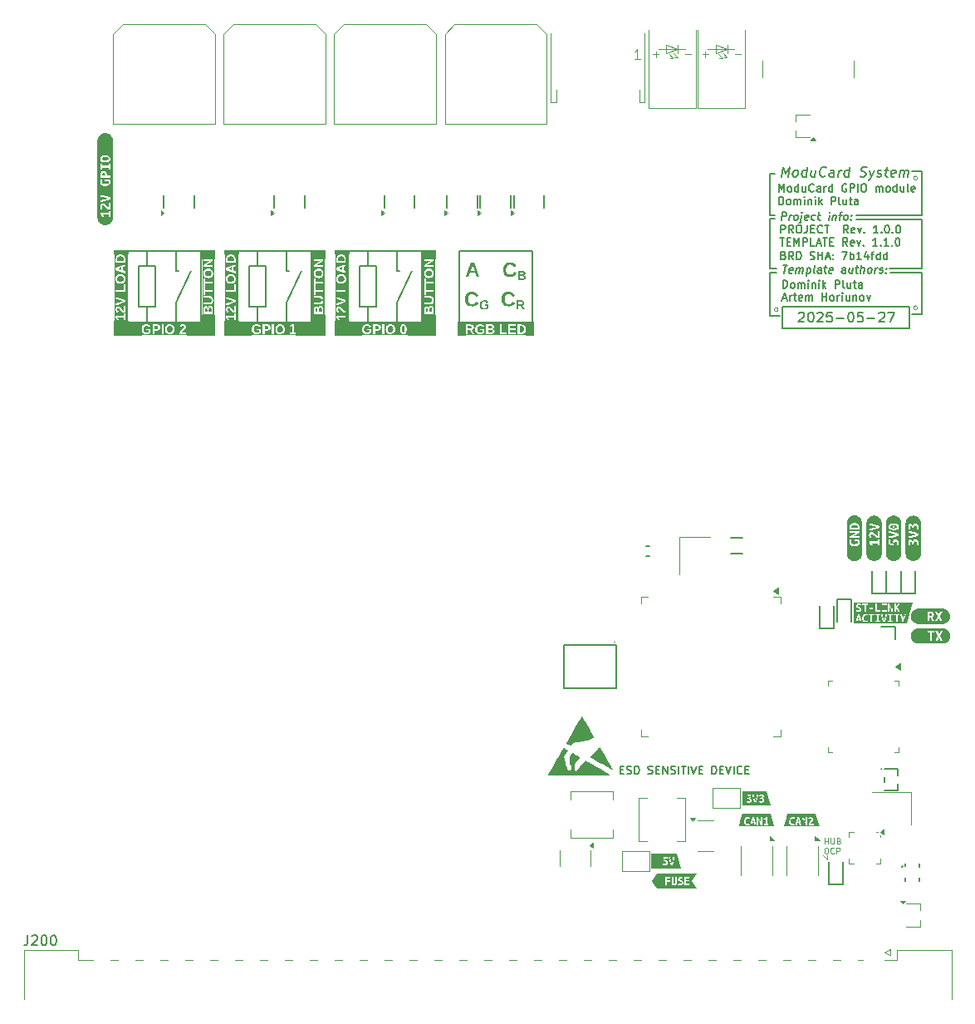
<source format=gbr>
%TF.GenerationSoftware,KiCad,Pcbnew,9.0.2-9.0.2-0~ubuntu24.04.1*%
%TF.CreationDate,2025-05-27T20:49:59+00:00*%
%TF.ProjectId,gpio-module,6770696f-2d6d-46f6-9475-6c652e6b6963,1.0.0*%
%TF.SameCoordinates,Original*%
%TF.FileFunction,Legend,Top*%
%TF.FilePolarity,Positive*%
%FSLAX46Y46*%
G04 Gerber Fmt 4.6, Leading zero omitted, Abs format (unit mm)*
G04 Created by KiCad (PCBNEW 9.0.2-9.0.2-0~ubuntu24.04.1) date 2025-05-27 20:49:59*
%MOMM*%
%LPD*%
G01*
G04 APERTURE LIST*
%ADD10C,0.001000*%
%ADD11C,0.200000*%
%ADD12C,0.100000*%
%ADD13C,0.150000*%
%ADD14C,0.160000*%
%ADD15C,0.000000*%
%ADD16C,0.120000*%
%ADD17C,0.127000*%
%ADD18C,0.010000*%
G04 APERTURE END LIST*
D10*
X71320000Y-74435001D02*
X72720000Y-74435001D01*
X72720000Y-75260001D01*
X71320000Y-75260001D01*
X71320000Y-74435001D01*
G36*
X71320000Y-74435001D02*
G01*
X72720000Y-74435001D01*
X72720000Y-75260001D01*
X71320000Y-75260001D01*
X71320000Y-74435001D01*
G37*
D11*
X68870000Y-79785001D02*
X68870000Y-81735001D01*
X57620000Y-79785001D02*
X59120000Y-76535001D01*
D12*
X133170000Y-67085001D02*
G75*
G02*
X132770000Y-67085001I-200000J0D01*
G01*
X132770000Y-67085001D02*
G75*
G02*
X133170000Y-67085001I200000J0D01*
G01*
D11*
X86420000Y-74535001D02*
X93920000Y-74535001D01*
X93920000Y-81785001D01*
X86420000Y-81785001D01*
X86420000Y-74535001D01*
D10*
X81170000Y-81685001D02*
X83970000Y-81685001D01*
X83970000Y-83085001D01*
X81170000Y-83085001D01*
X81170000Y-81685001D01*
G36*
X81170000Y-81685001D02*
G01*
X83970000Y-81685001D01*
X83970000Y-83085001D01*
X81170000Y-83085001D01*
X81170000Y-81685001D01*
G37*
D11*
X54620000Y-80235001D02*
X54620000Y-81735001D01*
D13*
X133595000Y-76285001D02*
X130345000Y-76285001D01*
D11*
X65870000Y-76035001D02*
X65870000Y-74535001D01*
X63870000Y-74535001D02*
X71370000Y-74535001D01*
X71370000Y-81785001D01*
X63870000Y-81785001D01*
X63870000Y-74535001D01*
D13*
X130370000Y-76685001D02*
X133620000Y-76685001D01*
D11*
X80120000Y-76535001D02*
X80120000Y-74535001D01*
X80120000Y-79785001D02*
X80120000Y-81735001D01*
X80120000Y-79785001D02*
X81620000Y-76535001D01*
D13*
X118620000Y-66605001D02*
X118120000Y-66605001D01*
D11*
X77120000Y-76035001D02*
X77120000Y-74535001D01*
X57620000Y-76535001D02*
X57620000Y-74535001D01*
X68870000Y-76535001D02*
X68870000Y-74535001D01*
D10*
X73770000Y-81635001D02*
X75170000Y-81635001D01*
X75170000Y-81885001D01*
X73770000Y-81885001D01*
X73770000Y-81635001D01*
G36*
X73770000Y-81635001D02*
G01*
X75170000Y-81635001D01*
X75170000Y-81885001D01*
X73770000Y-81885001D01*
X73770000Y-81635001D01*
G37*
D11*
X57620000Y-79785001D02*
X57620000Y-81735001D01*
D12*
X123570000Y-136085001D02*
X123970000Y-136485001D01*
D10*
X82570000Y-81035001D02*
X83970000Y-81035001D01*
X83970000Y-81885001D01*
X82570000Y-81885001D01*
X82570000Y-81035001D01*
G36*
X82570000Y-81035001D02*
G01*
X83970000Y-81035001D01*
X83970000Y-81885001D01*
X82570000Y-81885001D01*
X82570000Y-81035001D01*
G37*
X86320000Y-81735001D02*
X87057500Y-81735001D01*
X87057500Y-83085001D01*
X86320000Y-83085001D01*
X86320000Y-81735001D01*
G36*
X86320000Y-81735001D02*
G01*
X87057500Y-81735001D01*
X87057500Y-83085001D01*
X86320000Y-83085001D01*
X86320000Y-81735001D01*
G37*
D11*
X76270000Y-76035001D02*
X77970000Y-76035001D01*
X77970000Y-80235001D01*
X76270000Y-80235001D01*
X76270000Y-76035001D01*
D10*
X58670000Y-81685001D02*
X61470000Y-81685001D01*
X61470000Y-83085001D01*
X58670000Y-83085001D01*
X58670000Y-81685001D01*
G36*
X58670000Y-81685001D02*
G01*
X61470000Y-81685001D01*
X61470000Y-83085001D01*
X58670000Y-83085001D01*
X58670000Y-81685001D01*
G37*
D13*
X118620000Y-71205001D02*
X118120000Y-71205001D01*
X118770000Y-76685001D02*
X118120000Y-76685001D01*
D12*
X123970000Y-136485001D02*
X123970000Y-136085001D01*
X133170000Y-80285001D02*
G75*
G02*
X132770000Y-80285001I-200000J0D01*
G01*
X132770000Y-80285001D02*
G75*
G02*
X133170000Y-80285001I200000J0D01*
G01*
D11*
X54620000Y-76035001D02*
X54620000Y-74535001D01*
X68870000Y-76535001D02*
X69120000Y-76535001D01*
D10*
X51270000Y-81635001D02*
X52670000Y-81635001D01*
X52670000Y-81885001D01*
X51270000Y-81885001D01*
X51270000Y-81635001D01*
G36*
X51270000Y-81635001D02*
G01*
X52670000Y-81635001D01*
X52670000Y-81885001D01*
X51270000Y-81885001D01*
X51270000Y-81635001D01*
G37*
X73770000Y-74435001D02*
X75170000Y-74435001D01*
X75170000Y-74785001D01*
X73770000Y-74785001D01*
X73770000Y-74435001D01*
G36*
X73770000Y-74435001D02*
G01*
X75170000Y-74435001D01*
X75170000Y-74785001D01*
X73770000Y-74785001D01*
X73770000Y-74435001D01*
G37*
X60070000Y-81035001D02*
X61470000Y-81035001D01*
X61470000Y-81885001D01*
X60070000Y-81885001D01*
X60070000Y-81035001D01*
G36*
X60070000Y-81035001D02*
G01*
X61470000Y-81035001D01*
X61470000Y-81885001D01*
X60070000Y-81885001D01*
X60070000Y-81035001D01*
G37*
D13*
X133620000Y-71285001D02*
X133620000Y-76285001D01*
D11*
X68870000Y-79785001D02*
X70370000Y-76535001D01*
D13*
X133620000Y-76685001D02*
X133620000Y-80965001D01*
X118120000Y-81085001D02*
X119170000Y-81085001D01*
D11*
X65870000Y-80235001D02*
X65870000Y-81735001D01*
X65020000Y-76035001D02*
X66720000Y-76035001D01*
X66720000Y-80235001D01*
X65020000Y-80235001D01*
X65020000Y-76035001D01*
D10*
X51270000Y-74435001D02*
X52670000Y-74435001D01*
X52670000Y-74785001D01*
X51270000Y-74785001D01*
X51270000Y-74435001D01*
G36*
X51270000Y-74435001D02*
G01*
X52670000Y-74435001D01*
X52670000Y-74785001D01*
X51270000Y-74785001D01*
X51270000Y-74435001D01*
G37*
D13*
X126970000Y-71285001D02*
X133595000Y-71285001D01*
D11*
X80120000Y-76535001D02*
X80370000Y-76535001D01*
D10*
X62520000Y-74435001D02*
X63920000Y-74435001D01*
X63920000Y-74785001D01*
X62520000Y-74785001D01*
X62520000Y-74435001D01*
G36*
X62520000Y-74435001D02*
G01*
X63920000Y-74435001D01*
X63920000Y-74785001D01*
X62520000Y-74785001D01*
X62520000Y-74435001D01*
G37*
D13*
X132570000Y-66405001D02*
X133620000Y-66405001D01*
D11*
X52620000Y-74535001D02*
X60120000Y-74535001D01*
X60120000Y-81785001D01*
X52620000Y-81785001D01*
X52620000Y-74535001D01*
D13*
X118120000Y-76285001D02*
X118770000Y-76285001D01*
D11*
X77120000Y-80235001D02*
X77120000Y-81735001D01*
X53770000Y-76035001D02*
X55470000Y-76035001D01*
X55470000Y-80235001D01*
X53770000Y-80235001D01*
X53770000Y-76035001D01*
D10*
X82570000Y-74435001D02*
X83970000Y-74435001D01*
X83970000Y-75260001D01*
X82570000Y-75260001D01*
X82570000Y-74435001D01*
G36*
X82570000Y-74435001D02*
G01*
X83970000Y-74435001D01*
X83970000Y-75260001D01*
X82570000Y-75260001D01*
X82570000Y-74435001D01*
G37*
X69770000Y-81685001D02*
X72720000Y-81685001D01*
X72720000Y-83085001D01*
X69770000Y-83085001D01*
X69770000Y-81685001D01*
G36*
X69770000Y-81685001D02*
G01*
X72720000Y-81685001D01*
X72720000Y-83085001D01*
X69770000Y-83085001D01*
X69770000Y-81685001D01*
G37*
X71320000Y-81035001D02*
X72720000Y-81035001D01*
X72720000Y-81885001D01*
X71320000Y-81885001D01*
X71320000Y-81035001D01*
G36*
X71320000Y-81035001D02*
G01*
X72720000Y-81035001D01*
X72720000Y-81885001D01*
X71320000Y-81885001D01*
X71320000Y-81035001D01*
G37*
X62520000Y-81635001D02*
X63920000Y-81635001D01*
X63920000Y-81885001D01*
X62520000Y-81885001D01*
X62520000Y-81635001D01*
G36*
X62520000Y-81635001D02*
G01*
X63920000Y-81635001D01*
X63920000Y-81885001D01*
X62520000Y-81885001D01*
X62520000Y-81635001D01*
G37*
D13*
X118120000Y-66605001D02*
X118120000Y-70885001D01*
D10*
X62520000Y-81835001D02*
X65245000Y-81835001D01*
X65245000Y-83085001D01*
X62520000Y-83085001D01*
X62520000Y-81835001D01*
G36*
X62520000Y-81835001D02*
G01*
X65245000Y-81835001D01*
X65245000Y-83085001D01*
X62520000Y-83085001D01*
X62520000Y-81835001D01*
G37*
D13*
X118120000Y-70885001D02*
X118620000Y-70885001D01*
D10*
X93270000Y-81735001D02*
X94020000Y-81735001D01*
X94020000Y-83085001D01*
X93270000Y-83085001D01*
X93270000Y-81735001D01*
G36*
X93270000Y-81735001D02*
G01*
X94020000Y-81735001D01*
X94020000Y-83085001D01*
X93270000Y-83085001D01*
X93270000Y-81735001D01*
G37*
D13*
X118120000Y-71205001D02*
X118120000Y-76285001D01*
D10*
X51270000Y-81835001D02*
X53995000Y-81835001D01*
X53995000Y-83085001D01*
X51270000Y-83085001D01*
X51270000Y-81835001D01*
G36*
X51270000Y-81835001D02*
G01*
X53995000Y-81835001D01*
X53995000Y-83085001D01*
X51270000Y-83085001D01*
X51270000Y-81835001D01*
G37*
D13*
X118120000Y-76685001D02*
X118120000Y-81085001D01*
X133620000Y-66405001D02*
X133620000Y-70885001D01*
D10*
X73770000Y-81835001D02*
X76495000Y-81835001D01*
X76495000Y-83085001D01*
X73770000Y-83085001D01*
X73770000Y-81835001D01*
G36*
X73770000Y-81835001D02*
G01*
X76495000Y-81835001D01*
X76495000Y-83085001D01*
X73770000Y-83085001D01*
X73770000Y-81835001D01*
G37*
D11*
X75120000Y-74535001D02*
X82620000Y-74535001D01*
X82620000Y-81785001D01*
X75120000Y-81785001D01*
X75120000Y-74535001D01*
X57620000Y-76535001D02*
X57870000Y-76535001D01*
D13*
X119370000Y-80185001D02*
X132370000Y-80185001D01*
X132370000Y-82385001D01*
X119370000Y-82385001D01*
X119370000Y-80185001D01*
X133620000Y-80965001D02*
X132570000Y-80965001D01*
D12*
X118970000Y-80485001D02*
G75*
G02*
X118570000Y-80485001I-200000J0D01*
G01*
X118570000Y-80485001D02*
G75*
G02*
X118970000Y-80485001I200000J0D01*
G01*
D10*
X60070000Y-74435001D02*
X61470000Y-74435001D01*
X61470000Y-75260001D01*
X60070000Y-75260001D01*
X60070000Y-74435001D01*
G36*
X60070000Y-74435001D02*
G01*
X61470000Y-74435001D01*
X61470000Y-75260001D01*
X60070000Y-75260001D01*
X60070000Y-74435001D01*
G37*
D13*
X133620000Y-70885001D02*
X126970000Y-70885001D01*
D11*
G36*
X87784610Y-79915677D02*
G01*
X87872819Y-79907808D01*
X87948711Y-79885322D01*
X88014633Y-79848918D01*
X88072236Y-79797948D01*
X88122330Y-79730484D01*
X88164805Y-79643469D01*
X88428129Y-79742387D01*
X88378792Y-79842917D01*
X88320796Y-79926779D01*
X88254211Y-79995988D01*
X88178544Y-80051965D01*
X88094760Y-80095309D01*
X88002119Y-80126965D01*
X87899267Y-80146624D01*
X87784610Y-80153448D01*
X87643656Y-80144514D01*
X87521965Y-80119180D01*
X87416651Y-80079004D01*
X87325313Y-80024639D01*
X87246147Y-79955794D01*
X87180270Y-79874229D01*
X87127984Y-79780250D01*
X87089214Y-79672015D01*
X87064729Y-79547152D01*
X87056095Y-79402859D01*
X87064554Y-79257436D01*
X87088428Y-79132788D01*
X87126009Y-79025891D01*
X87176380Y-78934170D01*
X87239460Y-78855602D01*
X87315665Y-78789511D01*
X87404693Y-78737035D01*
X87508506Y-78698033D01*
X87629689Y-78673303D01*
X87771330Y-78664543D01*
X87899559Y-78671731D01*
X88009614Y-78692012D01*
X88104094Y-78723907D01*
X88185230Y-78766576D01*
X88258485Y-78822934D01*
X88319908Y-78890807D01*
X88370278Y-78971391D01*
X88409628Y-79066537D01*
X88143281Y-79139352D01*
X88113562Y-79071859D01*
X88069798Y-79014672D01*
X88010566Y-78966428D01*
X87942069Y-78931340D01*
X87865012Y-78909793D01*
X87777466Y-78902314D01*
X87676289Y-78911170D01*
X87592859Y-78936006D01*
X87523717Y-78975444D01*
X87466423Y-79029809D01*
X87422812Y-79095491D01*
X87389699Y-79177176D01*
X87368169Y-79278259D01*
X87360361Y-79402859D01*
X87368347Y-79529326D01*
X87390420Y-79632455D01*
X87424469Y-79716287D01*
X87469446Y-79784153D01*
X87528462Y-79840487D01*
X87598942Y-79881149D01*
X87683213Y-79906629D01*
X87784610Y-79915677D01*
G37*
G36*
X89013579Y-80326280D02*
G01*
X89087969Y-80320830D01*
X89159758Y-80304573D01*
X89225136Y-80278430D01*
X89269209Y-80248977D01*
X89269209Y-80122307D01*
X89043712Y-80122307D01*
X89043712Y-79979425D01*
X89446163Y-79979425D01*
X89446163Y-80317671D01*
X89393877Y-80362947D01*
X89330689Y-80402209D01*
X89255013Y-80435274D01*
X89135021Y-80466997D01*
X89008358Y-80477680D01*
X88896058Y-80468902D01*
X88803037Y-80444330D01*
X88725772Y-80405605D01*
X88661594Y-80352933D01*
X88610568Y-80287355D01*
X88572877Y-80208428D01*
X88548900Y-80113451D01*
X88540328Y-79998934D01*
X88548970Y-79885131D01*
X88573097Y-79791248D01*
X88610972Y-79713666D01*
X88662235Y-79649605D01*
X88726483Y-79598532D01*
X88804343Y-79560765D01*
X88898616Y-79536691D01*
X89012938Y-79528064D01*
X89123568Y-79536023D01*
X89213317Y-79558050D01*
X89286013Y-79592231D01*
X89344663Y-79637910D01*
X89391234Y-79695752D01*
X89426471Y-79767666D01*
X89248235Y-79821155D01*
X89210873Y-79759724D01*
X89157743Y-79715917D01*
X89092182Y-79689412D01*
X89012938Y-79680105D01*
X88925795Y-79690154D01*
X88858318Y-79717990D01*
X88805850Y-79762629D01*
X88768299Y-79821591D01*
X88743984Y-79898633D01*
X88735050Y-79998934D01*
X88744216Y-80100827D01*
X88769267Y-80179777D01*
X88808140Y-80240826D01*
X88862124Y-80287480D01*
X88929263Y-80316096D01*
X89013579Y-80326280D01*
G37*
G36*
X91511266Y-79915677D02*
G01*
X91599475Y-79907808D01*
X91675367Y-79885322D01*
X91741289Y-79848918D01*
X91798892Y-79797948D01*
X91848986Y-79730484D01*
X91891461Y-79643469D01*
X92154785Y-79742387D01*
X92105448Y-79842917D01*
X92047451Y-79926779D01*
X91980867Y-79995988D01*
X91905199Y-80051965D01*
X91821416Y-80095309D01*
X91728775Y-80126965D01*
X91625923Y-80146624D01*
X91511266Y-80153448D01*
X91370312Y-80144514D01*
X91248621Y-80119180D01*
X91143307Y-80079004D01*
X91051969Y-80024639D01*
X90972802Y-79955794D01*
X90906926Y-79874229D01*
X90854639Y-79780250D01*
X90815870Y-79672015D01*
X90791385Y-79547152D01*
X90782751Y-79402859D01*
X90791210Y-79257436D01*
X90815083Y-79132788D01*
X90852664Y-79025891D01*
X90903036Y-78934170D01*
X90966116Y-78855602D01*
X91042321Y-78789511D01*
X91131349Y-78737035D01*
X91235162Y-78698033D01*
X91356345Y-78673303D01*
X91497986Y-78664543D01*
X91626215Y-78671731D01*
X91736270Y-78692012D01*
X91830750Y-78723907D01*
X91911886Y-78766576D01*
X91985141Y-78822934D01*
X92046564Y-78890807D01*
X92096934Y-78971391D01*
X92136284Y-79066537D01*
X91869937Y-79139352D01*
X91840218Y-79071859D01*
X91796454Y-79014672D01*
X91737221Y-78966428D01*
X91668725Y-78931340D01*
X91591667Y-78909793D01*
X91504122Y-78902314D01*
X91402945Y-78911170D01*
X91319514Y-78936006D01*
X91250373Y-78975444D01*
X91193079Y-79029809D01*
X91149468Y-79095491D01*
X91116355Y-79177176D01*
X91094825Y-79278259D01*
X91087016Y-79402859D01*
X91095002Y-79529326D01*
X91117075Y-79632455D01*
X91151125Y-79716287D01*
X91196101Y-79784153D01*
X91255118Y-79840487D01*
X91325598Y-79881149D01*
X91409869Y-79906629D01*
X91511266Y-79915677D01*
G37*
G36*
X92871227Y-79548833D02*
G01*
X92954413Y-79573408D01*
X93018122Y-79611137D01*
X93056862Y-79649962D01*
X93084599Y-79695961D01*
X93101866Y-79750572D01*
X93107973Y-79815935D01*
X93101637Y-79878878D01*
X93083269Y-79934340D01*
X93052927Y-79983913D01*
X93012298Y-80025327D01*
X92963209Y-80056188D01*
X92904091Y-80076878D01*
X93153860Y-80465957D01*
X92936240Y-80465957D01*
X92721917Y-80114247D01*
X92495137Y-80114247D01*
X92495137Y-80465957D01*
X92301697Y-80465957D01*
X92301697Y-79964129D01*
X92495137Y-79964129D01*
X92748112Y-79964129D01*
X92801098Y-79959427D01*
X92841176Y-79946716D01*
X92871302Y-79927218D01*
X92894160Y-79900055D01*
X92908233Y-79866228D01*
X92913250Y-79823720D01*
X92906469Y-79775651D01*
X92887730Y-79740182D01*
X92856893Y-79714057D01*
X92810580Y-79696601D01*
X92742891Y-79689905D01*
X92495137Y-79689905D01*
X92495137Y-79964129D01*
X92301697Y-79964129D01*
X92301697Y-79539788D01*
X92763133Y-79539788D01*
X92871227Y-79548833D01*
G37*
G36*
X74497949Y-77084455D02*
G01*
X74566086Y-77099224D01*
X74622123Y-77122141D01*
X74668091Y-77152595D01*
X74706406Y-77192322D01*
X74733911Y-77239273D01*
X74751055Y-77294896D01*
X74757117Y-77361300D01*
X74751041Y-77424887D01*
X74733674Y-77479290D01*
X74705452Y-77526340D01*
X74665648Y-77567258D01*
X74618346Y-77598876D01*
X74562055Y-77622397D01*
X74495058Y-77637384D01*
X74415239Y-77642729D01*
X74335934Y-77637456D01*
X74269985Y-77622734D01*
X74215146Y-77599741D01*
X74169591Y-77568968D01*
X74131727Y-77529101D01*
X74104514Y-77482035D01*
X74087543Y-77426328D01*
X74081542Y-77359896D01*
X74087545Y-77294632D01*
X74104571Y-77239619D01*
X74131977Y-77192852D01*
X74170263Y-77152961D01*
X74216161Y-77122088D01*
X74271060Y-77099080D01*
X74336704Y-77084388D01*
X74415239Y-77079139D01*
X74497949Y-77084455D01*
G37*
G36*
X74501395Y-76447771D02*
G01*
X74157074Y-76330290D01*
X74101264Y-76313865D01*
X74086304Y-76309774D01*
X74133260Y-76295424D01*
X74225828Y-76266054D01*
X74501395Y-76171105D01*
X74501395Y-76447771D01*
G37*
G36*
X74488945Y-75061076D02*
G01*
X74553720Y-75076177D01*
X74608507Y-75099997D01*
X74654902Y-75132218D01*
X74693734Y-75173469D01*
X74721317Y-75220717D01*
X74738297Y-75275156D01*
X74744234Y-75338542D01*
X74744234Y-75509329D01*
X74094426Y-75509329D01*
X74094426Y-75366569D01*
X74100174Y-75291951D01*
X74116257Y-75230163D01*
X74141573Y-75178875D01*
X74175942Y-75136309D01*
X74218815Y-75102542D01*
X74271083Y-75077486D01*
X74334700Y-75061464D01*
X74412185Y-75055709D01*
X74488945Y-75061076D01*
G37*
G36*
X75026742Y-81658001D02*
G01*
X73811917Y-81658001D01*
X73811917Y-81116534D01*
X73938660Y-81116534D01*
X73938660Y-81298251D01*
X74096441Y-81539379D01*
X74247383Y-81539379D01*
X74101936Y-81308448D01*
X74757240Y-81308448D01*
X74757240Y-81546890D01*
X74900000Y-81546890D01*
X74900000Y-80895861D01*
X74757240Y-80895861D01*
X74757240Y-81116534D01*
X73938660Y-81116534D01*
X73811917Y-81116534D01*
X73811917Y-80472710D01*
X73923028Y-80472710D01*
X73927977Y-80544967D01*
X73941884Y-80605838D01*
X73963776Y-80657205D01*
X73993309Y-80700588D01*
X74031061Y-80737149D01*
X74076699Y-80766045D01*
X74131539Y-80787386D01*
X74197374Y-80800606D01*
X74208304Y-80607288D01*
X74165419Y-80597569D01*
X74133091Y-80583354D01*
X74109141Y-80565278D01*
X74091401Y-80541647D01*
X74080144Y-80511040D01*
X74076046Y-80471367D01*
X74081692Y-80423472D01*
X74096810Y-80389509D01*
X74120472Y-80365760D01*
X74154236Y-80350619D01*
X74201770Y-80344971D01*
X74234696Y-80349117D01*
X74269237Y-80362148D01*
X74306306Y-80385637D01*
X74361104Y-80435486D01*
X74441556Y-80527359D01*
X74528055Y-80626562D01*
X74605565Y-80701932D01*
X74686567Y-80764296D01*
X74766765Y-80808849D01*
X74900000Y-80808849D01*
X74900000Y-80135288D01*
X74742219Y-80135288D01*
X74742219Y-80582009D01*
X74699882Y-80558345D01*
X74658871Y-80523634D01*
X74581690Y-80436501D01*
X74503105Y-80337827D01*
X74461123Y-80288975D01*
X74416704Y-80245259D01*
X74368284Y-80207279D01*
X74315893Y-80176993D01*
X74258795Y-80157157D01*
X74193588Y-80150309D01*
X74130477Y-80155980D01*
X74077383Y-80172035D01*
X74032374Y-80197801D01*
X73994103Y-80233657D01*
X73964641Y-80276793D01*
X73942476Y-80329613D01*
X73928181Y-80394105D01*
X73923028Y-80472710D01*
X73811917Y-80472710D01*
X73811917Y-79364458D01*
X73938660Y-79364458D01*
X74555983Y-79561867D01*
X74678715Y-79596672D01*
X74737395Y-79611021D01*
X74555983Y-79661579D01*
X73938660Y-79859721D01*
X73938660Y-80070076D01*
X74900000Y-79714214D01*
X74900000Y-79509966D01*
X73938660Y-79156058D01*
X73938660Y-79364458D01*
X73811917Y-79364458D01*
X73811917Y-78462713D01*
X73938660Y-78462713D01*
X73938660Y-78664214D01*
X74900000Y-78664214D01*
X74900000Y-77946262D01*
X74744234Y-77946262D01*
X74744234Y-78462713D01*
X73938660Y-78462713D01*
X73811917Y-78462713D01*
X73811917Y-77359896D01*
X73923028Y-77359896D01*
X73928866Y-77452338D01*
X73945466Y-77532651D01*
X73971865Y-77602626D01*
X74007672Y-77663754D01*
X74053087Y-77717162D01*
X74106970Y-77761862D01*
X74168790Y-77797206D01*
X74239711Y-77823327D01*
X74321256Y-77839781D01*
X74415239Y-77845573D01*
X74509337Y-77839801D01*
X74591465Y-77823364D01*
X74663340Y-77797202D01*
X74726410Y-77761727D01*
X74781786Y-77716796D01*
X74828762Y-77663030D01*
X74865633Y-77601841D01*
X74892707Y-77532159D01*
X74909677Y-77452541D01*
X74915631Y-77361239D01*
X74908512Y-77264391D01*
X74888066Y-77178931D01*
X74855059Y-77103013D01*
X74821362Y-77050825D01*
X74781282Y-77005402D01*
X74734442Y-76966202D01*
X74680181Y-76932959D01*
X74601907Y-76900548D01*
X74514178Y-76880469D01*
X74415239Y-76873486D01*
X74322581Y-76879250D01*
X74241747Y-76895666D01*
X74171021Y-76921804D01*
X74108968Y-76957278D01*
X74054492Y-77002263D01*
X74008525Y-77055865D01*
X73972327Y-77117136D01*
X73945667Y-77187191D01*
X73928916Y-77267516D01*
X73923028Y-77359896D01*
X73811917Y-77359896D01*
X73811917Y-76190950D01*
X73938660Y-76190950D01*
X73938660Y-76309774D01*
X73938660Y-76428659D01*
X74900000Y-76779758D01*
X74900000Y-76578258D01*
X74653070Y-76492895D01*
X74653070Y-76126042D01*
X74900000Y-76040679D01*
X74900000Y-75841194D01*
X73938660Y-76190950D01*
X73811917Y-76190950D01*
X73811917Y-75362478D01*
X73938660Y-75362478D01*
X73938660Y-75366569D01*
X73938660Y-75710829D01*
X74900000Y-75710829D01*
X74900000Y-75321445D01*
X74893181Y-75231008D01*
X74873447Y-75149908D01*
X74841320Y-75076592D01*
X74808712Y-75026154D01*
X74769885Y-74982084D01*
X74724466Y-74943880D01*
X74671816Y-74911300D01*
X74595852Y-74879525D01*
X74509929Y-74859763D01*
X74412185Y-74852865D01*
X74319793Y-74858885D01*
X74240288Y-74875943D01*
X74171692Y-74902989D01*
X74112379Y-74939619D01*
X74061147Y-74986100D01*
X74019020Y-75040683D01*
X73985352Y-75104106D01*
X73960237Y-75177708D01*
X73944299Y-75263176D01*
X73938660Y-75362478D01*
X73811917Y-75362478D01*
X73811917Y-74741754D01*
X75026742Y-74741754D01*
X75026742Y-81658001D01*
G37*
G36*
X68265577Y-82142557D02*
G01*
X68320590Y-82159583D01*
X68367357Y-82186989D01*
X68407248Y-82225275D01*
X68438120Y-82271173D01*
X68461129Y-82326072D01*
X68475820Y-82391716D01*
X68481070Y-82470251D01*
X68475753Y-82552961D01*
X68460985Y-82621098D01*
X68438067Y-82677135D01*
X68407614Y-82723103D01*
X68367886Y-82761418D01*
X68320936Y-82788923D01*
X68265313Y-82806067D01*
X68198908Y-82812129D01*
X68135322Y-82806053D01*
X68080919Y-82788686D01*
X68033869Y-82760464D01*
X67992951Y-82720660D01*
X67961333Y-82673358D01*
X67937812Y-82617067D01*
X67922825Y-82550070D01*
X67917480Y-82470251D01*
X67922753Y-82390946D01*
X67937475Y-82324997D01*
X67960468Y-82270158D01*
X67991241Y-82224603D01*
X68031108Y-82186739D01*
X68078173Y-82159526D01*
X68133881Y-82142555D01*
X68200313Y-82136554D01*
X68265577Y-82142557D01*
G37*
G36*
X66899011Y-82155275D02*
G01*
X66943334Y-82169068D01*
X66975575Y-82189906D01*
X66998317Y-82217667D01*
X67012617Y-82253709D01*
X67017811Y-82300624D01*
X67012303Y-82350214D01*
X66997050Y-82388806D01*
X66972687Y-82418960D01*
X66940288Y-82440813D01*
X66898413Y-82454818D01*
X66844338Y-82459931D01*
X66630503Y-82459931D01*
X66630503Y-82150109D01*
X66838842Y-82150109D01*
X66899011Y-82155275D01*
G37*
G36*
X69984671Y-83081754D02*
G01*
X65193337Y-83081754D01*
X65193337Y-82470251D01*
X65304448Y-82470251D01*
X65310231Y-82567784D01*
X65326591Y-82651736D01*
X65352417Y-82724082D01*
X65387146Y-82786494D01*
X65430782Y-82840278D01*
X65483295Y-82885513D01*
X65544231Y-82921347D01*
X65614858Y-82947910D01*
X65696848Y-82964707D01*
X65792201Y-82970643D01*
X65881119Y-82965630D01*
X65966649Y-82950755D01*
X66049388Y-82926069D01*
X66128179Y-82891356D01*
X66194006Y-82850102D01*
X66248507Y-82802482D01*
X66248507Y-82459931D01*
X66429003Y-82459931D01*
X66429003Y-82955012D01*
X66630503Y-82955012D01*
X67362010Y-82955012D01*
X67563511Y-82955012D01*
X67563511Y-82470251D01*
X67714636Y-82470251D01*
X67720408Y-82564349D01*
X67736845Y-82646477D01*
X67763006Y-82718352D01*
X67798482Y-82781422D01*
X67843413Y-82836798D01*
X67897178Y-82883774D01*
X67958368Y-82920645D01*
X68028050Y-82947719D01*
X68107668Y-82964689D01*
X68198970Y-82970643D01*
X68295818Y-82963524D01*
X68381278Y-82943078D01*
X68457195Y-82910071D01*
X68509384Y-82876374D01*
X68554807Y-82836294D01*
X68574928Y-82812252D01*
X69222530Y-82812252D01*
X69222530Y-82955012D01*
X69873560Y-82955012D01*
X69873560Y-82812252D01*
X69652886Y-82812252D01*
X69652886Y-81993672D01*
X69471169Y-81993672D01*
X69230041Y-82151453D01*
X69230041Y-82302395D01*
X69460972Y-82156948D01*
X69460972Y-82812252D01*
X69222530Y-82812252D01*
X68574928Y-82812252D01*
X68594007Y-82789454D01*
X68627249Y-82735193D01*
X68659660Y-82656919D01*
X68679740Y-82569190D01*
X68686723Y-82470251D01*
X68680959Y-82377593D01*
X68664543Y-82296759D01*
X68638404Y-82226033D01*
X68602930Y-82163980D01*
X68557945Y-82109504D01*
X68504344Y-82063537D01*
X68443072Y-82027339D01*
X68373017Y-82000679D01*
X68292693Y-81983928D01*
X68200313Y-81978040D01*
X68107871Y-81983878D01*
X68027557Y-82000478D01*
X67957582Y-82026877D01*
X67896454Y-82062684D01*
X67843047Y-82108099D01*
X67798347Y-82161982D01*
X67763003Y-82223802D01*
X67736882Y-82294723D01*
X67720428Y-82376268D01*
X67714636Y-82470251D01*
X67563511Y-82470251D01*
X67563511Y-81993672D01*
X67362010Y-81993672D01*
X67362010Y-82955012D01*
X66630503Y-82955012D01*
X66630503Y-82615025D01*
X66869617Y-82615025D01*
X66941106Y-82610271D01*
X67003104Y-82596751D01*
X67057073Y-82575214D01*
X67106132Y-82544632D01*
X67146244Y-82507268D01*
X67178340Y-82462618D01*
X67201637Y-82412549D01*
X67215836Y-82357758D01*
X67220716Y-82297204D01*
X67214348Y-82225929D01*
X67196351Y-82166171D01*
X67167523Y-82115709D01*
X67127476Y-82072990D01*
X67079220Y-82040069D01*
X67020321Y-82015335D01*
X66948613Y-81999407D01*
X66861435Y-81993672D01*
X66429003Y-81993672D01*
X66429003Y-82459931D01*
X66248507Y-82459931D01*
X66248507Y-82446986D01*
X65829081Y-82446986D01*
X65829081Y-82595913D01*
X66064043Y-82595913D01*
X66064043Y-82730613D01*
X66018031Y-82761974D01*
X65949920Y-82789720D01*
X65875111Y-82807055D01*
X65797635Y-82812862D01*
X65729834Y-82806777D01*
X65672816Y-82789553D01*
X65624499Y-82761918D01*
X65583434Y-82723469D01*
X65551757Y-82677148D01*
X65528019Y-82620911D01*
X65512770Y-82552764D01*
X65507291Y-82470251D01*
X65512634Y-82388988D01*
X65527461Y-82322272D01*
X65550463Y-82267589D01*
X65581053Y-82222894D01*
X65620776Y-82186165D01*
X65668754Y-82159438D01*
X65726690Y-82142573D01*
X65796963Y-82136554D01*
X65853775Y-82140917D01*
X65903703Y-82153442D01*
X65947905Y-82173679D01*
X65986761Y-82202126D01*
X66018007Y-82238167D01*
X66042183Y-82282855D01*
X66227991Y-82227168D01*
X66197258Y-82162155D01*
X66157867Y-82108131D01*
X66109506Y-82063686D01*
X66051149Y-82028088D01*
X65981137Y-82001340D01*
X65897281Y-81984182D01*
X65796963Y-81978040D01*
X65699893Y-81983874D01*
X65616701Y-82000349D01*
X65545330Y-82026319D01*
X65484048Y-82061210D01*
X65431515Y-82105046D01*
X65387654Y-82157538D01*
X65352747Y-82218774D01*
X65326766Y-82290095D01*
X65310284Y-82373236D01*
X65304448Y-82470251D01*
X65193337Y-82470251D01*
X65193337Y-81866929D01*
X69984671Y-81866929D01*
X69984671Y-83081754D01*
G37*
G36*
X87633927Y-82155041D02*
G01*
X87678200Y-82168135D01*
X87710040Y-82187727D01*
X87732207Y-82213504D01*
X87745987Y-82246564D01*
X87750957Y-82289205D01*
X87745732Y-82333361D01*
X87731069Y-82368527D01*
X87707238Y-82396794D01*
X87675851Y-82417045D01*
X87634075Y-82430253D01*
X87578827Y-82435141D01*
X87315106Y-82435141D01*
X87315106Y-82150109D01*
X87573332Y-82150109D01*
X87633927Y-82155041D01*
G37*
G36*
X89736838Y-82534528D02*
G01*
X89785678Y-82547817D01*
X89820168Y-82567402D01*
X89843672Y-82592659D01*
X89858002Y-82624403D01*
X89863108Y-82664729D01*
X89857673Y-82709482D01*
X89842621Y-82743811D01*
X89818351Y-82770242D01*
X89786442Y-82788334D01*
X89740715Y-82800689D01*
X89676629Y-82805413D01*
X89413640Y-82805413D01*
X89413640Y-82529479D01*
X89669118Y-82529479D01*
X89736838Y-82534528D01*
G37*
G36*
X89697002Y-82146873D02*
G01*
X89736820Y-82156415D01*
X89765778Y-82170503D01*
X89788023Y-82191757D01*
X89801975Y-82221369D01*
X89807116Y-82262278D01*
X89802454Y-82299801D01*
X89789506Y-82328675D01*
X89768525Y-82350999D01*
X89741021Y-82366124D01*
X89701072Y-82376545D01*
X89644511Y-82380552D01*
X89413640Y-82380552D01*
X89413640Y-82143270D01*
X89643168Y-82143270D01*
X89697002Y-82146873D01*
G37*
G36*
X92817899Y-82155186D02*
G01*
X92879687Y-82171269D01*
X92930975Y-82196585D01*
X92973541Y-82230954D01*
X93007308Y-82273827D01*
X93032364Y-82326095D01*
X93048386Y-82389712D01*
X93054141Y-82467197D01*
X93048774Y-82543957D01*
X93033673Y-82608732D01*
X93009853Y-82663519D01*
X92977632Y-82709914D01*
X92936381Y-82748746D01*
X92889133Y-82776329D01*
X92834694Y-82793309D01*
X92771308Y-82799246D01*
X92600521Y-82799246D01*
X92600521Y-82149438D01*
X92743281Y-82149438D01*
X92817899Y-82155186D01*
G37*
G36*
X93368096Y-83081754D02*
G01*
X87002495Y-83081754D01*
X87002495Y-82435141D01*
X87113606Y-82435141D01*
X87113606Y-82955012D01*
X87315106Y-82955012D01*
X87315106Y-82591578D01*
X87551472Y-82591578D01*
X87774832Y-82955012D01*
X88001612Y-82955012D01*
X87741371Y-82552621D01*
X87802954Y-82531081D01*
X87854088Y-82498953D01*
X87882259Y-82470251D01*
X88087585Y-82470251D01*
X88093369Y-82567784D01*
X88109728Y-82651736D01*
X88135555Y-82724082D01*
X88170283Y-82786494D01*
X88213920Y-82840278D01*
X88266432Y-82885513D01*
X88327368Y-82921347D01*
X88397995Y-82947910D01*
X88479985Y-82964707D01*
X88575338Y-82970643D01*
X88664256Y-82965630D01*
X88749786Y-82950755D01*
X88832526Y-82926069D01*
X88911317Y-82891356D01*
X88977143Y-82850102D01*
X89031645Y-82802482D01*
X89031645Y-82446986D01*
X88612219Y-82446986D01*
X88612219Y-82595913D01*
X88847180Y-82595913D01*
X88847180Y-82730613D01*
X88801168Y-82761974D01*
X88733058Y-82789720D01*
X88658249Y-82807055D01*
X88580772Y-82812862D01*
X88512972Y-82806777D01*
X88455953Y-82789553D01*
X88407636Y-82761918D01*
X88366571Y-82723469D01*
X88334895Y-82677148D01*
X88311157Y-82620911D01*
X88295908Y-82552764D01*
X88290429Y-82470251D01*
X88295772Y-82388988D01*
X88297647Y-82380552D01*
X89212140Y-82380552D01*
X89212140Y-82805413D01*
X89212140Y-82955012D01*
X89693726Y-82955012D01*
X90611163Y-82955012D01*
X91329115Y-82955012D01*
X91466013Y-82955012D01*
X92250887Y-82955012D01*
X92250887Y-82799246D01*
X92399021Y-82799246D01*
X92399021Y-82955012D01*
X92788405Y-82955012D01*
X92878842Y-82948193D01*
X92959942Y-82928459D01*
X93033258Y-82896332D01*
X93083696Y-82863724D01*
X93127766Y-82824897D01*
X93165970Y-82779478D01*
X93198550Y-82726828D01*
X93230325Y-82650864D01*
X93250087Y-82564941D01*
X93256985Y-82467197D01*
X93250965Y-82374805D01*
X93233907Y-82295300D01*
X93206861Y-82226704D01*
X93170231Y-82167391D01*
X93123750Y-82116159D01*
X93069167Y-82074032D01*
X93005744Y-82040364D01*
X92932142Y-82015249D01*
X92846674Y-81999311D01*
X92747372Y-81993672D01*
X92399021Y-81993672D01*
X92399021Y-82799246D01*
X92250887Y-82799246D01*
X91667513Y-82799246D01*
X91667513Y-82548042D01*
X92181217Y-82548042D01*
X92181217Y-82392276D01*
X91667513Y-82392276D01*
X91667513Y-82149438D01*
X92222861Y-82149438D01*
X92222861Y-81993672D01*
X91466013Y-81993672D01*
X91466013Y-82955012D01*
X91329115Y-82955012D01*
X91329115Y-82799246D01*
X90812663Y-82799246D01*
X90812663Y-81993672D01*
X90611163Y-81993672D01*
X90611163Y-82955012D01*
X89693726Y-82955012D01*
X89782376Y-82949812D01*
X89855909Y-82935351D01*
X89916757Y-82912945D01*
X89966973Y-82883326D01*
X90009989Y-82843764D01*
X90040257Y-82797736D01*
X90058831Y-82743972D01*
X90065341Y-82680421D01*
X90058126Y-82617419D01*
X90037651Y-82565560D01*
X90004159Y-82522335D01*
X89959917Y-82489129D01*
X89901782Y-82464288D01*
X89826228Y-82448879D01*
X89885546Y-82430537D01*
X89930764Y-82405064D01*
X89964591Y-82372920D01*
X89989495Y-82333305D01*
X90004716Y-82287816D01*
X90010020Y-82234923D01*
X90003979Y-82177205D01*
X89986839Y-82129161D01*
X89959010Y-82088729D01*
X89919467Y-82054671D01*
X89873800Y-82030049D01*
X89815936Y-82010922D01*
X89743262Y-81998292D01*
X89652754Y-81993672D01*
X89212140Y-81993672D01*
X89212140Y-82380552D01*
X88297647Y-82380552D01*
X88310599Y-82322272D01*
X88333600Y-82267589D01*
X88364190Y-82222894D01*
X88403913Y-82186165D01*
X88451891Y-82159438D01*
X88509828Y-82142573D01*
X88580101Y-82136554D01*
X88636912Y-82140917D01*
X88686841Y-82153442D01*
X88731043Y-82173679D01*
X88769898Y-82202126D01*
X88801144Y-82238167D01*
X88825321Y-82282855D01*
X89011128Y-82227168D01*
X88980395Y-82162155D01*
X88941005Y-82108131D01*
X88892644Y-82063686D01*
X88834287Y-82028088D01*
X88764275Y-82001340D01*
X88680419Y-81984182D01*
X88580101Y-81978040D01*
X88483031Y-81983874D01*
X88399838Y-82000349D01*
X88328468Y-82026319D01*
X88267186Y-82061210D01*
X88214652Y-82105046D01*
X88170792Y-82157538D01*
X88135884Y-82218774D01*
X88109903Y-82290095D01*
X88093422Y-82373236D01*
X88087585Y-82470251D01*
X87882259Y-82470251D01*
X87896404Y-82455840D01*
X87928044Y-82404247D01*
X87947195Y-82346529D01*
X87953801Y-82281023D01*
X87947438Y-82212988D01*
X87929450Y-82156158D01*
X87900556Y-82108302D01*
X87860195Y-82067921D01*
X87812119Y-82037241D01*
X87753328Y-82014057D01*
X87681663Y-81999074D01*
X87594520Y-81993672D01*
X87113606Y-81993672D01*
X87113606Y-82435141D01*
X87002495Y-82435141D01*
X87002495Y-81866929D01*
X93368096Y-81866929D01*
X93368096Y-83081754D01*
G37*
G36*
X51997949Y-77084455D02*
G01*
X52066086Y-77099224D01*
X52122123Y-77122141D01*
X52168091Y-77152595D01*
X52206406Y-77192322D01*
X52233911Y-77239273D01*
X52251055Y-77294896D01*
X52257117Y-77361300D01*
X52251041Y-77424887D01*
X52233674Y-77479290D01*
X52205452Y-77526340D01*
X52165648Y-77567258D01*
X52118346Y-77598876D01*
X52062055Y-77622397D01*
X51995058Y-77637384D01*
X51915239Y-77642729D01*
X51835934Y-77637456D01*
X51769985Y-77622734D01*
X51715146Y-77599741D01*
X51669591Y-77568968D01*
X51631727Y-77529101D01*
X51604514Y-77482035D01*
X51587543Y-77426328D01*
X51581542Y-77359896D01*
X51587545Y-77294632D01*
X51604571Y-77239619D01*
X51631977Y-77192852D01*
X51670263Y-77152961D01*
X51716161Y-77122088D01*
X51771060Y-77099080D01*
X51836704Y-77084388D01*
X51915239Y-77079139D01*
X51997949Y-77084455D01*
G37*
G36*
X52001395Y-76447771D02*
G01*
X51657074Y-76330290D01*
X51601264Y-76313865D01*
X51586304Y-76309774D01*
X51633260Y-76295424D01*
X51725828Y-76266054D01*
X52001395Y-76171105D01*
X52001395Y-76447771D01*
G37*
G36*
X51988945Y-75061076D02*
G01*
X52053720Y-75076177D01*
X52108507Y-75099997D01*
X52154902Y-75132218D01*
X52193734Y-75173469D01*
X52221317Y-75220717D01*
X52238297Y-75275156D01*
X52244234Y-75338542D01*
X52244234Y-75509329D01*
X51594426Y-75509329D01*
X51594426Y-75366569D01*
X51600174Y-75291951D01*
X51616257Y-75230163D01*
X51641573Y-75178875D01*
X51675942Y-75136309D01*
X51718815Y-75102542D01*
X51771083Y-75077486D01*
X51834700Y-75061464D01*
X51912185Y-75055709D01*
X51988945Y-75061076D01*
G37*
G36*
X52526742Y-81658001D02*
G01*
X51311917Y-81658001D01*
X51311917Y-81116534D01*
X51438660Y-81116534D01*
X51438660Y-81298251D01*
X51596441Y-81539379D01*
X51747383Y-81539379D01*
X51601936Y-81308448D01*
X52257240Y-81308448D01*
X52257240Y-81546890D01*
X52400000Y-81546890D01*
X52400000Y-80895861D01*
X52257240Y-80895861D01*
X52257240Y-81116534D01*
X51438660Y-81116534D01*
X51311917Y-81116534D01*
X51311917Y-80472710D01*
X51423028Y-80472710D01*
X51427977Y-80544967D01*
X51441884Y-80605838D01*
X51463776Y-80657205D01*
X51493309Y-80700588D01*
X51531061Y-80737149D01*
X51576699Y-80766045D01*
X51631539Y-80787386D01*
X51697374Y-80800606D01*
X51708304Y-80607288D01*
X51665419Y-80597569D01*
X51633091Y-80583354D01*
X51609141Y-80565278D01*
X51591401Y-80541647D01*
X51580144Y-80511040D01*
X51576046Y-80471367D01*
X51581692Y-80423472D01*
X51596810Y-80389509D01*
X51620472Y-80365760D01*
X51654236Y-80350619D01*
X51701770Y-80344971D01*
X51734696Y-80349117D01*
X51769237Y-80362148D01*
X51806306Y-80385637D01*
X51861104Y-80435486D01*
X51941556Y-80527359D01*
X52028055Y-80626562D01*
X52105565Y-80701932D01*
X52186567Y-80764296D01*
X52266765Y-80808849D01*
X52400000Y-80808849D01*
X52400000Y-80135288D01*
X52242219Y-80135288D01*
X52242219Y-80582009D01*
X52199882Y-80558345D01*
X52158871Y-80523634D01*
X52081690Y-80436501D01*
X52003105Y-80337827D01*
X51961123Y-80288975D01*
X51916704Y-80245259D01*
X51868284Y-80207279D01*
X51815893Y-80176993D01*
X51758795Y-80157157D01*
X51693588Y-80150309D01*
X51630477Y-80155980D01*
X51577383Y-80172035D01*
X51532374Y-80197801D01*
X51494103Y-80233657D01*
X51464641Y-80276793D01*
X51442476Y-80329613D01*
X51428181Y-80394105D01*
X51423028Y-80472710D01*
X51311917Y-80472710D01*
X51311917Y-79364458D01*
X51438660Y-79364458D01*
X52055983Y-79561867D01*
X52178715Y-79596672D01*
X52237395Y-79611021D01*
X52055983Y-79661579D01*
X51438660Y-79859721D01*
X51438660Y-80070076D01*
X52400000Y-79714214D01*
X52400000Y-79509966D01*
X51438660Y-79156058D01*
X51438660Y-79364458D01*
X51311917Y-79364458D01*
X51311917Y-78462713D01*
X51438660Y-78462713D01*
X51438660Y-78664214D01*
X52400000Y-78664214D01*
X52400000Y-77946262D01*
X52244234Y-77946262D01*
X52244234Y-78462713D01*
X51438660Y-78462713D01*
X51311917Y-78462713D01*
X51311917Y-77359896D01*
X51423028Y-77359896D01*
X51428866Y-77452338D01*
X51445466Y-77532651D01*
X51471865Y-77602626D01*
X51507672Y-77663754D01*
X51553087Y-77717162D01*
X51606970Y-77761862D01*
X51668790Y-77797206D01*
X51739711Y-77823327D01*
X51821256Y-77839781D01*
X51915239Y-77845573D01*
X52009337Y-77839801D01*
X52091465Y-77823364D01*
X52163340Y-77797202D01*
X52226410Y-77761727D01*
X52281786Y-77716796D01*
X52328762Y-77663030D01*
X52365633Y-77601841D01*
X52392707Y-77532159D01*
X52409677Y-77452541D01*
X52415631Y-77361239D01*
X52408512Y-77264391D01*
X52388066Y-77178931D01*
X52355059Y-77103013D01*
X52321362Y-77050825D01*
X52281282Y-77005402D01*
X52234442Y-76966202D01*
X52180181Y-76932959D01*
X52101907Y-76900548D01*
X52014178Y-76880469D01*
X51915239Y-76873486D01*
X51822581Y-76879250D01*
X51741747Y-76895666D01*
X51671021Y-76921804D01*
X51608968Y-76957278D01*
X51554492Y-77002263D01*
X51508525Y-77055865D01*
X51472327Y-77117136D01*
X51445667Y-77187191D01*
X51428916Y-77267516D01*
X51423028Y-77359896D01*
X51311917Y-77359896D01*
X51311917Y-76190950D01*
X51438660Y-76190950D01*
X51438660Y-76309774D01*
X51438660Y-76428659D01*
X52400000Y-76779758D01*
X52400000Y-76578258D01*
X52153070Y-76492895D01*
X52153070Y-76126042D01*
X52400000Y-76040679D01*
X52400000Y-75841194D01*
X51438660Y-76190950D01*
X51311917Y-76190950D01*
X51311917Y-75362478D01*
X51438660Y-75362478D01*
X51438660Y-75366569D01*
X51438660Y-75710829D01*
X52400000Y-75710829D01*
X52400000Y-75321445D01*
X52393181Y-75231008D01*
X52373447Y-75149908D01*
X52341320Y-75076592D01*
X52308712Y-75026154D01*
X52269885Y-74982084D01*
X52224466Y-74943880D01*
X52171816Y-74911300D01*
X52095852Y-74879525D01*
X52009929Y-74859763D01*
X51912185Y-74852865D01*
X51819793Y-74858885D01*
X51740288Y-74875943D01*
X51671692Y-74902989D01*
X51612379Y-74939619D01*
X51561147Y-74986100D01*
X51519020Y-75040683D01*
X51485352Y-75104106D01*
X51460237Y-75177708D01*
X51444299Y-75263176D01*
X51438660Y-75362478D01*
X51311917Y-75362478D01*
X51311917Y-74741754D01*
X52526742Y-74741754D01*
X52526742Y-81658001D01*
G37*
G36*
X83194789Y-80351080D02*
G01*
X83223663Y-80364028D01*
X83245987Y-80385009D01*
X83261112Y-80412514D01*
X83271533Y-80452463D01*
X83273797Y-80484416D01*
X83275540Y-80509024D01*
X83275540Y-80739894D01*
X83038258Y-80739894D01*
X83038258Y-80510367D01*
X83041861Y-80456533D01*
X83051403Y-80416715D01*
X83065491Y-80387757D01*
X83086745Y-80365512D01*
X83116357Y-80351560D01*
X83157266Y-80346419D01*
X83194789Y-80351080D01*
G37*
G36*
X83604470Y-80295861D02*
G01*
X83638799Y-80310913D01*
X83665230Y-80335184D01*
X83683322Y-80367093D01*
X83695677Y-80412819D01*
X83700401Y-80476906D01*
X83700401Y-80739894D01*
X83424467Y-80739894D01*
X83424467Y-80484416D01*
X83429516Y-80416697D01*
X83442805Y-80367857D01*
X83462390Y-80333367D01*
X83487647Y-80309862D01*
X83519391Y-80295532D01*
X83559717Y-80290426D01*
X83604470Y-80295861D01*
G37*
G36*
X83447949Y-76511810D02*
G01*
X83516086Y-76526579D01*
X83572123Y-76549496D01*
X83618091Y-76579950D01*
X83656406Y-76619678D01*
X83683911Y-76666628D01*
X83701055Y-76722251D01*
X83707117Y-76788655D01*
X83701041Y-76852242D01*
X83683674Y-76906645D01*
X83655452Y-76953695D01*
X83615648Y-76994613D01*
X83568346Y-77026231D01*
X83512055Y-77049752D01*
X83445058Y-77064739D01*
X83365239Y-77070084D01*
X83285934Y-77064811D01*
X83219985Y-77050089D01*
X83165146Y-77027096D01*
X83119591Y-76996323D01*
X83081727Y-76956456D01*
X83054514Y-76909391D01*
X83037543Y-76853683D01*
X83031542Y-76787251D01*
X83037545Y-76721987D01*
X83054571Y-76666974D01*
X83081977Y-76620207D01*
X83120263Y-76580316D01*
X83166161Y-76549444D01*
X83221060Y-76526435D01*
X83286704Y-76511744D01*
X83365239Y-76506494D01*
X83447949Y-76511810D01*
G37*
G36*
X83976742Y-81052505D02*
G01*
X82761917Y-81052505D01*
X82761917Y-80500780D01*
X82888660Y-80500780D01*
X82888660Y-80510367D01*
X82888660Y-80941394D01*
X83850000Y-80941394D01*
X83850000Y-80459809D01*
X83844800Y-80371159D01*
X83830339Y-80297625D01*
X83807933Y-80236777D01*
X83778314Y-80186562D01*
X83738752Y-80143546D01*
X83692724Y-80113278D01*
X83638960Y-80094703D01*
X83575409Y-80088193D01*
X83512407Y-80095408D01*
X83460548Y-80115884D01*
X83417323Y-80149376D01*
X83384117Y-80193617D01*
X83359276Y-80251753D01*
X83343867Y-80327307D01*
X83325525Y-80267988D01*
X83300052Y-80222771D01*
X83267908Y-80188943D01*
X83228293Y-80164040D01*
X83182804Y-80148818D01*
X83129911Y-80143514D01*
X83072193Y-80149555D01*
X83024149Y-80166695D01*
X82983717Y-80194525D01*
X82949659Y-80234067D01*
X82925037Y-80279735D01*
X82905910Y-80337599D01*
X82893280Y-80410273D01*
X82888660Y-80500780D01*
X82761917Y-80500780D01*
X82761917Y-79301365D01*
X82888660Y-79301365D01*
X83468492Y-79301365D01*
X83526472Y-79305517D01*
X83574237Y-79317083D01*
X83613602Y-79335152D01*
X83645996Y-79359434D01*
X83672206Y-79390304D01*
X83691390Y-79427354D01*
X83703523Y-79471842D01*
X83707850Y-79525458D01*
X83703666Y-79577841D01*
X83691999Y-79620784D01*
X83673663Y-79656064D01*
X83648743Y-79685009D01*
X83606076Y-79713786D01*
X83549640Y-79732423D01*
X83475331Y-79739292D01*
X82888660Y-79739292D01*
X82888660Y-79940793D01*
X83490963Y-79940793D01*
X83563875Y-79936032D01*
X83626685Y-79922538D01*
X83680939Y-79901128D01*
X83727913Y-79872115D01*
X83768545Y-79835280D01*
X83809002Y-79780187D01*
X83839232Y-79712884D01*
X83858645Y-79630843D01*
X83865631Y-79530892D01*
X83860982Y-79447120D01*
X83847843Y-79374949D01*
X83827147Y-79312752D01*
X83799434Y-79259127D01*
X83764820Y-79212949D01*
X83722349Y-79173147D01*
X83673752Y-79142016D01*
X83618148Y-79119195D01*
X83554305Y-79104890D01*
X83480704Y-79099864D01*
X82888660Y-79099864D01*
X82888660Y-79301365D01*
X82761917Y-79301365D01*
X82761917Y-78998931D01*
X82888660Y-78998931D01*
X83044426Y-78998931D01*
X83044426Y-78688071D01*
X83850000Y-78688071D01*
X83850000Y-78486571D01*
X83044426Y-78486571D01*
X83044426Y-78175100D01*
X82888660Y-78175100D01*
X82888660Y-78998931D01*
X82761917Y-78998931D01*
X82761917Y-78144081D01*
X82888660Y-78144081D01*
X83044426Y-78144081D01*
X83044426Y-77833221D01*
X83850000Y-77833221D01*
X83850000Y-77631721D01*
X83044426Y-77631721D01*
X83044426Y-77320250D01*
X82888660Y-77320250D01*
X82888660Y-78144081D01*
X82761917Y-78144081D01*
X82761917Y-76787251D01*
X82873028Y-76787251D01*
X82878866Y-76879693D01*
X82895466Y-76960007D01*
X82921865Y-77029982D01*
X82957672Y-77091110D01*
X83003087Y-77144517D01*
X83056970Y-77189217D01*
X83118790Y-77224561D01*
X83189711Y-77250682D01*
X83271256Y-77267136D01*
X83365239Y-77272928D01*
X83459337Y-77267156D01*
X83541465Y-77250719D01*
X83613340Y-77224558D01*
X83676410Y-77189082D01*
X83731786Y-77144151D01*
X83778762Y-77090386D01*
X83815633Y-77029196D01*
X83842707Y-76959514D01*
X83859677Y-76879896D01*
X83865631Y-76788594D01*
X83858512Y-76691746D01*
X83838066Y-76606286D01*
X83805059Y-76530369D01*
X83771362Y-76478180D01*
X83731282Y-76432757D01*
X83684442Y-76393557D01*
X83630181Y-76360315D01*
X83551907Y-76327903D01*
X83464178Y-76307824D01*
X83365239Y-76300841D01*
X83272581Y-76306605D01*
X83191747Y-76323021D01*
X83121021Y-76349159D01*
X83058968Y-76384634D01*
X83004492Y-76429618D01*
X82958525Y-76483220D01*
X82922327Y-76544491D01*
X82895667Y-76614547D01*
X82878916Y-76694871D01*
X82873028Y-76787251D01*
X82761917Y-76787251D01*
X82761917Y-75504915D01*
X82888660Y-75504915D01*
X83447426Y-75504915D01*
X83534133Y-75501995D01*
X83635066Y-75492581D01*
X82888660Y-75918174D01*
X82888660Y-76148373D01*
X83850000Y-76148373D01*
X83850000Y-75969404D01*
X83282990Y-75969404D01*
X83212317Y-75972114D01*
X83109699Y-75981738D01*
X83850000Y-75562251D01*
X83850000Y-75325946D01*
X82888660Y-75325946D01*
X82888660Y-75504915D01*
X82761917Y-75504915D01*
X82761917Y-75214835D01*
X83976742Y-75214835D01*
X83976742Y-81052505D01*
G37*
D14*
X102865739Y-127359728D02*
X103132405Y-127359728D01*
X103246691Y-127778776D02*
X102865739Y-127778776D01*
X102865739Y-127778776D02*
X102865739Y-126978776D01*
X102865739Y-126978776D02*
X103246691Y-126978776D01*
X103551453Y-127740681D02*
X103665739Y-127778776D01*
X103665739Y-127778776D02*
X103856215Y-127778776D01*
X103856215Y-127778776D02*
X103932406Y-127740681D01*
X103932406Y-127740681D02*
X103970501Y-127702585D01*
X103970501Y-127702585D02*
X104008596Y-127626395D01*
X104008596Y-127626395D02*
X104008596Y-127550204D01*
X104008596Y-127550204D02*
X103970501Y-127474014D01*
X103970501Y-127474014D02*
X103932406Y-127435919D01*
X103932406Y-127435919D02*
X103856215Y-127397823D01*
X103856215Y-127397823D02*
X103703834Y-127359728D01*
X103703834Y-127359728D02*
X103627644Y-127321633D01*
X103627644Y-127321633D02*
X103589549Y-127283538D01*
X103589549Y-127283538D02*
X103551453Y-127207347D01*
X103551453Y-127207347D02*
X103551453Y-127131157D01*
X103551453Y-127131157D02*
X103589549Y-127054966D01*
X103589549Y-127054966D02*
X103627644Y-127016871D01*
X103627644Y-127016871D02*
X103703834Y-126978776D01*
X103703834Y-126978776D02*
X103894311Y-126978776D01*
X103894311Y-126978776D02*
X104008596Y-127016871D01*
X104351454Y-127778776D02*
X104351454Y-126978776D01*
X104351454Y-126978776D02*
X104541930Y-126978776D01*
X104541930Y-126978776D02*
X104656216Y-127016871D01*
X104656216Y-127016871D02*
X104732406Y-127093061D01*
X104732406Y-127093061D02*
X104770501Y-127169252D01*
X104770501Y-127169252D02*
X104808597Y-127321633D01*
X104808597Y-127321633D02*
X104808597Y-127435919D01*
X104808597Y-127435919D02*
X104770501Y-127588300D01*
X104770501Y-127588300D02*
X104732406Y-127664490D01*
X104732406Y-127664490D02*
X104656216Y-127740681D01*
X104656216Y-127740681D02*
X104541930Y-127778776D01*
X104541930Y-127778776D02*
X104351454Y-127778776D01*
X105722882Y-127740681D02*
X105837168Y-127778776D01*
X105837168Y-127778776D02*
X106027644Y-127778776D01*
X106027644Y-127778776D02*
X106103835Y-127740681D01*
X106103835Y-127740681D02*
X106141930Y-127702585D01*
X106141930Y-127702585D02*
X106180025Y-127626395D01*
X106180025Y-127626395D02*
X106180025Y-127550204D01*
X106180025Y-127550204D02*
X106141930Y-127474014D01*
X106141930Y-127474014D02*
X106103835Y-127435919D01*
X106103835Y-127435919D02*
X106027644Y-127397823D01*
X106027644Y-127397823D02*
X105875263Y-127359728D01*
X105875263Y-127359728D02*
X105799073Y-127321633D01*
X105799073Y-127321633D02*
X105760978Y-127283538D01*
X105760978Y-127283538D02*
X105722882Y-127207347D01*
X105722882Y-127207347D02*
X105722882Y-127131157D01*
X105722882Y-127131157D02*
X105760978Y-127054966D01*
X105760978Y-127054966D02*
X105799073Y-127016871D01*
X105799073Y-127016871D02*
X105875263Y-126978776D01*
X105875263Y-126978776D02*
X106065740Y-126978776D01*
X106065740Y-126978776D02*
X106180025Y-127016871D01*
X106522883Y-127359728D02*
X106789549Y-127359728D01*
X106903835Y-127778776D02*
X106522883Y-127778776D01*
X106522883Y-127778776D02*
X106522883Y-126978776D01*
X106522883Y-126978776D02*
X106903835Y-126978776D01*
X107246693Y-127778776D02*
X107246693Y-126978776D01*
X107246693Y-126978776D02*
X107703836Y-127778776D01*
X107703836Y-127778776D02*
X107703836Y-126978776D01*
X108046692Y-127740681D02*
X108160978Y-127778776D01*
X108160978Y-127778776D02*
X108351454Y-127778776D01*
X108351454Y-127778776D02*
X108427645Y-127740681D01*
X108427645Y-127740681D02*
X108465740Y-127702585D01*
X108465740Y-127702585D02*
X108503835Y-127626395D01*
X108503835Y-127626395D02*
X108503835Y-127550204D01*
X108503835Y-127550204D02*
X108465740Y-127474014D01*
X108465740Y-127474014D02*
X108427645Y-127435919D01*
X108427645Y-127435919D02*
X108351454Y-127397823D01*
X108351454Y-127397823D02*
X108199073Y-127359728D01*
X108199073Y-127359728D02*
X108122883Y-127321633D01*
X108122883Y-127321633D02*
X108084788Y-127283538D01*
X108084788Y-127283538D02*
X108046692Y-127207347D01*
X108046692Y-127207347D02*
X108046692Y-127131157D01*
X108046692Y-127131157D02*
X108084788Y-127054966D01*
X108084788Y-127054966D02*
X108122883Y-127016871D01*
X108122883Y-127016871D02*
X108199073Y-126978776D01*
X108199073Y-126978776D02*
X108389550Y-126978776D01*
X108389550Y-126978776D02*
X108503835Y-127016871D01*
X108846693Y-127778776D02*
X108846693Y-126978776D01*
X109113359Y-126978776D02*
X109570502Y-126978776D01*
X109341930Y-127778776D02*
X109341930Y-126978776D01*
X109837169Y-127778776D02*
X109837169Y-126978776D01*
X110103835Y-126978776D02*
X110370502Y-127778776D01*
X110370502Y-127778776D02*
X110637168Y-126978776D01*
X110903835Y-127359728D02*
X111170501Y-127359728D01*
X111284787Y-127778776D02*
X110903835Y-127778776D01*
X110903835Y-127778776D02*
X110903835Y-126978776D01*
X110903835Y-126978776D02*
X111284787Y-126978776D01*
X112237169Y-127778776D02*
X112237169Y-126978776D01*
X112237169Y-126978776D02*
X112427645Y-126978776D01*
X112427645Y-126978776D02*
X112541931Y-127016871D01*
X112541931Y-127016871D02*
X112618121Y-127093061D01*
X112618121Y-127093061D02*
X112656216Y-127169252D01*
X112656216Y-127169252D02*
X112694312Y-127321633D01*
X112694312Y-127321633D02*
X112694312Y-127435919D01*
X112694312Y-127435919D02*
X112656216Y-127588300D01*
X112656216Y-127588300D02*
X112618121Y-127664490D01*
X112618121Y-127664490D02*
X112541931Y-127740681D01*
X112541931Y-127740681D02*
X112427645Y-127778776D01*
X112427645Y-127778776D02*
X112237169Y-127778776D01*
X113037169Y-127359728D02*
X113303835Y-127359728D01*
X113418121Y-127778776D02*
X113037169Y-127778776D01*
X113037169Y-127778776D02*
X113037169Y-126978776D01*
X113037169Y-126978776D02*
X113418121Y-126978776D01*
X113646693Y-126978776D02*
X113913360Y-127778776D01*
X113913360Y-127778776D02*
X114180026Y-126978776D01*
X114446693Y-127778776D02*
X114446693Y-126978776D01*
X115284788Y-127702585D02*
X115246692Y-127740681D01*
X115246692Y-127740681D02*
X115132407Y-127778776D01*
X115132407Y-127778776D02*
X115056216Y-127778776D01*
X115056216Y-127778776D02*
X114941930Y-127740681D01*
X114941930Y-127740681D02*
X114865740Y-127664490D01*
X114865740Y-127664490D02*
X114827645Y-127588300D01*
X114827645Y-127588300D02*
X114789549Y-127435919D01*
X114789549Y-127435919D02*
X114789549Y-127321633D01*
X114789549Y-127321633D02*
X114827645Y-127169252D01*
X114827645Y-127169252D02*
X114865740Y-127093061D01*
X114865740Y-127093061D02*
X114941930Y-127016871D01*
X114941930Y-127016871D02*
X115056216Y-126978776D01*
X115056216Y-126978776D02*
X115132407Y-126978776D01*
X115132407Y-126978776D02*
X115246692Y-127016871D01*
X115246692Y-127016871D02*
X115284788Y-127054966D01*
X115627645Y-127359728D02*
X115894311Y-127359728D01*
X116008597Y-127778776D02*
X115627645Y-127778776D01*
X115627645Y-127778776D02*
X115627645Y-126978776D01*
X115627645Y-126978776D02*
X116008597Y-126978776D01*
D11*
X119473006Y-75976696D02*
X119930149Y-75976696D01*
X119601578Y-76776696D02*
X119701578Y-75976696D01*
X120406340Y-76738601D02*
X120325387Y-76776696D01*
X120325387Y-76776696D02*
X120173006Y-76776696D01*
X120173006Y-76776696D02*
X120101578Y-76738601D01*
X120101578Y-76738601D02*
X120073006Y-76662410D01*
X120073006Y-76662410D02*
X120111102Y-76357648D01*
X120111102Y-76357648D02*
X120158721Y-76281458D01*
X120158721Y-76281458D02*
X120239673Y-76243362D01*
X120239673Y-76243362D02*
X120392054Y-76243362D01*
X120392054Y-76243362D02*
X120463482Y-76281458D01*
X120463482Y-76281458D02*
X120492054Y-76357648D01*
X120492054Y-76357648D02*
X120482530Y-76433839D01*
X120482530Y-76433839D02*
X120092054Y-76510029D01*
X120782530Y-76776696D02*
X120849196Y-76243362D01*
X120839673Y-76319553D02*
X120882530Y-76281458D01*
X120882530Y-76281458D02*
X120963482Y-76243362D01*
X120963482Y-76243362D02*
X121077768Y-76243362D01*
X121077768Y-76243362D02*
X121149196Y-76281458D01*
X121149196Y-76281458D02*
X121177768Y-76357648D01*
X121177768Y-76357648D02*
X121125387Y-76776696D01*
X121177768Y-76357648D02*
X121225387Y-76281458D01*
X121225387Y-76281458D02*
X121306339Y-76243362D01*
X121306339Y-76243362D02*
X121420625Y-76243362D01*
X121420625Y-76243362D02*
X121492054Y-76281458D01*
X121492054Y-76281458D02*
X121520625Y-76357648D01*
X121520625Y-76357648D02*
X121468244Y-76776696D01*
X121915863Y-76243362D02*
X121815863Y-77043362D01*
X121911102Y-76281458D02*
X121992054Y-76243362D01*
X121992054Y-76243362D02*
X122144435Y-76243362D01*
X122144435Y-76243362D02*
X122215863Y-76281458D01*
X122215863Y-76281458D02*
X122249197Y-76319553D01*
X122249197Y-76319553D02*
X122277768Y-76395743D01*
X122277768Y-76395743D02*
X122249197Y-76624315D01*
X122249197Y-76624315D02*
X122201578Y-76700505D01*
X122201578Y-76700505D02*
X122158721Y-76738601D01*
X122158721Y-76738601D02*
X122077768Y-76776696D01*
X122077768Y-76776696D02*
X121925387Y-76776696D01*
X121925387Y-76776696D02*
X121853959Y-76738601D01*
X122687293Y-76776696D02*
X122615864Y-76738601D01*
X122615864Y-76738601D02*
X122587293Y-76662410D01*
X122587293Y-76662410D02*
X122673007Y-75976696D01*
X123334912Y-76776696D02*
X123387293Y-76357648D01*
X123387293Y-76357648D02*
X123358721Y-76281458D01*
X123358721Y-76281458D02*
X123287293Y-76243362D01*
X123287293Y-76243362D02*
X123134912Y-76243362D01*
X123134912Y-76243362D02*
X123053960Y-76281458D01*
X123339674Y-76738601D02*
X123258721Y-76776696D01*
X123258721Y-76776696D02*
X123068245Y-76776696D01*
X123068245Y-76776696D02*
X122996817Y-76738601D01*
X122996817Y-76738601D02*
X122968245Y-76662410D01*
X122968245Y-76662410D02*
X122977769Y-76586220D01*
X122977769Y-76586220D02*
X123025388Y-76510029D01*
X123025388Y-76510029D02*
X123106341Y-76471934D01*
X123106341Y-76471934D02*
X123296817Y-76471934D01*
X123296817Y-76471934D02*
X123377769Y-76433839D01*
X123668246Y-76243362D02*
X123973008Y-76243362D01*
X123815865Y-75976696D02*
X123730151Y-76662410D01*
X123730151Y-76662410D02*
X123758722Y-76738601D01*
X123758722Y-76738601D02*
X123830151Y-76776696D01*
X123830151Y-76776696D02*
X123906341Y-76776696D01*
X124482532Y-76738601D02*
X124401579Y-76776696D01*
X124401579Y-76776696D02*
X124249198Y-76776696D01*
X124249198Y-76776696D02*
X124177770Y-76738601D01*
X124177770Y-76738601D02*
X124149198Y-76662410D01*
X124149198Y-76662410D02*
X124187294Y-76357648D01*
X124187294Y-76357648D02*
X124234913Y-76281458D01*
X124234913Y-76281458D02*
X124315865Y-76243362D01*
X124315865Y-76243362D02*
X124468246Y-76243362D01*
X124468246Y-76243362D02*
X124539674Y-76281458D01*
X124539674Y-76281458D02*
X124568246Y-76357648D01*
X124568246Y-76357648D02*
X124558722Y-76433839D01*
X124558722Y-76433839D02*
X124168246Y-76510029D01*
X125811103Y-76776696D02*
X125863484Y-76357648D01*
X125863484Y-76357648D02*
X125834912Y-76281458D01*
X125834912Y-76281458D02*
X125763484Y-76243362D01*
X125763484Y-76243362D02*
X125611103Y-76243362D01*
X125611103Y-76243362D02*
X125530151Y-76281458D01*
X125815865Y-76738601D02*
X125734912Y-76776696D01*
X125734912Y-76776696D02*
X125544436Y-76776696D01*
X125544436Y-76776696D02*
X125473008Y-76738601D01*
X125473008Y-76738601D02*
X125444436Y-76662410D01*
X125444436Y-76662410D02*
X125453960Y-76586220D01*
X125453960Y-76586220D02*
X125501579Y-76510029D01*
X125501579Y-76510029D02*
X125582532Y-76471934D01*
X125582532Y-76471934D02*
X125773008Y-76471934D01*
X125773008Y-76471934D02*
X125853960Y-76433839D01*
X126601580Y-76243362D02*
X126534913Y-76776696D01*
X126258722Y-76243362D02*
X126206342Y-76662410D01*
X126206342Y-76662410D02*
X126234913Y-76738601D01*
X126234913Y-76738601D02*
X126306342Y-76776696D01*
X126306342Y-76776696D02*
X126420627Y-76776696D01*
X126420627Y-76776696D02*
X126501580Y-76738601D01*
X126501580Y-76738601D02*
X126544437Y-76700505D01*
X126868247Y-76243362D02*
X127173009Y-76243362D01*
X127015866Y-75976696D02*
X126930152Y-76662410D01*
X126930152Y-76662410D02*
X126958723Y-76738601D01*
X126958723Y-76738601D02*
X127030152Y-76776696D01*
X127030152Y-76776696D02*
X127106342Y-76776696D01*
X127373009Y-76776696D02*
X127473009Y-75976696D01*
X127715866Y-76776696D02*
X127768247Y-76357648D01*
X127768247Y-76357648D02*
X127739675Y-76281458D01*
X127739675Y-76281458D02*
X127668247Y-76243362D01*
X127668247Y-76243362D02*
X127553961Y-76243362D01*
X127553961Y-76243362D02*
X127473009Y-76281458D01*
X127473009Y-76281458D02*
X127430152Y-76319553D01*
X128211105Y-76776696D02*
X128139676Y-76738601D01*
X128139676Y-76738601D02*
X128106343Y-76700505D01*
X128106343Y-76700505D02*
X128077771Y-76624315D01*
X128077771Y-76624315D02*
X128106343Y-76395743D01*
X128106343Y-76395743D02*
X128153962Y-76319553D01*
X128153962Y-76319553D02*
X128196819Y-76281458D01*
X128196819Y-76281458D02*
X128277771Y-76243362D01*
X128277771Y-76243362D02*
X128392057Y-76243362D01*
X128392057Y-76243362D02*
X128463485Y-76281458D01*
X128463485Y-76281458D02*
X128496819Y-76319553D01*
X128496819Y-76319553D02*
X128525390Y-76395743D01*
X128525390Y-76395743D02*
X128496819Y-76624315D01*
X128496819Y-76624315D02*
X128449200Y-76700505D01*
X128449200Y-76700505D02*
X128406343Y-76738601D01*
X128406343Y-76738601D02*
X128325390Y-76776696D01*
X128325390Y-76776696D02*
X128211105Y-76776696D01*
X128820629Y-76776696D02*
X128887295Y-76243362D01*
X128868248Y-76395743D02*
X128915867Y-76319553D01*
X128915867Y-76319553D02*
X128958724Y-76281458D01*
X128958724Y-76281458D02*
X129039676Y-76243362D01*
X129039676Y-76243362D02*
X129115867Y-76243362D01*
X129282533Y-76738601D02*
X129353962Y-76776696D01*
X129353962Y-76776696D02*
X129506343Y-76776696D01*
X129506343Y-76776696D02*
X129587295Y-76738601D01*
X129587295Y-76738601D02*
X129634914Y-76662410D01*
X129634914Y-76662410D02*
X129639676Y-76624315D01*
X129639676Y-76624315D02*
X129611105Y-76548124D01*
X129611105Y-76548124D02*
X129539676Y-76510029D01*
X129539676Y-76510029D02*
X129425391Y-76510029D01*
X129425391Y-76510029D02*
X129353962Y-76471934D01*
X129353962Y-76471934D02*
X129325391Y-76395743D01*
X129325391Y-76395743D02*
X129330153Y-76357648D01*
X129330153Y-76357648D02*
X129377772Y-76281458D01*
X129377772Y-76281458D02*
X129458724Y-76243362D01*
X129458724Y-76243362D02*
X129573010Y-76243362D01*
X129573010Y-76243362D02*
X129644438Y-76281458D01*
X129973010Y-76700505D02*
X130006343Y-76738601D01*
X130006343Y-76738601D02*
X129963486Y-76776696D01*
X129963486Y-76776696D02*
X129930152Y-76738601D01*
X129930152Y-76738601D02*
X129973010Y-76700505D01*
X129973010Y-76700505D02*
X129963486Y-76776696D01*
X130025391Y-76281458D02*
X130058724Y-76319553D01*
X130058724Y-76319553D02*
X130015867Y-76357648D01*
X130015867Y-76357648D02*
X129982533Y-76319553D01*
X129982533Y-76319553D02*
X130025391Y-76281458D01*
X130025391Y-76281458D02*
X130015867Y-76357648D01*
G36*
X79515577Y-82142557D02*
G01*
X79570590Y-82159583D01*
X79617357Y-82186989D01*
X79657248Y-82225275D01*
X79688120Y-82271173D01*
X79711129Y-82326072D01*
X79725820Y-82391716D01*
X79731070Y-82470251D01*
X79725753Y-82552961D01*
X79710985Y-82621098D01*
X79688067Y-82677135D01*
X79657614Y-82723103D01*
X79617886Y-82761418D01*
X79570936Y-82788923D01*
X79515313Y-82806067D01*
X79448908Y-82812129D01*
X79385322Y-82806053D01*
X79330919Y-82788686D01*
X79283869Y-82760464D01*
X79242951Y-82720660D01*
X79211333Y-82673358D01*
X79187812Y-82617067D01*
X79172825Y-82550070D01*
X79167480Y-82470251D01*
X79172753Y-82390946D01*
X79187475Y-82324997D01*
X79210468Y-82270158D01*
X79241241Y-82224603D01*
X79281108Y-82186739D01*
X79328173Y-82159526D01*
X79383881Y-82142555D01*
X79450313Y-82136554D01*
X79515577Y-82142557D01*
G37*
G36*
X80809498Y-82132247D02*
G01*
X80836666Y-82143140D01*
X80857823Y-82160551D01*
X80873697Y-82183757D01*
X80887835Y-82218022D01*
X80899467Y-82266735D01*
X80908733Y-82348197D01*
X80912473Y-82474342D01*
X80908687Y-82595833D01*
X80899161Y-82677185D01*
X80887257Y-82726272D01*
X80872659Y-82761437D01*
X80856114Y-82785812D01*
X80834199Y-82804233D01*
X80806642Y-82815624D01*
X80771728Y-82819701D01*
X80736237Y-82815763D01*
X80708731Y-82804879D01*
X80687342Y-82787522D01*
X80671276Y-82764251D01*
X80656917Y-82729869D01*
X80645027Y-82680971D01*
X80635531Y-82599365D01*
X80631716Y-82474342D01*
X80635354Y-82348248D01*
X80644355Y-82267102D01*
X80655878Y-82218701D01*
X80670244Y-82184370D01*
X80686670Y-82160856D01*
X80708556Y-82143386D01*
X80737135Y-82132336D01*
X80774475Y-82128311D01*
X80809498Y-82132247D01*
G37*
G36*
X78149011Y-82155275D02*
G01*
X78193334Y-82169068D01*
X78225575Y-82189906D01*
X78248317Y-82217667D01*
X78262617Y-82253709D01*
X78267811Y-82300624D01*
X78262303Y-82350214D01*
X78247050Y-82388806D01*
X78222687Y-82418960D01*
X78190288Y-82440813D01*
X78148413Y-82454818D01*
X78094338Y-82459931D01*
X77880503Y-82459931D01*
X77880503Y-82150109D01*
X78088842Y-82150109D01*
X78149011Y-82155275D01*
G37*
G36*
X81216230Y-83081754D02*
G01*
X76443337Y-83081754D01*
X76443337Y-82470251D01*
X76554448Y-82470251D01*
X76560231Y-82567784D01*
X76576591Y-82651736D01*
X76602417Y-82724082D01*
X76637146Y-82786494D01*
X76680782Y-82840278D01*
X76733295Y-82885513D01*
X76794231Y-82921347D01*
X76864858Y-82947910D01*
X76946848Y-82964707D01*
X77042201Y-82970643D01*
X77131119Y-82965630D01*
X77216649Y-82950755D01*
X77299388Y-82926069D01*
X77378179Y-82891356D01*
X77444006Y-82850102D01*
X77498507Y-82802482D01*
X77498507Y-82459931D01*
X77679003Y-82459931D01*
X77679003Y-82955012D01*
X77880503Y-82955012D01*
X78612010Y-82955012D01*
X78813511Y-82955012D01*
X78813511Y-82470251D01*
X78964636Y-82470251D01*
X78970408Y-82564349D01*
X78986845Y-82646477D01*
X79013006Y-82718352D01*
X79048482Y-82781422D01*
X79093413Y-82836798D01*
X79147178Y-82883774D01*
X79208368Y-82920645D01*
X79278050Y-82947719D01*
X79357668Y-82964689D01*
X79448970Y-82970643D01*
X79545818Y-82963524D01*
X79631278Y-82943078D01*
X79707195Y-82910071D01*
X79759384Y-82876374D01*
X79804807Y-82836294D01*
X79844007Y-82789454D01*
X79877249Y-82735193D01*
X79909660Y-82656919D01*
X79929740Y-82569190D01*
X79936434Y-82474342D01*
X80439741Y-82474342D01*
X80445530Y-82596999D01*
X80461375Y-82695772D01*
X80485352Y-82774544D01*
X80516093Y-82836723D01*
X80552873Y-82885144D01*
X80595676Y-82921940D01*
X80645205Y-82948399D01*
X80702813Y-82964853D01*
X80770384Y-82970643D01*
X80836490Y-82965175D01*
X80893183Y-82949611D01*
X80942155Y-82924602D01*
X80984658Y-82889960D01*
X81021405Y-82844675D01*
X81055188Y-82781171D01*
X81081442Y-82700774D01*
X81098778Y-82599883D01*
X81105119Y-82474342D01*
X81099018Y-82346027D01*
X81082440Y-82244125D01*
X81057552Y-82164083D01*
X81025862Y-82101932D01*
X80990934Y-82057774D01*
X80949580Y-82023786D01*
X80900974Y-81999056D01*
X80843691Y-81983534D01*
X80775819Y-81978040D01*
X80698116Y-81984450D01*
X80635351Y-82002228D01*
X80584577Y-82030064D01*
X80541949Y-82069235D01*
X80505662Y-82122125D01*
X80475950Y-82191630D01*
X80456991Y-82265601D01*
X80444371Y-82358628D01*
X80439741Y-82474342D01*
X79936434Y-82474342D01*
X79936723Y-82470251D01*
X79930959Y-82377593D01*
X79914543Y-82296759D01*
X79888404Y-82226033D01*
X79852930Y-82163980D01*
X79807945Y-82109504D01*
X79754344Y-82063537D01*
X79693072Y-82027339D01*
X79623017Y-82000679D01*
X79542693Y-81983928D01*
X79450313Y-81978040D01*
X79357871Y-81983878D01*
X79277557Y-82000478D01*
X79207582Y-82026877D01*
X79146454Y-82062684D01*
X79093047Y-82108099D01*
X79048347Y-82161982D01*
X79013003Y-82223802D01*
X78986882Y-82294723D01*
X78970428Y-82376268D01*
X78964636Y-82470251D01*
X78813511Y-82470251D01*
X78813511Y-81993672D01*
X78612010Y-81993672D01*
X78612010Y-82955012D01*
X77880503Y-82955012D01*
X77880503Y-82615025D01*
X78119617Y-82615025D01*
X78191106Y-82610271D01*
X78253104Y-82596751D01*
X78307073Y-82575214D01*
X78356132Y-82544632D01*
X78396244Y-82507268D01*
X78428340Y-82462618D01*
X78451637Y-82412549D01*
X78465836Y-82357758D01*
X78470716Y-82297204D01*
X78464348Y-82225929D01*
X78446351Y-82166171D01*
X78417523Y-82115709D01*
X78377476Y-82072990D01*
X78329220Y-82040069D01*
X78270321Y-82015335D01*
X78198613Y-81999407D01*
X78111435Y-81993672D01*
X77679003Y-81993672D01*
X77679003Y-82459931D01*
X77498507Y-82459931D01*
X77498507Y-82446986D01*
X77079081Y-82446986D01*
X77079081Y-82595913D01*
X77314043Y-82595913D01*
X77314043Y-82730613D01*
X77268031Y-82761974D01*
X77199920Y-82789720D01*
X77125111Y-82807055D01*
X77047635Y-82812862D01*
X76979834Y-82806777D01*
X76922816Y-82789553D01*
X76874499Y-82761918D01*
X76833434Y-82723469D01*
X76801757Y-82677148D01*
X76778019Y-82620911D01*
X76762770Y-82552764D01*
X76757291Y-82470251D01*
X76762634Y-82388988D01*
X76777461Y-82322272D01*
X76800463Y-82267589D01*
X76831053Y-82222894D01*
X76870776Y-82186165D01*
X76918754Y-82159438D01*
X76976690Y-82142573D01*
X77046963Y-82136554D01*
X77103775Y-82140917D01*
X77153703Y-82153442D01*
X77197905Y-82173679D01*
X77236761Y-82202126D01*
X77268007Y-82238167D01*
X77292183Y-82282855D01*
X77477991Y-82227168D01*
X77447258Y-82162155D01*
X77407867Y-82108131D01*
X77359506Y-82063686D01*
X77301149Y-82028088D01*
X77231137Y-82001340D01*
X77147281Y-81984182D01*
X77046963Y-81978040D01*
X76949893Y-81983874D01*
X76866701Y-82000349D01*
X76795330Y-82026319D01*
X76734048Y-82061210D01*
X76681515Y-82105046D01*
X76637654Y-82157538D01*
X76602747Y-82218774D01*
X76576766Y-82290095D01*
X76560284Y-82373236D01*
X76554448Y-82470251D01*
X76443337Y-82470251D01*
X76443337Y-81866929D01*
X81216230Y-81866929D01*
X81216230Y-83081754D01*
G37*
G36*
X60694789Y-80351080D02*
G01*
X60723663Y-80364028D01*
X60745987Y-80385009D01*
X60761112Y-80412514D01*
X60771533Y-80452463D01*
X60773797Y-80484416D01*
X60775540Y-80509024D01*
X60775540Y-80739894D01*
X60538258Y-80739894D01*
X60538258Y-80510367D01*
X60541861Y-80456533D01*
X60551403Y-80416715D01*
X60565491Y-80387757D01*
X60586745Y-80365512D01*
X60616357Y-80351560D01*
X60657266Y-80346419D01*
X60694789Y-80351080D01*
G37*
G36*
X61104470Y-80295861D02*
G01*
X61138799Y-80310913D01*
X61165230Y-80335184D01*
X61183322Y-80367093D01*
X61195677Y-80412819D01*
X61200401Y-80476906D01*
X61200401Y-80739894D01*
X60924467Y-80739894D01*
X60924467Y-80484416D01*
X60929516Y-80416697D01*
X60942805Y-80367857D01*
X60962390Y-80333367D01*
X60987647Y-80309862D01*
X61019391Y-80295532D01*
X61059717Y-80290426D01*
X61104470Y-80295861D01*
G37*
G36*
X60947949Y-76511810D02*
G01*
X61016086Y-76526579D01*
X61072123Y-76549496D01*
X61118091Y-76579950D01*
X61156406Y-76619678D01*
X61183911Y-76666628D01*
X61201055Y-76722251D01*
X61207117Y-76788655D01*
X61201041Y-76852242D01*
X61183674Y-76906645D01*
X61155452Y-76953695D01*
X61115648Y-76994613D01*
X61068346Y-77026231D01*
X61012055Y-77049752D01*
X60945058Y-77064739D01*
X60865239Y-77070084D01*
X60785934Y-77064811D01*
X60719985Y-77050089D01*
X60665146Y-77027096D01*
X60619591Y-76996323D01*
X60581727Y-76956456D01*
X60554514Y-76909391D01*
X60537543Y-76853683D01*
X60531542Y-76787251D01*
X60537545Y-76721987D01*
X60554571Y-76666974D01*
X60581977Y-76620207D01*
X60620263Y-76580316D01*
X60666161Y-76549444D01*
X60721060Y-76526435D01*
X60786704Y-76511744D01*
X60865239Y-76506494D01*
X60947949Y-76511810D01*
G37*
G36*
X61476742Y-81052505D02*
G01*
X60261917Y-81052505D01*
X60261917Y-80500780D01*
X60388660Y-80500780D01*
X60388660Y-80510367D01*
X60388660Y-80941394D01*
X61350000Y-80941394D01*
X61350000Y-80459809D01*
X61344800Y-80371159D01*
X61330339Y-80297625D01*
X61307933Y-80236777D01*
X61278314Y-80186562D01*
X61238752Y-80143546D01*
X61192724Y-80113278D01*
X61138960Y-80094703D01*
X61075409Y-80088193D01*
X61012407Y-80095408D01*
X60960548Y-80115884D01*
X60917323Y-80149376D01*
X60884117Y-80193617D01*
X60859276Y-80251753D01*
X60843867Y-80327307D01*
X60825525Y-80267988D01*
X60800052Y-80222771D01*
X60767908Y-80188943D01*
X60728293Y-80164040D01*
X60682804Y-80148818D01*
X60629911Y-80143514D01*
X60572193Y-80149555D01*
X60524149Y-80166695D01*
X60483717Y-80194525D01*
X60449659Y-80234067D01*
X60425037Y-80279735D01*
X60405910Y-80337599D01*
X60393280Y-80410273D01*
X60388660Y-80500780D01*
X60261917Y-80500780D01*
X60261917Y-79301365D01*
X60388660Y-79301365D01*
X60968492Y-79301365D01*
X61026472Y-79305517D01*
X61074237Y-79317083D01*
X61113602Y-79335152D01*
X61145996Y-79359434D01*
X61172206Y-79390304D01*
X61191390Y-79427354D01*
X61203523Y-79471842D01*
X61207850Y-79525458D01*
X61203666Y-79577841D01*
X61191999Y-79620784D01*
X61173663Y-79656064D01*
X61148743Y-79685009D01*
X61106076Y-79713786D01*
X61049640Y-79732423D01*
X60975331Y-79739292D01*
X60388660Y-79739292D01*
X60388660Y-79940793D01*
X60990963Y-79940793D01*
X61063875Y-79936032D01*
X61126685Y-79922538D01*
X61180939Y-79901128D01*
X61227913Y-79872115D01*
X61268545Y-79835280D01*
X61309002Y-79780187D01*
X61339232Y-79712884D01*
X61358645Y-79630843D01*
X61365631Y-79530892D01*
X61360982Y-79447120D01*
X61347843Y-79374949D01*
X61327147Y-79312752D01*
X61299434Y-79259127D01*
X61264820Y-79212949D01*
X61222349Y-79173147D01*
X61173752Y-79142016D01*
X61118148Y-79119195D01*
X61054305Y-79104890D01*
X60980704Y-79099864D01*
X60388660Y-79099864D01*
X60388660Y-79301365D01*
X60261917Y-79301365D01*
X60261917Y-78998931D01*
X60388660Y-78998931D01*
X60544426Y-78998931D01*
X60544426Y-78688071D01*
X61350000Y-78688071D01*
X61350000Y-78486571D01*
X60544426Y-78486571D01*
X60544426Y-78175100D01*
X60388660Y-78175100D01*
X60388660Y-78998931D01*
X60261917Y-78998931D01*
X60261917Y-78144081D01*
X60388660Y-78144081D01*
X60544426Y-78144081D01*
X60544426Y-77833221D01*
X61350000Y-77833221D01*
X61350000Y-77631721D01*
X60544426Y-77631721D01*
X60544426Y-77320250D01*
X60388660Y-77320250D01*
X60388660Y-78144081D01*
X60261917Y-78144081D01*
X60261917Y-76787251D01*
X60373028Y-76787251D01*
X60378866Y-76879693D01*
X60395466Y-76960007D01*
X60421865Y-77029982D01*
X60457672Y-77091110D01*
X60503087Y-77144517D01*
X60556970Y-77189217D01*
X60618790Y-77224561D01*
X60689711Y-77250682D01*
X60771256Y-77267136D01*
X60865239Y-77272928D01*
X60959337Y-77267156D01*
X61041465Y-77250719D01*
X61113340Y-77224558D01*
X61176410Y-77189082D01*
X61231786Y-77144151D01*
X61278762Y-77090386D01*
X61315633Y-77029196D01*
X61342707Y-76959514D01*
X61359677Y-76879896D01*
X61365631Y-76788594D01*
X61358512Y-76691746D01*
X61338066Y-76606286D01*
X61305059Y-76530369D01*
X61271362Y-76478180D01*
X61231282Y-76432757D01*
X61184442Y-76393557D01*
X61130181Y-76360315D01*
X61051907Y-76327903D01*
X60964178Y-76307824D01*
X60865239Y-76300841D01*
X60772581Y-76306605D01*
X60691747Y-76323021D01*
X60621021Y-76349159D01*
X60558968Y-76384634D01*
X60504492Y-76429618D01*
X60458525Y-76483220D01*
X60422327Y-76544491D01*
X60395667Y-76614547D01*
X60378916Y-76694871D01*
X60373028Y-76787251D01*
X60261917Y-76787251D01*
X60261917Y-75504915D01*
X60388660Y-75504915D01*
X60947426Y-75504915D01*
X61034133Y-75501995D01*
X61135066Y-75492581D01*
X60388660Y-75918174D01*
X60388660Y-76148373D01*
X61350000Y-76148373D01*
X61350000Y-75969404D01*
X60782990Y-75969404D01*
X60712317Y-75972114D01*
X60609699Y-75981738D01*
X61350000Y-75562251D01*
X61350000Y-75325946D01*
X60388660Y-75325946D01*
X60388660Y-75504915D01*
X60261917Y-75504915D01*
X60261917Y-75214835D01*
X61476742Y-75214835D01*
X61476742Y-81052505D01*
G37*
D13*
X119259160Y-72691341D02*
X119259160Y-71891341D01*
X119259160Y-71891341D02*
X119563922Y-71891341D01*
X119563922Y-71891341D02*
X119640112Y-71929436D01*
X119640112Y-71929436D02*
X119678207Y-71967531D01*
X119678207Y-71967531D02*
X119716303Y-72043722D01*
X119716303Y-72043722D02*
X119716303Y-72158007D01*
X119716303Y-72158007D02*
X119678207Y-72234198D01*
X119678207Y-72234198D02*
X119640112Y-72272293D01*
X119640112Y-72272293D02*
X119563922Y-72310388D01*
X119563922Y-72310388D02*
X119259160Y-72310388D01*
X120516303Y-72691341D02*
X120249636Y-72310388D01*
X120059160Y-72691341D02*
X120059160Y-71891341D01*
X120059160Y-71891341D02*
X120363922Y-71891341D01*
X120363922Y-71891341D02*
X120440112Y-71929436D01*
X120440112Y-71929436D02*
X120478207Y-71967531D01*
X120478207Y-71967531D02*
X120516303Y-72043722D01*
X120516303Y-72043722D02*
X120516303Y-72158007D01*
X120516303Y-72158007D02*
X120478207Y-72234198D01*
X120478207Y-72234198D02*
X120440112Y-72272293D01*
X120440112Y-72272293D02*
X120363922Y-72310388D01*
X120363922Y-72310388D02*
X120059160Y-72310388D01*
X121011541Y-71891341D02*
X121163922Y-71891341D01*
X121163922Y-71891341D02*
X121240112Y-71929436D01*
X121240112Y-71929436D02*
X121316303Y-72005626D01*
X121316303Y-72005626D02*
X121354398Y-72158007D01*
X121354398Y-72158007D02*
X121354398Y-72424674D01*
X121354398Y-72424674D02*
X121316303Y-72577055D01*
X121316303Y-72577055D02*
X121240112Y-72653246D01*
X121240112Y-72653246D02*
X121163922Y-72691341D01*
X121163922Y-72691341D02*
X121011541Y-72691341D01*
X121011541Y-72691341D02*
X120935350Y-72653246D01*
X120935350Y-72653246D02*
X120859160Y-72577055D01*
X120859160Y-72577055D02*
X120821064Y-72424674D01*
X120821064Y-72424674D02*
X120821064Y-72158007D01*
X120821064Y-72158007D02*
X120859160Y-72005626D01*
X120859160Y-72005626D02*
X120935350Y-71929436D01*
X120935350Y-71929436D02*
X121011541Y-71891341D01*
X121925826Y-71891341D02*
X121925826Y-72462769D01*
X121925826Y-72462769D02*
X121887731Y-72577055D01*
X121887731Y-72577055D02*
X121811540Y-72653246D01*
X121811540Y-72653246D02*
X121697255Y-72691341D01*
X121697255Y-72691341D02*
X121621064Y-72691341D01*
X122306779Y-72272293D02*
X122573445Y-72272293D01*
X122687731Y-72691341D02*
X122306779Y-72691341D01*
X122306779Y-72691341D02*
X122306779Y-71891341D01*
X122306779Y-71891341D02*
X122687731Y-71891341D01*
X123487732Y-72615150D02*
X123449636Y-72653246D01*
X123449636Y-72653246D02*
X123335351Y-72691341D01*
X123335351Y-72691341D02*
X123259160Y-72691341D01*
X123259160Y-72691341D02*
X123144874Y-72653246D01*
X123144874Y-72653246D02*
X123068684Y-72577055D01*
X123068684Y-72577055D02*
X123030589Y-72500865D01*
X123030589Y-72500865D02*
X122992493Y-72348484D01*
X122992493Y-72348484D02*
X122992493Y-72234198D01*
X122992493Y-72234198D02*
X123030589Y-72081817D01*
X123030589Y-72081817D02*
X123068684Y-72005626D01*
X123068684Y-72005626D02*
X123144874Y-71929436D01*
X123144874Y-71929436D02*
X123259160Y-71891341D01*
X123259160Y-71891341D02*
X123335351Y-71891341D01*
X123335351Y-71891341D02*
X123449636Y-71929436D01*
X123449636Y-71929436D02*
X123487732Y-71967531D01*
X123716303Y-71891341D02*
X124173446Y-71891341D01*
X123944874Y-72691341D02*
X123944874Y-71891341D01*
X126116304Y-72691341D02*
X125849637Y-72310388D01*
X125659161Y-72691341D02*
X125659161Y-71891341D01*
X125659161Y-71891341D02*
X125963923Y-71891341D01*
X125963923Y-71891341D02*
X126040113Y-71929436D01*
X126040113Y-71929436D02*
X126078208Y-71967531D01*
X126078208Y-71967531D02*
X126116304Y-72043722D01*
X126116304Y-72043722D02*
X126116304Y-72158007D01*
X126116304Y-72158007D02*
X126078208Y-72234198D01*
X126078208Y-72234198D02*
X126040113Y-72272293D01*
X126040113Y-72272293D02*
X125963923Y-72310388D01*
X125963923Y-72310388D02*
X125659161Y-72310388D01*
X126763923Y-72653246D02*
X126687732Y-72691341D01*
X126687732Y-72691341D02*
X126535351Y-72691341D01*
X126535351Y-72691341D02*
X126459161Y-72653246D01*
X126459161Y-72653246D02*
X126421065Y-72577055D01*
X126421065Y-72577055D02*
X126421065Y-72272293D01*
X126421065Y-72272293D02*
X126459161Y-72196103D01*
X126459161Y-72196103D02*
X126535351Y-72158007D01*
X126535351Y-72158007D02*
X126687732Y-72158007D01*
X126687732Y-72158007D02*
X126763923Y-72196103D01*
X126763923Y-72196103D02*
X126802018Y-72272293D01*
X126802018Y-72272293D02*
X126802018Y-72348484D01*
X126802018Y-72348484D02*
X126421065Y-72424674D01*
X127068684Y-72158007D02*
X127259160Y-72691341D01*
X127259160Y-72691341D02*
X127449637Y-72158007D01*
X127754399Y-72615150D02*
X127792494Y-72653246D01*
X127792494Y-72653246D02*
X127754399Y-72691341D01*
X127754399Y-72691341D02*
X127716303Y-72653246D01*
X127716303Y-72653246D02*
X127754399Y-72615150D01*
X127754399Y-72615150D02*
X127754399Y-72691341D01*
X129163922Y-72691341D02*
X128706779Y-72691341D01*
X128935351Y-72691341D02*
X128935351Y-71891341D01*
X128935351Y-71891341D02*
X128859160Y-72005626D01*
X128859160Y-72005626D02*
X128782970Y-72081817D01*
X128782970Y-72081817D02*
X128706779Y-72119912D01*
X129506780Y-72615150D02*
X129544875Y-72653246D01*
X129544875Y-72653246D02*
X129506780Y-72691341D01*
X129506780Y-72691341D02*
X129468684Y-72653246D01*
X129468684Y-72653246D02*
X129506780Y-72615150D01*
X129506780Y-72615150D02*
X129506780Y-72691341D01*
X130040113Y-71891341D02*
X130116303Y-71891341D01*
X130116303Y-71891341D02*
X130192494Y-71929436D01*
X130192494Y-71929436D02*
X130230589Y-71967531D01*
X130230589Y-71967531D02*
X130268684Y-72043722D01*
X130268684Y-72043722D02*
X130306779Y-72196103D01*
X130306779Y-72196103D02*
X130306779Y-72386579D01*
X130306779Y-72386579D02*
X130268684Y-72538960D01*
X130268684Y-72538960D02*
X130230589Y-72615150D01*
X130230589Y-72615150D02*
X130192494Y-72653246D01*
X130192494Y-72653246D02*
X130116303Y-72691341D01*
X130116303Y-72691341D02*
X130040113Y-72691341D01*
X130040113Y-72691341D02*
X129963922Y-72653246D01*
X129963922Y-72653246D02*
X129925827Y-72615150D01*
X129925827Y-72615150D02*
X129887732Y-72538960D01*
X129887732Y-72538960D02*
X129849636Y-72386579D01*
X129849636Y-72386579D02*
X129849636Y-72196103D01*
X129849636Y-72196103D02*
X129887732Y-72043722D01*
X129887732Y-72043722D02*
X129925827Y-71967531D01*
X129925827Y-71967531D02*
X129963922Y-71929436D01*
X129963922Y-71929436D02*
X130040113Y-71891341D01*
X130649637Y-72615150D02*
X130687732Y-72653246D01*
X130687732Y-72653246D02*
X130649637Y-72691341D01*
X130649637Y-72691341D02*
X130611541Y-72653246D01*
X130611541Y-72653246D02*
X130649637Y-72615150D01*
X130649637Y-72615150D02*
X130649637Y-72691341D01*
X131182970Y-71891341D02*
X131259160Y-71891341D01*
X131259160Y-71891341D02*
X131335351Y-71929436D01*
X131335351Y-71929436D02*
X131373446Y-71967531D01*
X131373446Y-71967531D02*
X131411541Y-72043722D01*
X131411541Y-72043722D02*
X131449636Y-72196103D01*
X131449636Y-72196103D02*
X131449636Y-72386579D01*
X131449636Y-72386579D02*
X131411541Y-72538960D01*
X131411541Y-72538960D02*
X131373446Y-72615150D01*
X131373446Y-72615150D02*
X131335351Y-72653246D01*
X131335351Y-72653246D02*
X131259160Y-72691341D01*
X131259160Y-72691341D02*
X131182970Y-72691341D01*
X131182970Y-72691341D02*
X131106779Y-72653246D01*
X131106779Y-72653246D02*
X131068684Y-72615150D01*
X131068684Y-72615150D02*
X131030589Y-72538960D01*
X131030589Y-72538960D02*
X130992493Y-72386579D01*
X130992493Y-72386579D02*
X130992493Y-72196103D01*
X130992493Y-72196103D02*
X131030589Y-72043722D01*
X131030589Y-72043722D02*
X131068684Y-71967531D01*
X131068684Y-71967531D02*
X131106779Y-71929436D01*
X131106779Y-71929436D02*
X131182970Y-71891341D01*
X119144874Y-73179296D02*
X119602017Y-73179296D01*
X119373445Y-73979296D02*
X119373445Y-73179296D01*
X119868684Y-73560248D02*
X120135350Y-73560248D01*
X120249636Y-73979296D02*
X119868684Y-73979296D01*
X119868684Y-73979296D02*
X119868684Y-73179296D01*
X119868684Y-73179296D02*
X120249636Y-73179296D01*
X120592494Y-73979296D02*
X120592494Y-73179296D01*
X120592494Y-73179296D02*
X120859160Y-73750724D01*
X120859160Y-73750724D02*
X121125827Y-73179296D01*
X121125827Y-73179296D02*
X121125827Y-73979296D01*
X121506780Y-73979296D02*
X121506780Y-73179296D01*
X121506780Y-73179296D02*
X121811542Y-73179296D01*
X121811542Y-73179296D02*
X121887732Y-73217391D01*
X121887732Y-73217391D02*
X121925827Y-73255486D01*
X121925827Y-73255486D02*
X121963923Y-73331677D01*
X121963923Y-73331677D02*
X121963923Y-73445962D01*
X121963923Y-73445962D02*
X121925827Y-73522153D01*
X121925827Y-73522153D02*
X121887732Y-73560248D01*
X121887732Y-73560248D02*
X121811542Y-73598343D01*
X121811542Y-73598343D02*
X121506780Y-73598343D01*
X122687732Y-73979296D02*
X122306780Y-73979296D01*
X122306780Y-73979296D02*
X122306780Y-73179296D01*
X122916303Y-73750724D02*
X123297256Y-73750724D01*
X122840113Y-73979296D02*
X123106780Y-73179296D01*
X123106780Y-73179296D02*
X123373446Y-73979296D01*
X123525827Y-73179296D02*
X123982970Y-73179296D01*
X123754398Y-73979296D02*
X123754398Y-73179296D01*
X124249637Y-73560248D02*
X124516303Y-73560248D01*
X124630589Y-73979296D02*
X124249637Y-73979296D01*
X124249637Y-73979296D02*
X124249637Y-73179296D01*
X124249637Y-73179296D02*
X124630589Y-73179296D01*
X126040114Y-73979296D02*
X125773447Y-73598343D01*
X125582971Y-73979296D02*
X125582971Y-73179296D01*
X125582971Y-73179296D02*
X125887733Y-73179296D01*
X125887733Y-73179296D02*
X125963923Y-73217391D01*
X125963923Y-73217391D02*
X126002018Y-73255486D01*
X126002018Y-73255486D02*
X126040114Y-73331677D01*
X126040114Y-73331677D02*
X126040114Y-73445962D01*
X126040114Y-73445962D02*
X126002018Y-73522153D01*
X126002018Y-73522153D02*
X125963923Y-73560248D01*
X125963923Y-73560248D02*
X125887733Y-73598343D01*
X125887733Y-73598343D02*
X125582971Y-73598343D01*
X126687733Y-73941201D02*
X126611542Y-73979296D01*
X126611542Y-73979296D02*
X126459161Y-73979296D01*
X126459161Y-73979296D02*
X126382971Y-73941201D01*
X126382971Y-73941201D02*
X126344875Y-73865010D01*
X126344875Y-73865010D02*
X126344875Y-73560248D01*
X126344875Y-73560248D02*
X126382971Y-73484058D01*
X126382971Y-73484058D02*
X126459161Y-73445962D01*
X126459161Y-73445962D02*
X126611542Y-73445962D01*
X126611542Y-73445962D02*
X126687733Y-73484058D01*
X126687733Y-73484058D02*
X126725828Y-73560248D01*
X126725828Y-73560248D02*
X126725828Y-73636439D01*
X126725828Y-73636439D02*
X126344875Y-73712629D01*
X126992494Y-73445962D02*
X127182970Y-73979296D01*
X127182970Y-73979296D02*
X127373447Y-73445962D01*
X127678209Y-73903105D02*
X127716304Y-73941201D01*
X127716304Y-73941201D02*
X127678209Y-73979296D01*
X127678209Y-73979296D02*
X127640113Y-73941201D01*
X127640113Y-73941201D02*
X127678209Y-73903105D01*
X127678209Y-73903105D02*
X127678209Y-73979296D01*
X129087732Y-73979296D02*
X128630589Y-73979296D01*
X128859161Y-73979296D02*
X128859161Y-73179296D01*
X128859161Y-73179296D02*
X128782970Y-73293581D01*
X128782970Y-73293581D02*
X128706780Y-73369772D01*
X128706780Y-73369772D02*
X128630589Y-73407867D01*
X129430590Y-73903105D02*
X129468685Y-73941201D01*
X129468685Y-73941201D02*
X129430590Y-73979296D01*
X129430590Y-73979296D02*
X129392494Y-73941201D01*
X129392494Y-73941201D02*
X129430590Y-73903105D01*
X129430590Y-73903105D02*
X129430590Y-73979296D01*
X130230589Y-73979296D02*
X129773446Y-73979296D01*
X130002018Y-73979296D02*
X130002018Y-73179296D01*
X130002018Y-73179296D02*
X129925827Y-73293581D01*
X129925827Y-73293581D02*
X129849637Y-73369772D01*
X129849637Y-73369772D02*
X129773446Y-73407867D01*
X130573447Y-73903105D02*
X130611542Y-73941201D01*
X130611542Y-73941201D02*
X130573447Y-73979296D01*
X130573447Y-73979296D02*
X130535351Y-73941201D01*
X130535351Y-73941201D02*
X130573447Y-73903105D01*
X130573447Y-73903105D02*
X130573447Y-73979296D01*
X131106780Y-73179296D02*
X131182970Y-73179296D01*
X131182970Y-73179296D02*
X131259161Y-73217391D01*
X131259161Y-73217391D02*
X131297256Y-73255486D01*
X131297256Y-73255486D02*
X131335351Y-73331677D01*
X131335351Y-73331677D02*
X131373446Y-73484058D01*
X131373446Y-73484058D02*
X131373446Y-73674534D01*
X131373446Y-73674534D02*
X131335351Y-73826915D01*
X131335351Y-73826915D02*
X131297256Y-73903105D01*
X131297256Y-73903105D02*
X131259161Y-73941201D01*
X131259161Y-73941201D02*
X131182970Y-73979296D01*
X131182970Y-73979296D02*
X131106780Y-73979296D01*
X131106780Y-73979296D02*
X131030589Y-73941201D01*
X131030589Y-73941201D02*
X130992494Y-73903105D01*
X130992494Y-73903105D02*
X130954399Y-73826915D01*
X130954399Y-73826915D02*
X130916303Y-73674534D01*
X130916303Y-73674534D02*
X130916303Y-73484058D01*
X130916303Y-73484058D02*
X130954399Y-73331677D01*
X130954399Y-73331677D02*
X130992494Y-73255486D01*
X130992494Y-73255486D02*
X131030589Y-73217391D01*
X131030589Y-73217391D02*
X131106780Y-73179296D01*
D11*
X119287292Y-71376696D02*
X119387292Y-70576696D01*
X119387292Y-70576696D02*
X119692054Y-70576696D01*
X119692054Y-70576696D02*
X119763482Y-70614791D01*
X119763482Y-70614791D02*
X119796816Y-70652886D01*
X119796816Y-70652886D02*
X119825387Y-70729077D01*
X119825387Y-70729077D02*
X119811101Y-70843362D01*
X119811101Y-70843362D02*
X119763482Y-70919553D01*
X119763482Y-70919553D02*
X119720625Y-70957648D01*
X119720625Y-70957648D02*
X119639673Y-70995743D01*
X119639673Y-70995743D02*
X119334911Y-70995743D01*
X120087292Y-71376696D02*
X120153958Y-70843362D01*
X120134911Y-70995743D02*
X120182530Y-70919553D01*
X120182530Y-70919553D02*
X120225387Y-70881458D01*
X120225387Y-70881458D02*
X120306339Y-70843362D01*
X120306339Y-70843362D02*
X120382530Y-70843362D01*
X120696816Y-71376696D02*
X120625387Y-71338601D01*
X120625387Y-71338601D02*
X120592054Y-71300505D01*
X120592054Y-71300505D02*
X120563482Y-71224315D01*
X120563482Y-71224315D02*
X120592054Y-70995743D01*
X120592054Y-70995743D02*
X120639673Y-70919553D01*
X120639673Y-70919553D02*
X120682530Y-70881458D01*
X120682530Y-70881458D02*
X120763482Y-70843362D01*
X120763482Y-70843362D02*
X120877768Y-70843362D01*
X120877768Y-70843362D02*
X120949196Y-70881458D01*
X120949196Y-70881458D02*
X120982530Y-70919553D01*
X120982530Y-70919553D02*
X121011101Y-70995743D01*
X121011101Y-70995743D02*
X120982530Y-71224315D01*
X120982530Y-71224315D02*
X120934911Y-71300505D01*
X120934911Y-71300505D02*
X120892054Y-71338601D01*
X120892054Y-71338601D02*
X120811101Y-71376696D01*
X120811101Y-71376696D02*
X120696816Y-71376696D01*
X121373006Y-70843362D02*
X121287292Y-71529077D01*
X121287292Y-71529077D02*
X121239673Y-71605267D01*
X121239673Y-71605267D02*
X121158721Y-71643362D01*
X121158721Y-71643362D02*
X121120626Y-71643362D01*
X121406340Y-70576696D02*
X121363483Y-70614791D01*
X121363483Y-70614791D02*
X121396816Y-70652886D01*
X121396816Y-70652886D02*
X121439673Y-70614791D01*
X121439673Y-70614791D02*
X121406340Y-70576696D01*
X121406340Y-70576696D02*
X121396816Y-70652886D01*
X121996816Y-71338601D02*
X121915863Y-71376696D01*
X121915863Y-71376696D02*
X121763482Y-71376696D01*
X121763482Y-71376696D02*
X121692054Y-71338601D01*
X121692054Y-71338601D02*
X121663482Y-71262410D01*
X121663482Y-71262410D02*
X121701578Y-70957648D01*
X121701578Y-70957648D02*
X121749197Y-70881458D01*
X121749197Y-70881458D02*
X121830149Y-70843362D01*
X121830149Y-70843362D02*
X121982530Y-70843362D01*
X121982530Y-70843362D02*
X122053958Y-70881458D01*
X122053958Y-70881458D02*
X122082530Y-70957648D01*
X122082530Y-70957648D02*
X122073006Y-71033839D01*
X122073006Y-71033839D02*
X121682530Y-71110029D01*
X122720625Y-71338601D02*
X122639672Y-71376696D01*
X122639672Y-71376696D02*
X122487292Y-71376696D01*
X122487292Y-71376696D02*
X122415863Y-71338601D01*
X122415863Y-71338601D02*
X122382530Y-71300505D01*
X122382530Y-71300505D02*
X122353958Y-71224315D01*
X122353958Y-71224315D02*
X122382530Y-70995743D01*
X122382530Y-70995743D02*
X122430149Y-70919553D01*
X122430149Y-70919553D02*
X122473006Y-70881458D01*
X122473006Y-70881458D02*
X122553958Y-70843362D01*
X122553958Y-70843362D02*
X122706339Y-70843362D01*
X122706339Y-70843362D02*
X122777768Y-70881458D01*
X123011101Y-70843362D02*
X123315863Y-70843362D01*
X123158720Y-70576696D02*
X123073006Y-71262410D01*
X123073006Y-71262410D02*
X123101577Y-71338601D01*
X123101577Y-71338601D02*
X123173006Y-71376696D01*
X123173006Y-71376696D02*
X123249196Y-71376696D01*
X124125387Y-71376696D02*
X124192053Y-70843362D01*
X124225387Y-70576696D02*
X124182530Y-70614791D01*
X124182530Y-70614791D02*
X124215863Y-70652886D01*
X124215863Y-70652886D02*
X124258720Y-70614791D01*
X124258720Y-70614791D02*
X124225387Y-70576696D01*
X124225387Y-70576696D02*
X124215863Y-70652886D01*
X124573005Y-70843362D02*
X124506339Y-71376696D01*
X124563482Y-70919553D02*
X124606339Y-70881458D01*
X124606339Y-70881458D02*
X124687291Y-70843362D01*
X124687291Y-70843362D02*
X124801577Y-70843362D01*
X124801577Y-70843362D02*
X124873005Y-70881458D01*
X124873005Y-70881458D02*
X124901577Y-70957648D01*
X124901577Y-70957648D02*
X124849196Y-71376696D01*
X125182530Y-70843362D02*
X125487292Y-70843362D01*
X125230149Y-71376696D02*
X125315863Y-70690981D01*
X125315863Y-70690981D02*
X125363482Y-70614791D01*
X125363482Y-70614791D02*
X125444435Y-70576696D01*
X125444435Y-70576696D02*
X125520625Y-70576696D01*
X125801578Y-71376696D02*
X125730149Y-71338601D01*
X125730149Y-71338601D02*
X125696816Y-71300505D01*
X125696816Y-71300505D02*
X125668244Y-71224315D01*
X125668244Y-71224315D02*
X125696816Y-70995743D01*
X125696816Y-70995743D02*
X125744435Y-70919553D01*
X125744435Y-70919553D02*
X125787292Y-70881458D01*
X125787292Y-70881458D02*
X125868244Y-70843362D01*
X125868244Y-70843362D02*
X125982530Y-70843362D01*
X125982530Y-70843362D02*
X126053958Y-70881458D01*
X126053958Y-70881458D02*
X126087292Y-70919553D01*
X126087292Y-70919553D02*
X126115863Y-70995743D01*
X126115863Y-70995743D02*
X126087292Y-71224315D01*
X126087292Y-71224315D02*
X126039673Y-71300505D01*
X126039673Y-71300505D02*
X125996816Y-71338601D01*
X125996816Y-71338601D02*
X125915863Y-71376696D01*
X125915863Y-71376696D02*
X125801578Y-71376696D01*
X126420626Y-71300505D02*
X126453959Y-71338601D01*
X126453959Y-71338601D02*
X126411102Y-71376696D01*
X126411102Y-71376696D02*
X126377768Y-71338601D01*
X126377768Y-71338601D02*
X126420626Y-71300505D01*
X126420626Y-71300505D02*
X126411102Y-71376696D01*
X126473007Y-70881458D02*
X126506340Y-70919553D01*
X126506340Y-70919553D02*
X126463483Y-70957648D01*
X126463483Y-70957648D02*
X126430149Y-70919553D01*
X126430149Y-70919553D02*
X126473007Y-70881458D01*
X126473007Y-70881458D02*
X126463483Y-70957648D01*
D13*
X119059160Y-68491341D02*
X119059160Y-67691341D01*
X119059160Y-67691341D02*
X119325826Y-68262769D01*
X119325826Y-68262769D02*
X119592493Y-67691341D01*
X119592493Y-67691341D02*
X119592493Y-68491341D01*
X120087731Y-68491341D02*
X120011541Y-68453246D01*
X120011541Y-68453246D02*
X119973446Y-68415150D01*
X119973446Y-68415150D02*
X119935350Y-68338960D01*
X119935350Y-68338960D02*
X119935350Y-68110388D01*
X119935350Y-68110388D02*
X119973446Y-68034198D01*
X119973446Y-68034198D02*
X120011541Y-67996103D01*
X120011541Y-67996103D02*
X120087731Y-67958007D01*
X120087731Y-67958007D02*
X120202017Y-67958007D01*
X120202017Y-67958007D02*
X120278208Y-67996103D01*
X120278208Y-67996103D02*
X120316303Y-68034198D01*
X120316303Y-68034198D02*
X120354398Y-68110388D01*
X120354398Y-68110388D02*
X120354398Y-68338960D01*
X120354398Y-68338960D02*
X120316303Y-68415150D01*
X120316303Y-68415150D02*
X120278208Y-68453246D01*
X120278208Y-68453246D02*
X120202017Y-68491341D01*
X120202017Y-68491341D02*
X120087731Y-68491341D01*
X121040113Y-68491341D02*
X121040113Y-67691341D01*
X121040113Y-68453246D02*
X120963922Y-68491341D01*
X120963922Y-68491341D02*
X120811541Y-68491341D01*
X120811541Y-68491341D02*
X120735351Y-68453246D01*
X120735351Y-68453246D02*
X120697256Y-68415150D01*
X120697256Y-68415150D02*
X120659160Y-68338960D01*
X120659160Y-68338960D02*
X120659160Y-68110388D01*
X120659160Y-68110388D02*
X120697256Y-68034198D01*
X120697256Y-68034198D02*
X120735351Y-67996103D01*
X120735351Y-67996103D02*
X120811541Y-67958007D01*
X120811541Y-67958007D02*
X120963922Y-67958007D01*
X120963922Y-67958007D02*
X121040113Y-67996103D01*
X121763923Y-67958007D02*
X121763923Y-68491341D01*
X121421066Y-67958007D02*
X121421066Y-68377055D01*
X121421066Y-68377055D02*
X121459161Y-68453246D01*
X121459161Y-68453246D02*
X121535351Y-68491341D01*
X121535351Y-68491341D02*
X121649637Y-68491341D01*
X121649637Y-68491341D02*
X121725828Y-68453246D01*
X121725828Y-68453246D02*
X121763923Y-68415150D01*
X122602019Y-68415150D02*
X122563923Y-68453246D01*
X122563923Y-68453246D02*
X122449638Y-68491341D01*
X122449638Y-68491341D02*
X122373447Y-68491341D01*
X122373447Y-68491341D02*
X122259161Y-68453246D01*
X122259161Y-68453246D02*
X122182971Y-68377055D01*
X122182971Y-68377055D02*
X122144876Y-68300865D01*
X122144876Y-68300865D02*
X122106780Y-68148484D01*
X122106780Y-68148484D02*
X122106780Y-68034198D01*
X122106780Y-68034198D02*
X122144876Y-67881817D01*
X122144876Y-67881817D02*
X122182971Y-67805626D01*
X122182971Y-67805626D02*
X122259161Y-67729436D01*
X122259161Y-67729436D02*
X122373447Y-67691341D01*
X122373447Y-67691341D02*
X122449638Y-67691341D01*
X122449638Y-67691341D02*
X122563923Y-67729436D01*
X122563923Y-67729436D02*
X122602019Y-67767531D01*
X123287733Y-68491341D02*
X123287733Y-68072293D01*
X123287733Y-68072293D02*
X123249638Y-67996103D01*
X123249638Y-67996103D02*
X123173447Y-67958007D01*
X123173447Y-67958007D02*
X123021066Y-67958007D01*
X123021066Y-67958007D02*
X122944876Y-67996103D01*
X123287733Y-68453246D02*
X123211542Y-68491341D01*
X123211542Y-68491341D02*
X123021066Y-68491341D01*
X123021066Y-68491341D02*
X122944876Y-68453246D01*
X122944876Y-68453246D02*
X122906780Y-68377055D01*
X122906780Y-68377055D02*
X122906780Y-68300865D01*
X122906780Y-68300865D02*
X122944876Y-68224674D01*
X122944876Y-68224674D02*
X123021066Y-68186579D01*
X123021066Y-68186579D02*
X123211542Y-68186579D01*
X123211542Y-68186579D02*
X123287733Y-68148484D01*
X123668686Y-68491341D02*
X123668686Y-67958007D01*
X123668686Y-68110388D02*
X123706781Y-68034198D01*
X123706781Y-68034198D02*
X123744876Y-67996103D01*
X123744876Y-67996103D02*
X123821067Y-67958007D01*
X123821067Y-67958007D02*
X123897257Y-67958007D01*
X124506781Y-68491341D02*
X124506781Y-67691341D01*
X124506781Y-68453246D02*
X124430590Y-68491341D01*
X124430590Y-68491341D02*
X124278209Y-68491341D01*
X124278209Y-68491341D02*
X124202019Y-68453246D01*
X124202019Y-68453246D02*
X124163924Y-68415150D01*
X124163924Y-68415150D02*
X124125828Y-68338960D01*
X124125828Y-68338960D02*
X124125828Y-68110388D01*
X124125828Y-68110388D02*
X124163924Y-68034198D01*
X124163924Y-68034198D02*
X124202019Y-67996103D01*
X124202019Y-67996103D02*
X124278209Y-67958007D01*
X124278209Y-67958007D02*
X124430590Y-67958007D01*
X124430590Y-67958007D02*
X124506781Y-67996103D01*
X125916305Y-67729436D02*
X125840115Y-67691341D01*
X125840115Y-67691341D02*
X125725829Y-67691341D01*
X125725829Y-67691341D02*
X125611543Y-67729436D01*
X125611543Y-67729436D02*
X125535353Y-67805626D01*
X125535353Y-67805626D02*
X125497258Y-67881817D01*
X125497258Y-67881817D02*
X125459162Y-68034198D01*
X125459162Y-68034198D02*
X125459162Y-68148484D01*
X125459162Y-68148484D02*
X125497258Y-68300865D01*
X125497258Y-68300865D02*
X125535353Y-68377055D01*
X125535353Y-68377055D02*
X125611543Y-68453246D01*
X125611543Y-68453246D02*
X125725829Y-68491341D01*
X125725829Y-68491341D02*
X125802020Y-68491341D01*
X125802020Y-68491341D02*
X125916305Y-68453246D01*
X125916305Y-68453246D02*
X125954401Y-68415150D01*
X125954401Y-68415150D02*
X125954401Y-68148484D01*
X125954401Y-68148484D02*
X125802020Y-68148484D01*
X126297258Y-68491341D02*
X126297258Y-67691341D01*
X126297258Y-67691341D02*
X126602020Y-67691341D01*
X126602020Y-67691341D02*
X126678210Y-67729436D01*
X126678210Y-67729436D02*
X126716305Y-67767531D01*
X126716305Y-67767531D02*
X126754401Y-67843722D01*
X126754401Y-67843722D02*
X126754401Y-67958007D01*
X126754401Y-67958007D02*
X126716305Y-68034198D01*
X126716305Y-68034198D02*
X126678210Y-68072293D01*
X126678210Y-68072293D02*
X126602020Y-68110388D01*
X126602020Y-68110388D02*
X126297258Y-68110388D01*
X127097258Y-68491341D02*
X127097258Y-67691341D01*
X127630591Y-67691341D02*
X127782972Y-67691341D01*
X127782972Y-67691341D02*
X127859162Y-67729436D01*
X127859162Y-67729436D02*
X127935353Y-67805626D01*
X127935353Y-67805626D02*
X127973448Y-67958007D01*
X127973448Y-67958007D02*
X127973448Y-68224674D01*
X127973448Y-68224674D02*
X127935353Y-68377055D01*
X127935353Y-68377055D02*
X127859162Y-68453246D01*
X127859162Y-68453246D02*
X127782972Y-68491341D01*
X127782972Y-68491341D02*
X127630591Y-68491341D01*
X127630591Y-68491341D02*
X127554400Y-68453246D01*
X127554400Y-68453246D02*
X127478210Y-68377055D01*
X127478210Y-68377055D02*
X127440114Y-68224674D01*
X127440114Y-68224674D02*
X127440114Y-67958007D01*
X127440114Y-67958007D02*
X127478210Y-67805626D01*
X127478210Y-67805626D02*
X127554400Y-67729436D01*
X127554400Y-67729436D02*
X127630591Y-67691341D01*
X128925829Y-68491341D02*
X128925829Y-67958007D01*
X128925829Y-68034198D02*
X128963924Y-67996103D01*
X128963924Y-67996103D02*
X129040114Y-67958007D01*
X129040114Y-67958007D02*
X129154400Y-67958007D01*
X129154400Y-67958007D02*
X129230591Y-67996103D01*
X129230591Y-67996103D02*
X129268686Y-68072293D01*
X129268686Y-68072293D02*
X129268686Y-68491341D01*
X129268686Y-68072293D02*
X129306781Y-67996103D01*
X129306781Y-67996103D02*
X129382972Y-67958007D01*
X129382972Y-67958007D02*
X129497257Y-67958007D01*
X129497257Y-67958007D02*
X129573448Y-67996103D01*
X129573448Y-67996103D02*
X129611543Y-68072293D01*
X129611543Y-68072293D02*
X129611543Y-68491341D01*
X130106781Y-68491341D02*
X130030591Y-68453246D01*
X130030591Y-68453246D02*
X129992496Y-68415150D01*
X129992496Y-68415150D02*
X129954400Y-68338960D01*
X129954400Y-68338960D02*
X129954400Y-68110388D01*
X129954400Y-68110388D02*
X129992496Y-68034198D01*
X129992496Y-68034198D02*
X130030591Y-67996103D01*
X130030591Y-67996103D02*
X130106781Y-67958007D01*
X130106781Y-67958007D02*
X130221067Y-67958007D01*
X130221067Y-67958007D02*
X130297258Y-67996103D01*
X130297258Y-67996103D02*
X130335353Y-68034198D01*
X130335353Y-68034198D02*
X130373448Y-68110388D01*
X130373448Y-68110388D02*
X130373448Y-68338960D01*
X130373448Y-68338960D02*
X130335353Y-68415150D01*
X130335353Y-68415150D02*
X130297258Y-68453246D01*
X130297258Y-68453246D02*
X130221067Y-68491341D01*
X130221067Y-68491341D02*
X130106781Y-68491341D01*
X131059163Y-68491341D02*
X131059163Y-67691341D01*
X131059163Y-68453246D02*
X130982972Y-68491341D01*
X130982972Y-68491341D02*
X130830591Y-68491341D01*
X130830591Y-68491341D02*
X130754401Y-68453246D01*
X130754401Y-68453246D02*
X130716306Y-68415150D01*
X130716306Y-68415150D02*
X130678210Y-68338960D01*
X130678210Y-68338960D02*
X130678210Y-68110388D01*
X130678210Y-68110388D02*
X130716306Y-68034198D01*
X130716306Y-68034198D02*
X130754401Y-67996103D01*
X130754401Y-67996103D02*
X130830591Y-67958007D01*
X130830591Y-67958007D02*
X130982972Y-67958007D01*
X130982972Y-67958007D02*
X131059163Y-67996103D01*
X131782973Y-67958007D02*
X131782973Y-68491341D01*
X131440116Y-67958007D02*
X131440116Y-68377055D01*
X131440116Y-68377055D02*
X131478211Y-68453246D01*
X131478211Y-68453246D02*
X131554401Y-68491341D01*
X131554401Y-68491341D02*
X131668687Y-68491341D01*
X131668687Y-68491341D02*
X131744878Y-68453246D01*
X131744878Y-68453246D02*
X131782973Y-68415150D01*
X132278211Y-68491341D02*
X132202021Y-68453246D01*
X132202021Y-68453246D02*
X132163926Y-68377055D01*
X132163926Y-68377055D02*
X132163926Y-67691341D01*
X132887736Y-68453246D02*
X132811545Y-68491341D01*
X132811545Y-68491341D02*
X132659164Y-68491341D01*
X132659164Y-68491341D02*
X132582974Y-68453246D01*
X132582974Y-68453246D02*
X132544878Y-68377055D01*
X132544878Y-68377055D02*
X132544878Y-68072293D01*
X132544878Y-68072293D02*
X132582974Y-67996103D01*
X132582974Y-67996103D02*
X132659164Y-67958007D01*
X132659164Y-67958007D02*
X132811545Y-67958007D01*
X132811545Y-67958007D02*
X132887736Y-67996103D01*
X132887736Y-67996103D02*
X132925831Y-68072293D01*
X132925831Y-68072293D02*
X132925831Y-68148484D01*
X132925831Y-68148484D02*
X132544878Y-68224674D01*
X119059160Y-69779296D02*
X119059160Y-68979296D01*
X119059160Y-68979296D02*
X119249636Y-68979296D01*
X119249636Y-68979296D02*
X119363922Y-69017391D01*
X119363922Y-69017391D02*
X119440112Y-69093581D01*
X119440112Y-69093581D02*
X119478207Y-69169772D01*
X119478207Y-69169772D02*
X119516303Y-69322153D01*
X119516303Y-69322153D02*
X119516303Y-69436439D01*
X119516303Y-69436439D02*
X119478207Y-69588820D01*
X119478207Y-69588820D02*
X119440112Y-69665010D01*
X119440112Y-69665010D02*
X119363922Y-69741201D01*
X119363922Y-69741201D02*
X119249636Y-69779296D01*
X119249636Y-69779296D02*
X119059160Y-69779296D01*
X119973445Y-69779296D02*
X119897255Y-69741201D01*
X119897255Y-69741201D02*
X119859160Y-69703105D01*
X119859160Y-69703105D02*
X119821064Y-69626915D01*
X119821064Y-69626915D02*
X119821064Y-69398343D01*
X119821064Y-69398343D02*
X119859160Y-69322153D01*
X119859160Y-69322153D02*
X119897255Y-69284058D01*
X119897255Y-69284058D02*
X119973445Y-69245962D01*
X119973445Y-69245962D02*
X120087731Y-69245962D01*
X120087731Y-69245962D02*
X120163922Y-69284058D01*
X120163922Y-69284058D02*
X120202017Y-69322153D01*
X120202017Y-69322153D02*
X120240112Y-69398343D01*
X120240112Y-69398343D02*
X120240112Y-69626915D01*
X120240112Y-69626915D02*
X120202017Y-69703105D01*
X120202017Y-69703105D02*
X120163922Y-69741201D01*
X120163922Y-69741201D02*
X120087731Y-69779296D01*
X120087731Y-69779296D02*
X119973445Y-69779296D01*
X120582970Y-69779296D02*
X120582970Y-69245962D01*
X120582970Y-69322153D02*
X120621065Y-69284058D01*
X120621065Y-69284058D02*
X120697255Y-69245962D01*
X120697255Y-69245962D02*
X120811541Y-69245962D01*
X120811541Y-69245962D02*
X120887732Y-69284058D01*
X120887732Y-69284058D02*
X120925827Y-69360248D01*
X120925827Y-69360248D02*
X120925827Y-69779296D01*
X120925827Y-69360248D02*
X120963922Y-69284058D01*
X120963922Y-69284058D02*
X121040113Y-69245962D01*
X121040113Y-69245962D02*
X121154398Y-69245962D01*
X121154398Y-69245962D02*
X121230589Y-69284058D01*
X121230589Y-69284058D02*
X121268684Y-69360248D01*
X121268684Y-69360248D02*
X121268684Y-69779296D01*
X121649637Y-69779296D02*
X121649637Y-69245962D01*
X121649637Y-68979296D02*
X121611541Y-69017391D01*
X121611541Y-69017391D02*
X121649637Y-69055486D01*
X121649637Y-69055486D02*
X121687732Y-69017391D01*
X121687732Y-69017391D02*
X121649637Y-68979296D01*
X121649637Y-68979296D02*
X121649637Y-69055486D01*
X122030589Y-69245962D02*
X122030589Y-69779296D01*
X122030589Y-69322153D02*
X122068684Y-69284058D01*
X122068684Y-69284058D02*
X122144874Y-69245962D01*
X122144874Y-69245962D02*
X122259160Y-69245962D01*
X122259160Y-69245962D02*
X122335351Y-69284058D01*
X122335351Y-69284058D02*
X122373446Y-69360248D01*
X122373446Y-69360248D02*
X122373446Y-69779296D01*
X122754399Y-69779296D02*
X122754399Y-69245962D01*
X122754399Y-68979296D02*
X122716303Y-69017391D01*
X122716303Y-69017391D02*
X122754399Y-69055486D01*
X122754399Y-69055486D02*
X122792494Y-69017391D01*
X122792494Y-69017391D02*
X122754399Y-68979296D01*
X122754399Y-68979296D02*
X122754399Y-69055486D01*
X123135351Y-69779296D02*
X123135351Y-68979296D01*
X123211541Y-69474534D02*
X123440113Y-69779296D01*
X123440113Y-69245962D02*
X123135351Y-69550724D01*
X124392494Y-69779296D02*
X124392494Y-68979296D01*
X124392494Y-68979296D02*
X124697256Y-68979296D01*
X124697256Y-68979296D02*
X124773446Y-69017391D01*
X124773446Y-69017391D02*
X124811541Y-69055486D01*
X124811541Y-69055486D02*
X124849637Y-69131677D01*
X124849637Y-69131677D02*
X124849637Y-69245962D01*
X124849637Y-69245962D02*
X124811541Y-69322153D01*
X124811541Y-69322153D02*
X124773446Y-69360248D01*
X124773446Y-69360248D02*
X124697256Y-69398343D01*
X124697256Y-69398343D02*
X124392494Y-69398343D01*
X125306779Y-69779296D02*
X125230589Y-69741201D01*
X125230589Y-69741201D02*
X125192494Y-69665010D01*
X125192494Y-69665010D02*
X125192494Y-68979296D01*
X125954399Y-69245962D02*
X125954399Y-69779296D01*
X125611542Y-69245962D02*
X125611542Y-69665010D01*
X125611542Y-69665010D02*
X125649637Y-69741201D01*
X125649637Y-69741201D02*
X125725827Y-69779296D01*
X125725827Y-69779296D02*
X125840113Y-69779296D01*
X125840113Y-69779296D02*
X125916304Y-69741201D01*
X125916304Y-69741201D02*
X125954399Y-69703105D01*
X126221066Y-69245962D02*
X126525828Y-69245962D01*
X126335352Y-68979296D02*
X126335352Y-69665010D01*
X126335352Y-69665010D02*
X126373447Y-69741201D01*
X126373447Y-69741201D02*
X126449637Y-69779296D01*
X126449637Y-69779296D02*
X126525828Y-69779296D01*
X127135352Y-69779296D02*
X127135352Y-69360248D01*
X127135352Y-69360248D02*
X127097257Y-69284058D01*
X127097257Y-69284058D02*
X127021066Y-69245962D01*
X127021066Y-69245962D02*
X126868685Y-69245962D01*
X126868685Y-69245962D02*
X126792495Y-69284058D01*
X127135352Y-69741201D02*
X127059161Y-69779296D01*
X127059161Y-69779296D02*
X126868685Y-69779296D01*
X126868685Y-69779296D02*
X126792495Y-69741201D01*
X126792495Y-69741201D02*
X126754399Y-69665010D01*
X126754399Y-69665010D02*
X126754399Y-69588820D01*
X126754399Y-69588820D02*
X126792495Y-69512629D01*
X126792495Y-69512629D02*
X126868685Y-69474534D01*
X126868685Y-69474534D02*
X127059161Y-69474534D01*
X127059161Y-69474534D02*
X127135352Y-69436439D01*
D11*
G36*
X57015577Y-82142557D02*
G01*
X57070590Y-82159583D01*
X57117357Y-82186989D01*
X57157248Y-82225275D01*
X57188120Y-82271173D01*
X57211129Y-82326072D01*
X57225820Y-82391716D01*
X57231070Y-82470251D01*
X57225753Y-82552961D01*
X57210985Y-82621098D01*
X57188067Y-82677135D01*
X57157614Y-82723103D01*
X57117886Y-82761418D01*
X57070936Y-82788923D01*
X57015313Y-82806067D01*
X56948908Y-82812129D01*
X56885322Y-82806053D01*
X56830919Y-82788686D01*
X56783869Y-82760464D01*
X56742951Y-82720660D01*
X56711333Y-82673358D01*
X56687812Y-82617067D01*
X56672825Y-82550070D01*
X56667480Y-82470251D01*
X56672753Y-82390946D01*
X56687475Y-82324997D01*
X56710468Y-82270158D01*
X56741241Y-82224603D01*
X56781108Y-82186739D01*
X56828173Y-82159526D01*
X56883881Y-82142555D01*
X56950313Y-82136554D01*
X57015577Y-82142557D01*
G37*
G36*
X55649011Y-82155275D02*
G01*
X55693334Y-82169068D01*
X55725575Y-82189906D01*
X55748317Y-82217667D01*
X55762617Y-82253709D01*
X55767811Y-82300624D01*
X55762303Y-82350214D01*
X55747050Y-82388806D01*
X55722687Y-82418960D01*
X55690288Y-82440813D01*
X55648413Y-82454818D01*
X55594338Y-82459931D01*
X55380503Y-82459931D01*
X55380503Y-82150109D01*
X55588842Y-82150109D01*
X55649011Y-82155275D01*
G37*
G36*
X58717574Y-83081754D02*
G01*
X53943337Y-83081754D01*
X53943337Y-82470251D01*
X54054448Y-82470251D01*
X54060231Y-82567784D01*
X54076591Y-82651736D01*
X54102417Y-82724082D01*
X54137146Y-82786494D01*
X54180782Y-82840278D01*
X54233295Y-82885513D01*
X54294231Y-82921347D01*
X54364858Y-82947910D01*
X54446848Y-82964707D01*
X54542201Y-82970643D01*
X54631119Y-82965630D01*
X54716649Y-82950755D01*
X54799388Y-82926069D01*
X54878179Y-82891356D01*
X54944006Y-82850102D01*
X54998507Y-82802482D01*
X54998507Y-82459931D01*
X55179003Y-82459931D01*
X55179003Y-82955012D01*
X55380503Y-82955012D01*
X56112010Y-82955012D01*
X56313511Y-82955012D01*
X56313511Y-82470251D01*
X56464636Y-82470251D01*
X56470408Y-82564349D01*
X56486845Y-82646477D01*
X56513006Y-82718352D01*
X56548482Y-82781422D01*
X56593413Y-82836798D01*
X56647178Y-82883774D01*
X56708368Y-82920645D01*
X56778050Y-82947719D01*
X56857668Y-82964689D01*
X56948970Y-82970643D01*
X57045818Y-82963524D01*
X57131278Y-82943078D01*
X57207195Y-82910071D01*
X57259384Y-82876374D01*
X57304807Y-82836294D01*
X57316956Y-82821777D01*
X57932902Y-82821777D01*
X57932902Y-82955012D01*
X58606463Y-82955012D01*
X58606463Y-82797231D01*
X58159742Y-82797231D01*
X58183406Y-82754894D01*
X58218116Y-82713883D01*
X58305250Y-82636702D01*
X58403924Y-82558117D01*
X58452776Y-82516135D01*
X58496492Y-82471716D01*
X58534472Y-82423296D01*
X58564758Y-82370905D01*
X58584594Y-82313807D01*
X58591442Y-82248600D01*
X58585771Y-82185489D01*
X58569716Y-82132395D01*
X58543950Y-82087386D01*
X58508094Y-82049115D01*
X58464958Y-82019653D01*
X58412138Y-81997488D01*
X58347646Y-81983193D01*
X58269041Y-81978040D01*
X58196784Y-81982989D01*
X58135913Y-81996896D01*
X58084546Y-82018788D01*
X58041163Y-82048321D01*
X58004602Y-82086073D01*
X57975706Y-82131711D01*
X57954365Y-82186551D01*
X57941145Y-82252386D01*
X58134463Y-82263316D01*
X58144182Y-82220431D01*
X58158397Y-82188103D01*
X58176473Y-82164153D01*
X58200104Y-82146413D01*
X58230711Y-82135156D01*
X58270384Y-82131058D01*
X58318279Y-82136704D01*
X58352242Y-82151822D01*
X58375991Y-82175484D01*
X58391132Y-82209248D01*
X58396780Y-82256782D01*
X58392634Y-82289708D01*
X58379603Y-82324249D01*
X58356114Y-82361318D01*
X58306265Y-82416116D01*
X58214392Y-82496568D01*
X58115189Y-82583067D01*
X58039819Y-82660577D01*
X57977455Y-82741579D01*
X57932902Y-82821777D01*
X57316956Y-82821777D01*
X57344007Y-82789454D01*
X57377249Y-82735193D01*
X57409660Y-82656919D01*
X57429740Y-82569190D01*
X57436723Y-82470251D01*
X57430959Y-82377593D01*
X57414543Y-82296759D01*
X57388404Y-82226033D01*
X57352930Y-82163980D01*
X57307945Y-82109504D01*
X57254344Y-82063537D01*
X57193072Y-82027339D01*
X57123017Y-82000679D01*
X57042693Y-81983928D01*
X56950313Y-81978040D01*
X56857871Y-81983878D01*
X56777557Y-82000478D01*
X56707582Y-82026877D01*
X56646454Y-82062684D01*
X56593047Y-82108099D01*
X56548347Y-82161982D01*
X56513003Y-82223802D01*
X56486882Y-82294723D01*
X56470428Y-82376268D01*
X56464636Y-82470251D01*
X56313511Y-82470251D01*
X56313511Y-81993672D01*
X56112010Y-81993672D01*
X56112010Y-82955012D01*
X55380503Y-82955012D01*
X55380503Y-82615025D01*
X55619617Y-82615025D01*
X55691106Y-82610271D01*
X55753104Y-82596751D01*
X55807073Y-82575214D01*
X55856132Y-82544632D01*
X55896244Y-82507268D01*
X55928340Y-82462618D01*
X55951637Y-82412549D01*
X55965836Y-82357758D01*
X55970716Y-82297204D01*
X55964348Y-82225929D01*
X55946351Y-82166171D01*
X55917523Y-82115709D01*
X55877476Y-82072990D01*
X55829220Y-82040069D01*
X55770321Y-82015335D01*
X55698613Y-81999407D01*
X55611435Y-81993672D01*
X55179003Y-81993672D01*
X55179003Y-82459931D01*
X54998507Y-82459931D01*
X54998507Y-82446986D01*
X54579081Y-82446986D01*
X54579081Y-82595913D01*
X54814043Y-82595913D01*
X54814043Y-82730613D01*
X54768031Y-82761974D01*
X54699920Y-82789720D01*
X54625111Y-82807055D01*
X54547635Y-82812862D01*
X54479834Y-82806777D01*
X54422816Y-82789553D01*
X54374499Y-82761918D01*
X54333434Y-82723469D01*
X54301757Y-82677148D01*
X54278019Y-82620911D01*
X54262770Y-82552764D01*
X54257291Y-82470251D01*
X54262634Y-82388988D01*
X54277461Y-82322272D01*
X54300463Y-82267589D01*
X54331053Y-82222894D01*
X54370776Y-82186165D01*
X54418754Y-82159438D01*
X54476690Y-82142573D01*
X54546963Y-82136554D01*
X54603775Y-82140917D01*
X54653703Y-82153442D01*
X54697905Y-82173679D01*
X54736761Y-82202126D01*
X54768007Y-82238167D01*
X54792183Y-82282855D01*
X54977991Y-82227168D01*
X54947258Y-82162155D01*
X54907867Y-82108131D01*
X54859506Y-82063686D01*
X54801149Y-82028088D01*
X54731137Y-82001340D01*
X54647281Y-81984182D01*
X54546963Y-81978040D01*
X54449893Y-81983874D01*
X54366701Y-82000349D01*
X54295330Y-82026319D01*
X54234048Y-82061210D01*
X54181515Y-82105046D01*
X54137654Y-82157538D01*
X54102747Y-82218774D01*
X54076766Y-82290095D01*
X54060284Y-82373236D01*
X54054448Y-82470251D01*
X53943337Y-82470251D01*
X53943337Y-81866929D01*
X58717574Y-81866929D01*
X58717574Y-83081754D01*
G37*
G36*
X71944789Y-80351080D02*
G01*
X71973663Y-80364028D01*
X71995987Y-80385009D01*
X72011112Y-80412514D01*
X72021533Y-80452463D01*
X72023797Y-80484416D01*
X72025540Y-80509024D01*
X72025540Y-80739894D01*
X71788258Y-80739894D01*
X71788258Y-80510367D01*
X71791861Y-80456533D01*
X71801403Y-80416715D01*
X71815491Y-80387757D01*
X71836745Y-80365512D01*
X71866357Y-80351560D01*
X71907266Y-80346419D01*
X71944789Y-80351080D01*
G37*
G36*
X72354470Y-80295861D02*
G01*
X72388799Y-80310913D01*
X72415230Y-80335184D01*
X72433322Y-80367093D01*
X72445677Y-80412819D01*
X72450401Y-80476906D01*
X72450401Y-80739894D01*
X72174467Y-80739894D01*
X72174467Y-80484416D01*
X72179516Y-80416697D01*
X72192805Y-80367857D01*
X72212390Y-80333367D01*
X72237647Y-80309862D01*
X72269391Y-80295532D01*
X72309717Y-80290426D01*
X72354470Y-80295861D01*
G37*
G36*
X72197949Y-76511810D02*
G01*
X72266086Y-76526579D01*
X72322123Y-76549496D01*
X72368091Y-76579950D01*
X72406406Y-76619678D01*
X72433911Y-76666628D01*
X72451055Y-76722251D01*
X72457117Y-76788655D01*
X72451041Y-76852242D01*
X72433674Y-76906645D01*
X72405452Y-76953695D01*
X72365648Y-76994613D01*
X72318346Y-77026231D01*
X72262055Y-77049752D01*
X72195058Y-77064739D01*
X72115239Y-77070084D01*
X72035934Y-77064811D01*
X71969985Y-77050089D01*
X71915146Y-77027096D01*
X71869591Y-76996323D01*
X71831727Y-76956456D01*
X71804514Y-76909391D01*
X71787543Y-76853683D01*
X71781542Y-76787251D01*
X71787545Y-76721987D01*
X71804571Y-76666974D01*
X71831977Y-76620207D01*
X71870263Y-76580316D01*
X71916161Y-76549444D01*
X71971060Y-76526435D01*
X72036704Y-76511744D01*
X72115239Y-76506494D01*
X72197949Y-76511810D01*
G37*
G36*
X72726742Y-81052505D02*
G01*
X71511917Y-81052505D01*
X71511917Y-80500780D01*
X71638660Y-80500780D01*
X71638660Y-80510367D01*
X71638660Y-80941394D01*
X72600000Y-80941394D01*
X72600000Y-80459809D01*
X72594800Y-80371159D01*
X72580339Y-80297625D01*
X72557933Y-80236777D01*
X72528314Y-80186562D01*
X72488752Y-80143546D01*
X72442724Y-80113278D01*
X72388960Y-80094703D01*
X72325409Y-80088193D01*
X72262407Y-80095408D01*
X72210548Y-80115884D01*
X72167323Y-80149376D01*
X72134117Y-80193617D01*
X72109276Y-80251753D01*
X72093867Y-80327307D01*
X72075525Y-80267988D01*
X72050052Y-80222771D01*
X72017908Y-80188943D01*
X71978293Y-80164040D01*
X71932804Y-80148818D01*
X71879911Y-80143514D01*
X71822193Y-80149555D01*
X71774149Y-80166695D01*
X71733717Y-80194525D01*
X71699659Y-80234067D01*
X71675037Y-80279735D01*
X71655910Y-80337599D01*
X71643280Y-80410273D01*
X71638660Y-80500780D01*
X71511917Y-80500780D01*
X71511917Y-79301365D01*
X71638660Y-79301365D01*
X72218492Y-79301365D01*
X72276472Y-79305517D01*
X72324237Y-79317083D01*
X72363602Y-79335152D01*
X72395996Y-79359434D01*
X72422206Y-79390304D01*
X72441390Y-79427354D01*
X72453523Y-79471842D01*
X72457850Y-79525458D01*
X72453666Y-79577841D01*
X72441999Y-79620784D01*
X72423663Y-79656064D01*
X72398743Y-79685009D01*
X72356076Y-79713786D01*
X72299640Y-79732423D01*
X72225331Y-79739292D01*
X71638660Y-79739292D01*
X71638660Y-79940793D01*
X72240963Y-79940793D01*
X72313875Y-79936032D01*
X72376685Y-79922538D01*
X72430939Y-79901128D01*
X72477913Y-79872115D01*
X72518545Y-79835280D01*
X72559002Y-79780187D01*
X72589232Y-79712884D01*
X72608645Y-79630843D01*
X72615631Y-79530892D01*
X72610982Y-79447120D01*
X72597843Y-79374949D01*
X72577147Y-79312752D01*
X72549434Y-79259127D01*
X72514820Y-79212949D01*
X72472349Y-79173147D01*
X72423752Y-79142016D01*
X72368148Y-79119195D01*
X72304305Y-79104890D01*
X72230704Y-79099864D01*
X71638660Y-79099864D01*
X71638660Y-79301365D01*
X71511917Y-79301365D01*
X71511917Y-78998931D01*
X71638660Y-78998931D01*
X71794426Y-78998931D01*
X71794426Y-78688071D01*
X72600000Y-78688071D01*
X72600000Y-78486571D01*
X71794426Y-78486571D01*
X71794426Y-78175100D01*
X71638660Y-78175100D01*
X71638660Y-78998931D01*
X71511917Y-78998931D01*
X71511917Y-78144081D01*
X71638660Y-78144081D01*
X71794426Y-78144081D01*
X71794426Y-77833221D01*
X72600000Y-77833221D01*
X72600000Y-77631721D01*
X71794426Y-77631721D01*
X71794426Y-77320250D01*
X71638660Y-77320250D01*
X71638660Y-78144081D01*
X71511917Y-78144081D01*
X71511917Y-76787251D01*
X71623028Y-76787251D01*
X71628866Y-76879693D01*
X71645466Y-76960007D01*
X71671865Y-77029982D01*
X71707672Y-77091110D01*
X71753087Y-77144517D01*
X71806970Y-77189217D01*
X71868790Y-77224561D01*
X71939711Y-77250682D01*
X72021256Y-77267136D01*
X72115239Y-77272928D01*
X72209337Y-77267156D01*
X72291465Y-77250719D01*
X72363340Y-77224558D01*
X72426410Y-77189082D01*
X72481786Y-77144151D01*
X72528762Y-77090386D01*
X72565633Y-77029196D01*
X72592707Y-76959514D01*
X72609677Y-76879896D01*
X72615631Y-76788594D01*
X72608512Y-76691746D01*
X72588066Y-76606286D01*
X72555059Y-76530369D01*
X72521362Y-76478180D01*
X72481282Y-76432757D01*
X72434442Y-76393557D01*
X72380181Y-76360315D01*
X72301907Y-76327903D01*
X72214178Y-76307824D01*
X72115239Y-76300841D01*
X72022581Y-76306605D01*
X71941747Y-76323021D01*
X71871021Y-76349159D01*
X71808968Y-76384634D01*
X71754492Y-76429618D01*
X71708525Y-76483220D01*
X71672327Y-76544491D01*
X71645667Y-76614547D01*
X71628916Y-76694871D01*
X71623028Y-76787251D01*
X71511917Y-76787251D01*
X71511917Y-75504915D01*
X71638660Y-75504915D01*
X72197426Y-75504915D01*
X72284133Y-75501995D01*
X72385066Y-75492581D01*
X71638660Y-75918174D01*
X71638660Y-76148373D01*
X72600000Y-76148373D01*
X72600000Y-75969404D01*
X72032990Y-75969404D01*
X71962317Y-75972114D01*
X71859699Y-75981738D01*
X72600000Y-75562251D01*
X72600000Y-75325946D01*
X71638660Y-75325946D01*
X71638660Y-75504915D01*
X71511917Y-75504915D01*
X71511917Y-75214835D01*
X72726742Y-75214835D01*
X72726742Y-81052505D01*
G37*
D12*
X123708077Y-134928391D02*
X123708077Y-134328391D01*
X123708077Y-134614105D02*
X124050934Y-134614105D01*
X124050934Y-134928391D02*
X124050934Y-134328391D01*
X124336648Y-134328391D02*
X124336648Y-134814105D01*
X124336648Y-134814105D02*
X124365219Y-134871248D01*
X124365219Y-134871248D02*
X124393791Y-134899820D01*
X124393791Y-134899820D02*
X124450933Y-134928391D01*
X124450933Y-134928391D02*
X124565219Y-134928391D01*
X124565219Y-134928391D02*
X124622362Y-134899820D01*
X124622362Y-134899820D02*
X124650933Y-134871248D01*
X124650933Y-134871248D02*
X124679505Y-134814105D01*
X124679505Y-134814105D02*
X124679505Y-134328391D01*
X125165219Y-134614105D02*
X125250933Y-134642677D01*
X125250933Y-134642677D02*
X125279504Y-134671248D01*
X125279504Y-134671248D02*
X125308076Y-134728391D01*
X125308076Y-134728391D02*
X125308076Y-134814105D01*
X125308076Y-134814105D02*
X125279504Y-134871248D01*
X125279504Y-134871248D02*
X125250933Y-134899820D01*
X125250933Y-134899820D02*
X125193790Y-134928391D01*
X125193790Y-134928391D02*
X124965219Y-134928391D01*
X124965219Y-134928391D02*
X124965219Y-134328391D01*
X124965219Y-134328391D02*
X125165219Y-134328391D01*
X125165219Y-134328391D02*
X125222362Y-134356962D01*
X125222362Y-134356962D02*
X125250933Y-134385534D01*
X125250933Y-134385534D02*
X125279504Y-134442677D01*
X125279504Y-134442677D02*
X125279504Y-134499820D01*
X125279504Y-134499820D02*
X125250933Y-134556962D01*
X125250933Y-134556962D02*
X125222362Y-134585534D01*
X125222362Y-134585534D02*
X125165219Y-134614105D01*
X125165219Y-134614105D02*
X124965219Y-134614105D01*
X123822362Y-135294357D02*
X123936648Y-135294357D01*
X123936648Y-135294357D02*
X123993791Y-135322928D01*
X123993791Y-135322928D02*
X124050934Y-135380071D01*
X124050934Y-135380071D02*
X124079505Y-135494357D01*
X124079505Y-135494357D02*
X124079505Y-135694357D01*
X124079505Y-135694357D02*
X124050934Y-135808643D01*
X124050934Y-135808643D02*
X123993791Y-135865786D01*
X123993791Y-135865786D02*
X123936648Y-135894357D01*
X123936648Y-135894357D02*
X123822362Y-135894357D01*
X123822362Y-135894357D02*
X123765220Y-135865786D01*
X123765220Y-135865786D02*
X123708077Y-135808643D01*
X123708077Y-135808643D02*
X123679505Y-135694357D01*
X123679505Y-135694357D02*
X123679505Y-135494357D01*
X123679505Y-135494357D02*
X123708077Y-135380071D01*
X123708077Y-135380071D02*
X123765220Y-135322928D01*
X123765220Y-135322928D02*
X123822362Y-135294357D01*
X124679505Y-135837214D02*
X124650933Y-135865786D01*
X124650933Y-135865786D02*
X124565219Y-135894357D01*
X124565219Y-135894357D02*
X124508076Y-135894357D01*
X124508076Y-135894357D02*
X124422362Y-135865786D01*
X124422362Y-135865786D02*
X124365219Y-135808643D01*
X124365219Y-135808643D02*
X124336648Y-135751500D01*
X124336648Y-135751500D02*
X124308076Y-135637214D01*
X124308076Y-135637214D02*
X124308076Y-135551500D01*
X124308076Y-135551500D02*
X124336648Y-135437214D01*
X124336648Y-135437214D02*
X124365219Y-135380071D01*
X124365219Y-135380071D02*
X124422362Y-135322928D01*
X124422362Y-135322928D02*
X124508076Y-135294357D01*
X124508076Y-135294357D02*
X124565219Y-135294357D01*
X124565219Y-135294357D02*
X124650933Y-135322928D01*
X124650933Y-135322928D02*
X124679505Y-135351500D01*
X124936648Y-135894357D02*
X124936648Y-135294357D01*
X124936648Y-135294357D02*
X125165219Y-135294357D01*
X125165219Y-135294357D02*
X125222362Y-135322928D01*
X125222362Y-135322928D02*
X125250933Y-135351500D01*
X125250933Y-135351500D02*
X125279505Y-135408643D01*
X125279505Y-135408643D02*
X125279505Y-135494357D01*
X125279505Y-135494357D02*
X125250933Y-135551500D01*
X125250933Y-135551500D02*
X125222362Y-135580071D01*
X125222362Y-135580071D02*
X125165219Y-135608643D01*
X125165219Y-135608643D02*
X124936648Y-135608643D01*
D14*
X119532405Y-74959728D02*
X119646691Y-74997823D01*
X119646691Y-74997823D02*
X119684786Y-75035919D01*
X119684786Y-75035919D02*
X119722882Y-75112109D01*
X119722882Y-75112109D02*
X119722882Y-75226395D01*
X119722882Y-75226395D02*
X119684786Y-75302585D01*
X119684786Y-75302585D02*
X119646691Y-75340681D01*
X119646691Y-75340681D02*
X119570501Y-75378776D01*
X119570501Y-75378776D02*
X119265739Y-75378776D01*
X119265739Y-75378776D02*
X119265739Y-74578776D01*
X119265739Y-74578776D02*
X119532405Y-74578776D01*
X119532405Y-74578776D02*
X119608596Y-74616871D01*
X119608596Y-74616871D02*
X119646691Y-74654966D01*
X119646691Y-74654966D02*
X119684786Y-74731157D01*
X119684786Y-74731157D02*
X119684786Y-74807347D01*
X119684786Y-74807347D02*
X119646691Y-74883538D01*
X119646691Y-74883538D02*
X119608596Y-74921633D01*
X119608596Y-74921633D02*
X119532405Y-74959728D01*
X119532405Y-74959728D02*
X119265739Y-74959728D01*
X120522882Y-75378776D02*
X120256215Y-74997823D01*
X120065739Y-75378776D02*
X120065739Y-74578776D01*
X120065739Y-74578776D02*
X120370501Y-74578776D01*
X120370501Y-74578776D02*
X120446691Y-74616871D01*
X120446691Y-74616871D02*
X120484786Y-74654966D01*
X120484786Y-74654966D02*
X120522882Y-74731157D01*
X120522882Y-74731157D02*
X120522882Y-74845442D01*
X120522882Y-74845442D02*
X120484786Y-74921633D01*
X120484786Y-74921633D02*
X120446691Y-74959728D01*
X120446691Y-74959728D02*
X120370501Y-74997823D01*
X120370501Y-74997823D02*
X120065739Y-74997823D01*
X120865739Y-75378776D02*
X120865739Y-74578776D01*
X120865739Y-74578776D02*
X121056215Y-74578776D01*
X121056215Y-74578776D02*
X121170501Y-74616871D01*
X121170501Y-74616871D02*
X121246691Y-74693061D01*
X121246691Y-74693061D02*
X121284786Y-74769252D01*
X121284786Y-74769252D02*
X121322882Y-74921633D01*
X121322882Y-74921633D02*
X121322882Y-75035919D01*
X121322882Y-75035919D02*
X121284786Y-75188300D01*
X121284786Y-75188300D02*
X121246691Y-75264490D01*
X121246691Y-75264490D02*
X121170501Y-75340681D01*
X121170501Y-75340681D02*
X121056215Y-75378776D01*
X121056215Y-75378776D02*
X120865739Y-75378776D01*
X122237167Y-75340681D02*
X122351453Y-75378776D01*
X122351453Y-75378776D02*
X122541929Y-75378776D01*
X122541929Y-75378776D02*
X122618120Y-75340681D01*
X122618120Y-75340681D02*
X122656215Y-75302585D01*
X122656215Y-75302585D02*
X122694310Y-75226395D01*
X122694310Y-75226395D02*
X122694310Y-75150204D01*
X122694310Y-75150204D02*
X122656215Y-75074014D01*
X122656215Y-75074014D02*
X122618120Y-75035919D01*
X122618120Y-75035919D02*
X122541929Y-74997823D01*
X122541929Y-74997823D02*
X122389548Y-74959728D01*
X122389548Y-74959728D02*
X122313358Y-74921633D01*
X122313358Y-74921633D02*
X122275263Y-74883538D01*
X122275263Y-74883538D02*
X122237167Y-74807347D01*
X122237167Y-74807347D02*
X122237167Y-74731157D01*
X122237167Y-74731157D02*
X122275263Y-74654966D01*
X122275263Y-74654966D02*
X122313358Y-74616871D01*
X122313358Y-74616871D02*
X122389548Y-74578776D01*
X122389548Y-74578776D02*
X122580025Y-74578776D01*
X122580025Y-74578776D02*
X122694310Y-74616871D01*
X123037168Y-75378776D02*
X123037168Y-74578776D01*
X123037168Y-74959728D02*
X123494311Y-74959728D01*
X123494311Y-75378776D02*
X123494311Y-74578776D01*
X123837167Y-75150204D02*
X124218120Y-75150204D01*
X123760977Y-75378776D02*
X124027644Y-74578776D01*
X124027644Y-74578776D02*
X124294310Y-75378776D01*
X124560977Y-75302585D02*
X124599072Y-75340681D01*
X124599072Y-75340681D02*
X124560977Y-75378776D01*
X124560977Y-75378776D02*
X124522881Y-75340681D01*
X124522881Y-75340681D02*
X124560977Y-75302585D01*
X124560977Y-75302585D02*
X124560977Y-75378776D01*
X124560977Y-74883538D02*
X124599072Y-74921633D01*
X124599072Y-74921633D02*
X124560977Y-74959728D01*
X124560977Y-74959728D02*
X124522881Y-74921633D01*
X124522881Y-74921633D02*
X124560977Y-74883538D01*
X124560977Y-74883538D02*
X124560977Y-74959728D01*
X125475262Y-74578776D02*
X126008596Y-74578776D01*
X126008596Y-74578776D02*
X125665738Y-75378776D01*
X126313358Y-75378776D02*
X126313358Y-74578776D01*
X126313358Y-74883538D02*
X126389548Y-74845442D01*
X126389548Y-74845442D02*
X126541929Y-74845442D01*
X126541929Y-74845442D02*
X126618120Y-74883538D01*
X126618120Y-74883538D02*
X126656215Y-74921633D01*
X126656215Y-74921633D02*
X126694310Y-74997823D01*
X126694310Y-74997823D02*
X126694310Y-75226395D01*
X126694310Y-75226395D02*
X126656215Y-75302585D01*
X126656215Y-75302585D02*
X126618120Y-75340681D01*
X126618120Y-75340681D02*
X126541929Y-75378776D01*
X126541929Y-75378776D02*
X126389548Y-75378776D01*
X126389548Y-75378776D02*
X126313358Y-75340681D01*
X127456215Y-75378776D02*
X126999072Y-75378776D01*
X127227644Y-75378776D02*
X127227644Y-74578776D01*
X127227644Y-74578776D02*
X127151453Y-74693061D01*
X127151453Y-74693061D02*
X127075263Y-74769252D01*
X127075263Y-74769252D02*
X126999072Y-74807347D01*
X128141930Y-74845442D02*
X128141930Y-75378776D01*
X127951454Y-74540681D02*
X127760977Y-75112109D01*
X127760977Y-75112109D02*
X128256216Y-75112109D01*
X128446692Y-74845442D02*
X128751454Y-74845442D01*
X128560978Y-75378776D02*
X128560978Y-74693061D01*
X128560978Y-74693061D02*
X128599073Y-74616871D01*
X128599073Y-74616871D02*
X128675263Y-74578776D01*
X128675263Y-74578776D02*
X128751454Y-74578776D01*
X129360978Y-75378776D02*
X129360978Y-74578776D01*
X129360978Y-75340681D02*
X129284787Y-75378776D01*
X129284787Y-75378776D02*
X129132406Y-75378776D01*
X129132406Y-75378776D02*
X129056216Y-75340681D01*
X129056216Y-75340681D02*
X129018121Y-75302585D01*
X129018121Y-75302585D02*
X128980025Y-75226395D01*
X128980025Y-75226395D02*
X128980025Y-74997823D01*
X128980025Y-74997823D02*
X129018121Y-74921633D01*
X129018121Y-74921633D02*
X129056216Y-74883538D01*
X129056216Y-74883538D02*
X129132406Y-74845442D01*
X129132406Y-74845442D02*
X129284787Y-74845442D01*
X129284787Y-74845442D02*
X129360978Y-74883538D01*
X130084788Y-75378776D02*
X130084788Y-74578776D01*
X130084788Y-75340681D02*
X130008597Y-75378776D01*
X130008597Y-75378776D02*
X129856216Y-75378776D01*
X129856216Y-75378776D02*
X129780026Y-75340681D01*
X129780026Y-75340681D02*
X129741931Y-75302585D01*
X129741931Y-75302585D02*
X129703835Y-75226395D01*
X129703835Y-75226395D02*
X129703835Y-74997823D01*
X129703835Y-74997823D02*
X129741931Y-74921633D01*
X129741931Y-74921633D02*
X129780026Y-74883538D01*
X129780026Y-74883538D02*
X129856216Y-74845442D01*
X129856216Y-74845442D02*
X130008597Y-74845442D01*
X130008597Y-74845442D02*
X130084788Y-74883538D01*
D11*
G36*
X63247949Y-77084455D02*
G01*
X63316086Y-77099224D01*
X63372123Y-77122141D01*
X63418091Y-77152595D01*
X63456406Y-77192322D01*
X63483911Y-77239273D01*
X63501055Y-77294896D01*
X63507117Y-77361300D01*
X63501041Y-77424887D01*
X63483674Y-77479290D01*
X63455452Y-77526340D01*
X63415648Y-77567258D01*
X63368346Y-77598876D01*
X63312055Y-77622397D01*
X63245058Y-77637384D01*
X63165239Y-77642729D01*
X63085934Y-77637456D01*
X63019985Y-77622734D01*
X62965146Y-77599741D01*
X62919591Y-77568968D01*
X62881727Y-77529101D01*
X62854514Y-77482035D01*
X62837543Y-77426328D01*
X62831542Y-77359896D01*
X62837545Y-77294632D01*
X62854571Y-77239619D01*
X62881977Y-77192852D01*
X62920263Y-77152961D01*
X62966161Y-77122088D01*
X63021060Y-77099080D01*
X63086704Y-77084388D01*
X63165239Y-77079139D01*
X63247949Y-77084455D01*
G37*
G36*
X63251395Y-76447771D02*
G01*
X62907074Y-76330290D01*
X62851264Y-76313865D01*
X62836304Y-76309774D01*
X62883260Y-76295424D01*
X62975828Y-76266054D01*
X63251395Y-76171105D01*
X63251395Y-76447771D01*
G37*
G36*
X63238945Y-75061076D02*
G01*
X63303720Y-75076177D01*
X63358507Y-75099997D01*
X63404902Y-75132218D01*
X63443734Y-75173469D01*
X63471317Y-75220717D01*
X63488297Y-75275156D01*
X63494234Y-75338542D01*
X63494234Y-75509329D01*
X62844426Y-75509329D01*
X62844426Y-75366569D01*
X62850174Y-75291951D01*
X62866257Y-75230163D01*
X62891573Y-75178875D01*
X62925942Y-75136309D01*
X62968815Y-75102542D01*
X63021083Y-75077486D01*
X63084700Y-75061464D01*
X63162185Y-75055709D01*
X63238945Y-75061076D01*
G37*
G36*
X63776742Y-81658001D02*
G01*
X62561917Y-81658001D01*
X62561917Y-81116534D01*
X62688660Y-81116534D01*
X62688660Y-81298251D01*
X62846441Y-81539379D01*
X62997383Y-81539379D01*
X62851936Y-81308448D01*
X63507240Y-81308448D01*
X63507240Y-81546890D01*
X63650000Y-81546890D01*
X63650000Y-80895861D01*
X63507240Y-80895861D01*
X63507240Y-81116534D01*
X62688660Y-81116534D01*
X62561917Y-81116534D01*
X62561917Y-80472710D01*
X62673028Y-80472710D01*
X62677977Y-80544967D01*
X62691884Y-80605838D01*
X62713776Y-80657205D01*
X62743309Y-80700588D01*
X62781061Y-80737149D01*
X62826699Y-80766045D01*
X62881539Y-80787386D01*
X62947374Y-80800606D01*
X62958304Y-80607288D01*
X62915419Y-80597569D01*
X62883091Y-80583354D01*
X62859141Y-80565278D01*
X62841401Y-80541647D01*
X62830144Y-80511040D01*
X62826046Y-80471367D01*
X62831692Y-80423472D01*
X62846810Y-80389509D01*
X62870472Y-80365760D01*
X62904236Y-80350619D01*
X62951770Y-80344971D01*
X62984696Y-80349117D01*
X63019237Y-80362148D01*
X63056306Y-80385637D01*
X63111104Y-80435486D01*
X63191556Y-80527359D01*
X63278055Y-80626562D01*
X63355565Y-80701932D01*
X63436567Y-80764296D01*
X63516765Y-80808849D01*
X63650000Y-80808849D01*
X63650000Y-80135288D01*
X63492219Y-80135288D01*
X63492219Y-80582009D01*
X63449882Y-80558345D01*
X63408871Y-80523634D01*
X63331690Y-80436501D01*
X63253105Y-80337827D01*
X63211123Y-80288975D01*
X63166704Y-80245259D01*
X63118284Y-80207279D01*
X63065893Y-80176993D01*
X63008795Y-80157157D01*
X62943588Y-80150309D01*
X62880477Y-80155980D01*
X62827383Y-80172035D01*
X62782374Y-80197801D01*
X62744103Y-80233657D01*
X62714641Y-80276793D01*
X62692476Y-80329613D01*
X62678181Y-80394105D01*
X62673028Y-80472710D01*
X62561917Y-80472710D01*
X62561917Y-79364458D01*
X62688660Y-79364458D01*
X63305983Y-79561867D01*
X63428715Y-79596672D01*
X63487395Y-79611021D01*
X63305983Y-79661579D01*
X62688660Y-79859721D01*
X62688660Y-80070076D01*
X63650000Y-79714214D01*
X63650000Y-79509966D01*
X62688660Y-79156058D01*
X62688660Y-79364458D01*
X62561917Y-79364458D01*
X62561917Y-78462713D01*
X62688660Y-78462713D01*
X62688660Y-78664214D01*
X63650000Y-78664214D01*
X63650000Y-77946262D01*
X63494234Y-77946262D01*
X63494234Y-78462713D01*
X62688660Y-78462713D01*
X62561917Y-78462713D01*
X62561917Y-77359896D01*
X62673028Y-77359896D01*
X62678866Y-77452338D01*
X62695466Y-77532651D01*
X62721865Y-77602626D01*
X62757672Y-77663754D01*
X62803087Y-77717162D01*
X62856970Y-77761862D01*
X62918790Y-77797206D01*
X62989711Y-77823327D01*
X63071256Y-77839781D01*
X63165239Y-77845573D01*
X63259337Y-77839801D01*
X63341465Y-77823364D01*
X63413340Y-77797202D01*
X63476410Y-77761727D01*
X63531786Y-77716796D01*
X63578762Y-77663030D01*
X63615633Y-77601841D01*
X63642707Y-77532159D01*
X63659677Y-77452541D01*
X63665631Y-77361239D01*
X63658512Y-77264391D01*
X63638066Y-77178931D01*
X63605059Y-77103013D01*
X63571362Y-77050825D01*
X63531282Y-77005402D01*
X63484442Y-76966202D01*
X63430181Y-76932959D01*
X63351907Y-76900548D01*
X63264178Y-76880469D01*
X63165239Y-76873486D01*
X63072581Y-76879250D01*
X62991747Y-76895666D01*
X62921021Y-76921804D01*
X62858968Y-76957278D01*
X62804492Y-77002263D01*
X62758525Y-77055865D01*
X62722327Y-77117136D01*
X62695667Y-77187191D01*
X62678916Y-77267516D01*
X62673028Y-77359896D01*
X62561917Y-77359896D01*
X62561917Y-76190950D01*
X62688660Y-76190950D01*
X62688660Y-76309774D01*
X62688660Y-76428659D01*
X63650000Y-76779758D01*
X63650000Y-76578258D01*
X63403070Y-76492895D01*
X63403070Y-76126042D01*
X63650000Y-76040679D01*
X63650000Y-75841194D01*
X62688660Y-76190950D01*
X62561917Y-76190950D01*
X62561917Y-75362478D01*
X62688660Y-75362478D01*
X62688660Y-75366569D01*
X62688660Y-75710829D01*
X63650000Y-75710829D01*
X63650000Y-75321445D01*
X63643181Y-75231008D01*
X63623447Y-75149908D01*
X63591320Y-75076592D01*
X63558712Y-75026154D01*
X63519885Y-74982084D01*
X63474466Y-74943880D01*
X63421816Y-74911300D01*
X63345852Y-74879525D01*
X63259929Y-74859763D01*
X63162185Y-74852865D01*
X63069793Y-74858885D01*
X62990288Y-74875943D01*
X62921692Y-74902989D01*
X62862379Y-74939619D01*
X62811147Y-74986100D01*
X62769020Y-75040683D01*
X62735352Y-75104106D01*
X62710237Y-75177708D01*
X62694299Y-75263176D01*
X62688660Y-75362478D01*
X62561917Y-75362478D01*
X62561917Y-74741754D01*
X63776742Y-74741754D01*
X63776742Y-81658001D01*
G37*
G36*
X88530144Y-77130001D02*
G01*
X88230916Y-77130001D01*
X88102872Y-76759606D01*
X87552593Y-76759606D01*
X87424549Y-77130001D01*
X87122298Y-77130001D01*
X87340665Y-76532094D01*
X87620279Y-76532094D01*
X88035278Y-76532094D01*
X87892854Y-76118744D01*
X87848798Y-75979891D01*
X87827274Y-75909458D01*
X87821138Y-75931898D01*
X87796500Y-76015612D01*
X87620279Y-76532094D01*
X87340665Y-76532094D01*
X87648947Y-75687991D01*
X88005511Y-75687991D01*
X88530144Y-77130001D01*
G37*
G36*
X91655232Y-76915677D02*
G01*
X91743440Y-76907808D01*
X91819332Y-76885322D01*
X91885254Y-76848918D01*
X91942857Y-76797948D01*
X91992951Y-76730484D01*
X92035426Y-76643469D01*
X92298750Y-76742387D01*
X92249413Y-76842917D01*
X92191417Y-76926779D01*
X92124832Y-76995988D01*
X92049165Y-77051965D01*
X91965381Y-77095309D01*
X91872740Y-77126965D01*
X91769888Y-77146624D01*
X91655232Y-77153448D01*
X91514277Y-77144514D01*
X91392586Y-77119180D01*
X91287272Y-77079004D01*
X91195934Y-77024639D01*
X91116768Y-76955794D01*
X91050891Y-76874229D01*
X90998605Y-76780250D01*
X90959835Y-76672015D01*
X90935350Y-76547152D01*
X90926716Y-76402859D01*
X90935175Y-76257436D01*
X90959049Y-76132788D01*
X90996630Y-76025891D01*
X91047001Y-75934170D01*
X91110081Y-75855602D01*
X91186287Y-75789511D01*
X91275314Y-75737035D01*
X91379127Y-75698033D01*
X91500310Y-75673303D01*
X91641951Y-75664543D01*
X91770180Y-75671731D01*
X91880235Y-75692012D01*
X91974715Y-75723907D01*
X92055851Y-75766576D01*
X92129106Y-75822934D01*
X92190529Y-75890807D01*
X92240899Y-75971391D01*
X92280249Y-76066537D01*
X92013902Y-76139352D01*
X91984183Y-76071859D01*
X91940419Y-76014672D01*
X91881187Y-75966428D01*
X91812690Y-75931340D01*
X91735633Y-75909793D01*
X91648087Y-75902314D01*
X91546910Y-75911170D01*
X91463480Y-75936006D01*
X91394338Y-75975444D01*
X91337044Y-76029809D01*
X91293433Y-76095491D01*
X91260320Y-76177176D01*
X91238790Y-76278259D01*
X91230982Y-76402859D01*
X91238968Y-76529326D01*
X91261041Y-76632455D01*
X91295091Y-76716287D01*
X91340067Y-76784153D01*
X91399083Y-76840487D01*
X91469563Y-76881149D01*
X91553834Y-76906629D01*
X91655232Y-76915677D01*
G37*
G36*
X92980232Y-76547553D02*
G01*
X93063397Y-76568199D01*
X93124352Y-76598864D01*
X93172336Y-76644059D01*
X93201102Y-76700946D01*
X93211271Y-76773345D01*
X93206174Y-76824625D01*
X93191557Y-76868673D01*
X93167674Y-76906976D01*
X93135176Y-76938136D01*
X93091796Y-76962791D01*
X93034959Y-76980524D01*
X93107474Y-76995293D01*
X93163253Y-77019113D01*
X93205684Y-77050957D01*
X93237827Y-77092453D01*
X93257473Y-77142211D01*
X93264394Y-77202632D01*
X93258146Y-77263557D01*
X93240319Y-77315102D01*
X93211264Y-77359235D01*
X93169964Y-77397172D01*
X93103572Y-77433548D01*
X93017898Y-77457255D01*
X92907830Y-77465957D01*
X92445662Y-77465957D01*
X92445662Y-77322433D01*
X92639102Y-77322433D01*
X92891435Y-77322433D01*
X92952903Y-77317906D01*
X92996757Y-77306065D01*
X93027357Y-77288728D01*
X93050657Y-77263338D01*
X93065100Y-77230406D01*
X93070313Y-77187520D01*
X93063346Y-77142189D01*
X93043767Y-77108057D01*
X93010713Y-77082267D01*
X92959844Y-77064662D01*
X92884200Y-77057827D01*
X92639102Y-77057827D01*
X92639102Y-77322433D01*
X92445662Y-77322433D01*
X92445662Y-76914945D01*
X92639102Y-76914945D01*
X92860661Y-76914945D01*
X92935693Y-76906616D01*
X92979546Y-76886093D01*
X93006847Y-76851199D01*
X93016640Y-76799448D01*
X93011692Y-76759480D01*
X92998286Y-76730581D01*
X92976982Y-76709872D01*
X92931541Y-76690844D01*
X92859379Y-76683311D01*
X92639102Y-76683311D01*
X92639102Y-76914945D01*
X92445662Y-76914945D01*
X92445662Y-76539788D01*
X92868446Y-76539788D01*
X92980232Y-76547553D01*
G37*
D13*
X119459160Y-78291341D02*
X119459160Y-77491341D01*
X119459160Y-77491341D02*
X119649636Y-77491341D01*
X119649636Y-77491341D02*
X119763922Y-77529436D01*
X119763922Y-77529436D02*
X119840112Y-77605626D01*
X119840112Y-77605626D02*
X119878207Y-77681817D01*
X119878207Y-77681817D02*
X119916303Y-77834198D01*
X119916303Y-77834198D02*
X119916303Y-77948484D01*
X119916303Y-77948484D02*
X119878207Y-78100865D01*
X119878207Y-78100865D02*
X119840112Y-78177055D01*
X119840112Y-78177055D02*
X119763922Y-78253246D01*
X119763922Y-78253246D02*
X119649636Y-78291341D01*
X119649636Y-78291341D02*
X119459160Y-78291341D01*
X120373445Y-78291341D02*
X120297255Y-78253246D01*
X120297255Y-78253246D02*
X120259160Y-78215150D01*
X120259160Y-78215150D02*
X120221064Y-78138960D01*
X120221064Y-78138960D02*
X120221064Y-77910388D01*
X120221064Y-77910388D02*
X120259160Y-77834198D01*
X120259160Y-77834198D02*
X120297255Y-77796103D01*
X120297255Y-77796103D02*
X120373445Y-77758007D01*
X120373445Y-77758007D02*
X120487731Y-77758007D01*
X120487731Y-77758007D02*
X120563922Y-77796103D01*
X120563922Y-77796103D02*
X120602017Y-77834198D01*
X120602017Y-77834198D02*
X120640112Y-77910388D01*
X120640112Y-77910388D02*
X120640112Y-78138960D01*
X120640112Y-78138960D02*
X120602017Y-78215150D01*
X120602017Y-78215150D02*
X120563922Y-78253246D01*
X120563922Y-78253246D02*
X120487731Y-78291341D01*
X120487731Y-78291341D02*
X120373445Y-78291341D01*
X120982970Y-78291341D02*
X120982970Y-77758007D01*
X120982970Y-77834198D02*
X121021065Y-77796103D01*
X121021065Y-77796103D02*
X121097255Y-77758007D01*
X121097255Y-77758007D02*
X121211541Y-77758007D01*
X121211541Y-77758007D02*
X121287732Y-77796103D01*
X121287732Y-77796103D02*
X121325827Y-77872293D01*
X121325827Y-77872293D02*
X121325827Y-78291341D01*
X121325827Y-77872293D02*
X121363922Y-77796103D01*
X121363922Y-77796103D02*
X121440113Y-77758007D01*
X121440113Y-77758007D02*
X121554398Y-77758007D01*
X121554398Y-77758007D02*
X121630589Y-77796103D01*
X121630589Y-77796103D02*
X121668684Y-77872293D01*
X121668684Y-77872293D02*
X121668684Y-78291341D01*
X122049637Y-78291341D02*
X122049637Y-77758007D01*
X122049637Y-77491341D02*
X122011541Y-77529436D01*
X122011541Y-77529436D02*
X122049637Y-77567531D01*
X122049637Y-77567531D02*
X122087732Y-77529436D01*
X122087732Y-77529436D02*
X122049637Y-77491341D01*
X122049637Y-77491341D02*
X122049637Y-77567531D01*
X122430589Y-77758007D02*
X122430589Y-78291341D01*
X122430589Y-77834198D02*
X122468684Y-77796103D01*
X122468684Y-77796103D02*
X122544874Y-77758007D01*
X122544874Y-77758007D02*
X122659160Y-77758007D01*
X122659160Y-77758007D02*
X122735351Y-77796103D01*
X122735351Y-77796103D02*
X122773446Y-77872293D01*
X122773446Y-77872293D02*
X122773446Y-78291341D01*
X123154399Y-78291341D02*
X123154399Y-77758007D01*
X123154399Y-77491341D02*
X123116303Y-77529436D01*
X123116303Y-77529436D02*
X123154399Y-77567531D01*
X123154399Y-77567531D02*
X123192494Y-77529436D01*
X123192494Y-77529436D02*
X123154399Y-77491341D01*
X123154399Y-77491341D02*
X123154399Y-77567531D01*
X123535351Y-78291341D02*
X123535351Y-77491341D01*
X123611541Y-77986579D02*
X123840113Y-78291341D01*
X123840113Y-77758007D02*
X123535351Y-78062769D01*
X124792494Y-78291341D02*
X124792494Y-77491341D01*
X124792494Y-77491341D02*
X125097256Y-77491341D01*
X125097256Y-77491341D02*
X125173446Y-77529436D01*
X125173446Y-77529436D02*
X125211541Y-77567531D01*
X125211541Y-77567531D02*
X125249637Y-77643722D01*
X125249637Y-77643722D02*
X125249637Y-77758007D01*
X125249637Y-77758007D02*
X125211541Y-77834198D01*
X125211541Y-77834198D02*
X125173446Y-77872293D01*
X125173446Y-77872293D02*
X125097256Y-77910388D01*
X125097256Y-77910388D02*
X124792494Y-77910388D01*
X125706779Y-78291341D02*
X125630589Y-78253246D01*
X125630589Y-78253246D02*
X125592494Y-78177055D01*
X125592494Y-78177055D02*
X125592494Y-77491341D01*
X126354399Y-77758007D02*
X126354399Y-78291341D01*
X126011542Y-77758007D02*
X126011542Y-78177055D01*
X126011542Y-78177055D02*
X126049637Y-78253246D01*
X126049637Y-78253246D02*
X126125827Y-78291341D01*
X126125827Y-78291341D02*
X126240113Y-78291341D01*
X126240113Y-78291341D02*
X126316304Y-78253246D01*
X126316304Y-78253246D02*
X126354399Y-78215150D01*
X126621066Y-77758007D02*
X126925828Y-77758007D01*
X126735352Y-77491341D02*
X126735352Y-78177055D01*
X126735352Y-78177055D02*
X126773447Y-78253246D01*
X126773447Y-78253246D02*
X126849637Y-78291341D01*
X126849637Y-78291341D02*
X126925828Y-78291341D01*
X127535352Y-78291341D02*
X127535352Y-77872293D01*
X127535352Y-77872293D02*
X127497257Y-77796103D01*
X127497257Y-77796103D02*
X127421066Y-77758007D01*
X127421066Y-77758007D02*
X127268685Y-77758007D01*
X127268685Y-77758007D02*
X127192495Y-77796103D01*
X127535352Y-78253246D02*
X127459161Y-78291341D01*
X127459161Y-78291341D02*
X127268685Y-78291341D01*
X127268685Y-78291341D02*
X127192495Y-78253246D01*
X127192495Y-78253246D02*
X127154399Y-78177055D01*
X127154399Y-78177055D02*
X127154399Y-78100865D01*
X127154399Y-78100865D02*
X127192495Y-78024674D01*
X127192495Y-78024674D02*
X127268685Y-77986579D01*
X127268685Y-77986579D02*
X127459161Y-77986579D01*
X127459161Y-77986579D02*
X127535352Y-77948484D01*
X119421064Y-79350724D02*
X119802017Y-79350724D01*
X119344874Y-79579296D02*
X119611541Y-78779296D01*
X119611541Y-78779296D02*
X119878207Y-79579296D01*
X120144874Y-79579296D02*
X120144874Y-79045962D01*
X120144874Y-79198343D02*
X120182969Y-79122153D01*
X120182969Y-79122153D02*
X120221064Y-79084058D01*
X120221064Y-79084058D02*
X120297255Y-79045962D01*
X120297255Y-79045962D02*
X120373445Y-79045962D01*
X120525826Y-79045962D02*
X120830588Y-79045962D01*
X120640112Y-78779296D02*
X120640112Y-79465010D01*
X120640112Y-79465010D02*
X120678207Y-79541201D01*
X120678207Y-79541201D02*
X120754397Y-79579296D01*
X120754397Y-79579296D02*
X120830588Y-79579296D01*
X121402017Y-79541201D02*
X121325826Y-79579296D01*
X121325826Y-79579296D02*
X121173445Y-79579296D01*
X121173445Y-79579296D02*
X121097255Y-79541201D01*
X121097255Y-79541201D02*
X121059159Y-79465010D01*
X121059159Y-79465010D02*
X121059159Y-79160248D01*
X121059159Y-79160248D02*
X121097255Y-79084058D01*
X121097255Y-79084058D02*
X121173445Y-79045962D01*
X121173445Y-79045962D02*
X121325826Y-79045962D01*
X121325826Y-79045962D02*
X121402017Y-79084058D01*
X121402017Y-79084058D02*
X121440112Y-79160248D01*
X121440112Y-79160248D02*
X121440112Y-79236439D01*
X121440112Y-79236439D02*
X121059159Y-79312629D01*
X121782969Y-79579296D02*
X121782969Y-79045962D01*
X121782969Y-79122153D02*
X121821064Y-79084058D01*
X121821064Y-79084058D02*
X121897254Y-79045962D01*
X121897254Y-79045962D02*
X122011540Y-79045962D01*
X122011540Y-79045962D02*
X122087731Y-79084058D01*
X122087731Y-79084058D02*
X122125826Y-79160248D01*
X122125826Y-79160248D02*
X122125826Y-79579296D01*
X122125826Y-79160248D02*
X122163921Y-79084058D01*
X122163921Y-79084058D02*
X122240112Y-79045962D01*
X122240112Y-79045962D02*
X122354397Y-79045962D01*
X122354397Y-79045962D02*
X122430588Y-79084058D01*
X122430588Y-79084058D02*
X122468683Y-79160248D01*
X122468683Y-79160248D02*
X122468683Y-79579296D01*
X123459160Y-79579296D02*
X123459160Y-78779296D01*
X123459160Y-79160248D02*
X123916303Y-79160248D01*
X123916303Y-79579296D02*
X123916303Y-78779296D01*
X124411540Y-79579296D02*
X124335350Y-79541201D01*
X124335350Y-79541201D02*
X124297255Y-79503105D01*
X124297255Y-79503105D02*
X124259159Y-79426915D01*
X124259159Y-79426915D02*
X124259159Y-79198343D01*
X124259159Y-79198343D02*
X124297255Y-79122153D01*
X124297255Y-79122153D02*
X124335350Y-79084058D01*
X124335350Y-79084058D02*
X124411540Y-79045962D01*
X124411540Y-79045962D02*
X124525826Y-79045962D01*
X124525826Y-79045962D02*
X124602017Y-79084058D01*
X124602017Y-79084058D02*
X124640112Y-79122153D01*
X124640112Y-79122153D02*
X124678207Y-79198343D01*
X124678207Y-79198343D02*
X124678207Y-79426915D01*
X124678207Y-79426915D02*
X124640112Y-79503105D01*
X124640112Y-79503105D02*
X124602017Y-79541201D01*
X124602017Y-79541201D02*
X124525826Y-79579296D01*
X124525826Y-79579296D02*
X124411540Y-79579296D01*
X125021065Y-79579296D02*
X125021065Y-79045962D01*
X125021065Y-79198343D02*
X125059160Y-79122153D01*
X125059160Y-79122153D02*
X125097255Y-79084058D01*
X125097255Y-79084058D02*
X125173446Y-79045962D01*
X125173446Y-79045962D02*
X125249636Y-79045962D01*
X125516303Y-79579296D02*
X125516303Y-79045962D01*
X125516303Y-78779296D02*
X125478207Y-78817391D01*
X125478207Y-78817391D02*
X125516303Y-78855486D01*
X125516303Y-78855486D02*
X125554398Y-78817391D01*
X125554398Y-78817391D02*
X125516303Y-78779296D01*
X125516303Y-78779296D02*
X125516303Y-78855486D01*
X126240112Y-79045962D02*
X126240112Y-79579296D01*
X125897255Y-79045962D02*
X125897255Y-79465010D01*
X125897255Y-79465010D02*
X125935350Y-79541201D01*
X125935350Y-79541201D02*
X126011540Y-79579296D01*
X126011540Y-79579296D02*
X126125826Y-79579296D01*
X126125826Y-79579296D02*
X126202017Y-79541201D01*
X126202017Y-79541201D02*
X126240112Y-79503105D01*
X126621065Y-79045962D02*
X126621065Y-79579296D01*
X126621065Y-79122153D02*
X126659160Y-79084058D01*
X126659160Y-79084058D02*
X126735350Y-79045962D01*
X126735350Y-79045962D02*
X126849636Y-79045962D01*
X126849636Y-79045962D02*
X126925827Y-79084058D01*
X126925827Y-79084058D02*
X126963922Y-79160248D01*
X126963922Y-79160248D02*
X126963922Y-79579296D01*
X127459160Y-79579296D02*
X127382970Y-79541201D01*
X127382970Y-79541201D02*
X127344875Y-79503105D01*
X127344875Y-79503105D02*
X127306779Y-79426915D01*
X127306779Y-79426915D02*
X127306779Y-79198343D01*
X127306779Y-79198343D02*
X127344875Y-79122153D01*
X127344875Y-79122153D02*
X127382970Y-79084058D01*
X127382970Y-79084058D02*
X127459160Y-79045962D01*
X127459160Y-79045962D02*
X127573446Y-79045962D01*
X127573446Y-79045962D02*
X127649637Y-79084058D01*
X127649637Y-79084058D02*
X127687732Y-79122153D01*
X127687732Y-79122153D02*
X127725827Y-79198343D01*
X127725827Y-79198343D02*
X127725827Y-79426915D01*
X127725827Y-79426915D02*
X127687732Y-79503105D01*
X127687732Y-79503105D02*
X127649637Y-79541201D01*
X127649637Y-79541201D02*
X127573446Y-79579296D01*
X127573446Y-79579296D02*
X127459160Y-79579296D01*
X127992494Y-79045962D02*
X128182970Y-79579296D01*
X128182970Y-79579296D02*
X128373447Y-79045962D01*
D11*
X119333720Y-66952220D02*
X119458720Y-65952220D01*
X119458720Y-65952220D02*
X119702768Y-66666505D01*
X119702768Y-66666505D02*
X120125387Y-65952220D01*
X120125387Y-65952220D02*
X120000387Y-66952220D01*
X120619435Y-66952220D02*
X120530149Y-66904601D01*
X120530149Y-66904601D02*
X120488482Y-66856981D01*
X120488482Y-66856981D02*
X120452768Y-66761743D01*
X120452768Y-66761743D02*
X120488482Y-66476029D01*
X120488482Y-66476029D02*
X120548006Y-66380791D01*
X120548006Y-66380791D02*
X120601577Y-66333172D01*
X120601577Y-66333172D02*
X120702768Y-66285553D01*
X120702768Y-66285553D02*
X120845625Y-66285553D01*
X120845625Y-66285553D02*
X120934911Y-66333172D01*
X120934911Y-66333172D02*
X120976577Y-66380791D01*
X120976577Y-66380791D02*
X121012292Y-66476029D01*
X121012292Y-66476029D02*
X120976577Y-66761743D01*
X120976577Y-66761743D02*
X120917054Y-66856981D01*
X120917054Y-66856981D02*
X120863482Y-66904601D01*
X120863482Y-66904601D02*
X120762292Y-66952220D01*
X120762292Y-66952220D02*
X120619435Y-66952220D01*
X121809911Y-66952220D02*
X121934911Y-65952220D01*
X121815863Y-66904601D02*
X121714673Y-66952220D01*
X121714673Y-66952220D02*
X121524197Y-66952220D01*
X121524197Y-66952220D02*
X121434911Y-66904601D01*
X121434911Y-66904601D02*
X121393244Y-66856981D01*
X121393244Y-66856981D02*
X121357530Y-66761743D01*
X121357530Y-66761743D02*
X121393244Y-66476029D01*
X121393244Y-66476029D02*
X121452768Y-66380791D01*
X121452768Y-66380791D02*
X121506339Y-66333172D01*
X121506339Y-66333172D02*
X121607530Y-66285553D01*
X121607530Y-66285553D02*
X121798006Y-66285553D01*
X121798006Y-66285553D02*
X121887292Y-66333172D01*
X122798006Y-66285553D02*
X122714673Y-66952220D01*
X122369435Y-66285553D02*
X122303959Y-66809362D01*
X122303959Y-66809362D02*
X122339673Y-66904601D01*
X122339673Y-66904601D02*
X122428959Y-66952220D01*
X122428959Y-66952220D02*
X122571816Y-66952220D01*
X122571816Y-66952220D02*
X122673006Y-66904601D01*
X122673006Y-66904601D02*
X122726578Y-66856981D01*
X123774197Y-66856981D02*
X123720625Y-66904601D01*
X123720625Y-66904601D02*
X123571816Y-66952220D01*
X123571816Y-66952220D02*
X123476578Y-66952220D01*
X123476578Y-66952220D02*
X123339673Y-66904601D01*
X123339673Y-66904601D02*
X123256340Y-66809362D01*
X123256340Y-66809362D02*
X123220625Y-66714124D01*
X123220625Y-66714124D02*
X123196816Y-66523648D01*
X123196816Y-66523648D02*
X123214673Y-66380791D01*
X123214673Y-66380791D02*
X123286101Y-66190315D01*
X123286101Y-66190315D02*
X123345625Y-66095077D01*
X123345625Y-66095077D02*
X123452768Y-65999839D01*
X123452768Y-65999839D02*
X123601578Y-65952220D01*
X123601578Y-65952220D02*
X123696816Y-65952220D01*
X123696816Y-65952220D02*
X123833721Y-65999839D01*
X123833721Y-65999839D02*
X123875387Y-66047458D01*
X124619435Y-66952220D02*
X124684911Y-66428410D01*
X124684911Y-66428410D02*
X124649197Y-66333172D01*
X124649197Y-66333172D02*
X124559911Y-66285553D01*
X124559911Y-66285553D02*
X124369435Y-66285553D01*
X124369435Y-66285553D02*
X124268244Y-66333172D01*
X124625387Y-66904601D02*
X124524197Y-66952220D01*
X124524197Y-66952220D02*
X124286101Y-66952220D01*
X124286101Y-66952220D02*
X124196816Y-66904601D01*
X124196816Y-66904601D02*
X124161101Y-66809362D01*
X124161101Y-66809362D02*
X124173006Y-66714124D01*
X124173006Y-66714124D02*
X124232530Y-66618886D01*
X124232530Y-66618886D02*
X124333721Y-66571267D01*
X124333721Y-66571267D02*
X124571816Y-66571267D01*
X124571816Y-66571267D02*
X124673006Y-66523648D01*
X125095625Y-66952220D02*
X125178959Y-66285553D01*
X125155149Y-66476029D02*
X125214673Y-66380791D01*
X125214673Y-66380791D02*
X125268244Y-66333172D01*
X125268244Y-66333172D02*
X125369435Y-66285553D01*
X125369435Y-66285553D02*
X125464673Y-66285553D01*
X126143245Y-66952220D02*
X126268245Y-65952220D01*
X126149197Y-66904601D02*
X126048007Y-66952220D01*
X126048007Y-66952220D02*
X125857531Y-66952220D01*
X125857531Y-66952220D02*
X125768245Y-66904601D01*
X125768245Y-66904601D02*
X125726578Y-66856981D01*
X125726578Y-66856981D02*
X125690864Y-66761743D01*
X125690864Y-66761743D02*
X125726578Y-66476029D01*
X125726578Y-66476029D02*
X125786102Y-66380791D01*
X125786102Y-66380791D02*
X125839673Y-66333172D01*
X125839673Y-66333172D02*
X125940864Y-66285553D01*
X125940864Y-66285553D02*
X126131340Y-66285553D01*
X126131340Y-66285553D02*
X126220626Y-66333172D01*
X127339674Y-66904601D02*
X127476578Y-66952220D01*
X127476578Y-66952220D02*
X127714674Y-66952220D01*
X127714674Y-66952220D02*
X127815864Y-66904601D01*
X127815864Y-66904601D02*
X127869436Y-66856981D01*
X127869436Y-66856981D02*
X127928959Y-66761743D01*
X127928959Y-66761743D02*
X127940864Y-66666505D01*
X127940864Y-66666505D02*
X127905150Y-66571267D01*
X127905150Y-66571267D02*
X127863483Y-66523648D01*
X127863483Y-66523648D02*
X127774198Y-66476029D01*
X127774198Y-66476029D02*
X127589674Y-66428410D01*
X127589674Y-66428410D02*
X127500388Y-66380791D01*
X127500388Y-66380791D02*
X127458721Y-66333172D01*
X127458721Y-66333172D02*
X127423007Y-66237934D01*
X127423007Y-66237934D02*
X127434912Y-66142696D01*
X127434912Y-66142696D02*
X127494436Y-66047458D01*
X127494436Y-66047458D02*
X127548007Y-65999839D01*
X127548007Y-65999839D02*
X127649198Y-65952220D01*
X127649198Y-65952220D02*
X127887293Y-65952220D01*
X127887293Y-65952220D02*
X128024198Y-65999839D01*
X128321817Y-66285553D02*
X128476579Y-66952220D01*
X128798007Y-66285553D02*
X128476579Y-66952220D01*
X128476579Y-66952220D02*
X128351579Y-67190315D01*
X128351579Y-67190315D02*
X128298007Y-67237934D01*
X128298007Y-67237934D02*
X128196817Y-67285553D01*
X129053960Y-66904601D02*
X129143245Y-66952220D01*
X129143245Y-66952220D02*
X129333722Y-66952220D01*
X129333722Y-66952220D02*
X129434912Y-66904601D01*
X129434912Y-66904601D02*
X129494436Y-66809362D01*
X129494436Y-66809362D02*
X129500388Y-66761743D01*
X129500388Y-66761743D02*
X129464674Y-66666505D01*
X129464674Y-66666505D02*
X129375388Y-66618886D01*
X129375388Y-66618886D02*
X129232531Y-66618886D01*
X129232531Y-66618886D02*
X129143245Y-66571267D01*
X129143245Y-66571267D02*
X129107531Y-66476029D01*
X129107531Y-66476029D02*
X129113484Y-66428410D01*
X129113484Y-66428410D02*
X129173007Y-66333172D01*
X129173007Y-66333172D02*
X129274198Y-66285553D01*
X129274198Y-66285553D02*
X129417055Y-66285553D01*
X129417055Y-66285553D02*
X129506341Y-66333172D01*
X129845627Y-66285553D02*
X130226579Y-66285553D01*
X130030150Y-65952220D02*
X129923008Y-66809362D01*
X129923008Y-66809362D02*
X129958722Y-66904601D01*
X129958722Y-66904601D02*
X130048008Y-66952220D01*
X130048008Y-66952220D02*
X130143246Y-66952220D01*
X130863484Y-66904601D02*
X130762294Y-66952220D01*
X130762294Y-66952220D02*
X130571817Y-66952220D01*
X130571817Y-66952220D02*
X130482532Y-66904601D01*
X130482532Y-66904601D02*
X130446817Y-66809362D01*
X130446817Y-66809362D02*
X130494437Y-66428410D01*
X130494437Y-66428410D02*
X130553960Y-66333172D01*
X130553960Y-66333172D02*
X130655151Y-66285553D01*
X130655151Y-66285553D02*
X130845627Y-66285553D01*
X130845627Y-66285553D02*
X130934913Y-66333172D01*
X130934913Y-66333172D02*
X130970627Y-66428410D01*
X130970627Y-66428410D02*
X130958722Y-66523648D01*
X130958722Y-66523648D02*
X130470627Y-66618886D01*
X131333722Y-66952220D02*
X131417056Y-66285553D01*
X131405151Y-66380791D02*
X131458722Y-66333172D01*
X131458722Y-66333172D02*
X131559913Y-66285553D01*
X131559913Y-66285553D02*
X131702770Y-66285553D01*
X131702770Y-66285553D02*
X131792056Y-66333172D01*
X131792056Y-66333172D02*
X131827770Y-66428410D01*
X131827770Y-66428410D02*
X131762294Y-66952220D01*
X131827770Y-66428410D02*
X131887294Y-66333172D01*
X131887294Y-66333172D02*
X131988484Y-66285553D01*
X131988484Y-66285553D02*
X132131341Y-66285553D01*
X132131341Y-66285553D02*
X132220627Y-66333172D01*
X132220627Y-66333172D02*
X132256341Y-66428410D01*
X132256341Y-66428410D02*
X132190865Y-66952220D01*
D13*
X121059160Y-80850058D02*
X121106779Y-80802439D01*
X121106779Y-80802439D02*
X121202017Y-80754820D01*
X121202017Y-80754820D02*
X121440112Y-80754820D01*
X121440112Y-80754820D02*
X121535350Y-80802439D01*
X121535350Y-80802439D02*
X121582969Y-80850058D01*
X121582969Y-80850058D02*
X121630588Y-80945296D01*
X121630588Y-80945296D02*
X121630588Y-81040534D01*
X121630588Y-81040534D02*
X121582969Y-81183391D01*
X121582969Y-81183391D02*
X121011541Y-81754820D01*
X121011541Y-81754820D02*
X121630588Y-81754820D01*
X122249636Y-80754820D02*
X122344874Y-80754820D01*
X122344874Y-80754820D02*
X122440112Y-80802439D01*
X122440112Y-80802439D02*
X122487731Y-80850058D01*
X122487731Y-80850058D02*
X122535350Y-80945296D01*
X122535350Y-80945296D02*
X122582969Y-81135772D01*
X122582969Y-81135772D02*
X122582969Y-81373867D01*
X122582969Y-81373867D02*
X122535350Y-81564343D01*
X122535350Y-81564343D02*
X122487731Y-81659581D01*
X122487731Y-81659581D02*
X122440112Y-81707201D01*
X122440112Y-81707201D02*
X122344874Y-81754820D01*
X122344874Y-81754820D02*
X122249636Y-81754820D01*
X122249636Y-81754820D02*
X122154398Y-81707201D01*
X122154398Y-81707201D02*
X122106779Y-81659581D01*
X122106779Y-81659581D02*
X122059160Y-81564343D01*
X122059160Y-81564343D02*
X122011541Y-81373867D01*
X122011541Y-81373867D02*
X122011541Y-81135772D01*
X122011541Y-81135772D02*
X122059160Y-80945296D01*
X122059160Y-80945296D02*
X122106779Y-80850058D01*
X122106779Y-80850058D02*
X122154398Y-80802439D01*
X122154398Y-80802439D02*
X122249636Y-80754820D01*
X122963922Y-80850058D02*
X123011541Y-80802439D01*
X123011541Y-80802439D02*
X123106779Y-80754820D01*
X123106779Y-80754820D02*
X123344874Y-80754820D01*
X123344874Y-80754820D02*
X123440112Y-80802439D01*
X123440112Y-80802439D02*
X123487731Y-80850058D01*
X123487731Y-80850058D02*
X123535350Y-80945296D01*
X123535350Y-80945296D02*
X123535350Y-81040534D01*
X123535350Y-81040534D02*
X123487731Y-81183391D01*
X123487731Y-81183391D02*
X122916303Y-81754820D01*
X122916303Y-81754820D02*
X123535350Y-81754820D01*
X124440112Y-80754820D02*
X123963922Y-80754820D01*
X123963922Y-80754820D02*
X123916303Y-81231010D01*
X123916303Y-81231010D02*
X123963922Y-81183391D01*
X123963922Y-81183391D02*
X124059160Y-81135772D01*
X124059160Y-81135772D02*
X124297255Y-81135772D01*
X124297255Y-81135772D02*
X124392493Y-81183391D01*
X124392493Y-81183391D02*
X124440112Y-81231010D01*
X124440112Y-81231010D02*
X124487731Y-81326248D01*
X124487731Y-81326248D02*
X124487731Y-81564343D01*
X124487731Y-81564343D02*
X124440112Y-81659581D01*
X124440112Y-81659581D02*
X124392493Y-81707201D01*
X124392493Y-81707201D02*
X124297255Y-81754820D01*
X124297255Y-81754820D02*
X124059160Y-81754820D01*
X124059160Y-81754820D02*
X123963922Y-81707201D01*
X123963922Y-81707201D02*
X123916303Y-81659581D01*
X124916303Y-81373867D02*
X125678208Y-81373867D01*
X126344874Y-80754820D02*
X126440112Y-80754820D01*
X126440112Y-80754820D02*
X126535350Y-80802439D01*
X126535350Y-80802439D02*
X126582969Y-80850058D01*
X126582969Y-80850058D02*
X126630588Y-80945296D01*
X126630588Y-80945296D02*
X126678207Y-81135772D01*
X126678207Y-81135772D02*
X126678207Y-81373867D01*
X126678207Y-81373867D02*
X126630588Y-81564343D01*
X126630588Y-81564343D02*
X126582969Y-81659581D01*
X126582969Y-81659581D02*
X126535350Y-81707201D01*
X126535350Y-81707201D02*
X126440112Y-81754820D01*
X126440112Y-81754820D02*
X126344874Y-81754820D01*
X126344874Y-81754820D02*
X126249636Y-81707201D01*
X126249636Y-81707201D02*
X126202017Y-81659581D01*
X126202017Y-81659581D02*
X126154398Y-81564343D01*
X126154398Y-81564343D02*
X126106779Y-81373867D01*
X126106779Y-81373867D02*
X126106779Y-81135772D01*
X126106779Y-81135772D02*
X126154398Y-80945296D01*
X126154398Y-80945296D02*
X126202017Y-80850058D01*
X126202017Y-80850058D02*
X126249636Y-80802439D01*
X126249636Y-80802439D02*
X126344874Y-80754820D01*
X127582969Y-80754820D02*
X127106779Y-80754820D01*
X127106779Y-80754820D02*
X127059160Y-81231010D01*
X127059160Y-81231010D02*
X127106779Y-81183391D01*
X127106779Y-81183391D02*
X127202017Y-81135772D01*
X127202017Y-81135772D02*
X127440112Y-81135772D01*
X127440112Y-81135772D02*
X127535350Y-81183391D01*
X127535350Y-81183391D02*
X127582969Y-81231010D01*
X127582969Y-81231010D02*
X127630588Y-81326248D01*
X127630588Y-81326248D02*
X127630588Y-81564343D01*
X127630588Y-81564343D02*
X127582969Y-81659581D01*
X127582969Y-81659581D02*
X127535350Y-81707201D01*
X127535350Y-81707201D02*
X127440112Y-81754820D01*
X127440112Y-81754820D02*
X127202017Y-81754820D01*
X127202017Y-81754820D02*
X127106779Y-81707201D01*
X127106779Y-81707201D02*
X127059160Y-81659581D01*
X128059160Y-81373867D02*
X128821065Y-81373867D01*
X129249636Y-80850058D02*
X129297255Y-80802439D01*
X129297255Y-80802439D02*
X129392493Y-80754820D01*
X129392493Y-80754820D02*
X129630588Y-80754820D01*
X129630588Y-80754820D02*
X129725826Y-80802439D01*
X129725826Y-80802439D02*
X129773445Y-80850058D01*
X129773445Y-80850058D02*
X129821064Y-80945296D01*
X129821064Y-80945296D02*
X129821064Y-81040534D01*
X129821064Y-81040534D02*
X129773445Y-81183391D01*
X129773445Y-81183391D02*
X129202017Y-81754820D01*
X129202017Y-81754820D02*
X129821064Y-81754820D01*
X130154398Y-80754820D02*
X130821064Y-80754820D01*
X130821064Y-80754820D02*
X130392493Y-81754820D01*
D12*
X106206265Y-54477133D02*
X106815789Y-54477133D01*
X106511027Y-54781895D02*
X106511027Y-54172371D01*
X109506265Y-54477133D02*
X110115789Y-54477133D01*
X104907108Y-54956582D02*
X104335680Y-54956582D01*
X104621394Y-54956582D02*
X104621394Y-53956582D01*
X104621394Y-53956582D02*
X104526156Y-54099439D01*
X104526156Y-54099439D02*
X104430918Y-54194677D01*
X104430918Y-54194677D02*
X104335680Y-54242296D01*
D13*
X42464285Y-144229819D02*
X42464285Y-144944104D01*
X42464285Y-144944104D02*
X42416666Y-145086961D01*
X42416666Y-145086961D02*
X42321428Y-145182200D01*
X42321428Y-145182200D02*
X42178571Y-145229819D01*
X42178571Y-145229819D02*
X42083333Y-145229819D01*
X42892857Y-144325057D02*
X42940476Y-144277438D01*
X42940476Y-144277438D02*
X43035714Y-144229819D01*
X43035714Y-144229819D02*
X43273809Y-144229819D01*
X43273809Y-144229819D02*
X43369047Y-144277438D01*
X43369047Y-144277438D02*
X43416666Y-144325057D01*
X43416666Y-144325057D02*
X43464285Y-144420295D01*
X43464285Y-144420295D02*
X43464285Y-144515533D01*
X43464285Y-144515533D02*
X43416666Y-144658390D01*
X43416666Y-144658390D02*
X42845238Y-145229819D01*
X42845238Y-145229819D02*
X43464285Y-145229819D01*
X44083333Y-144229819D02*
X44178571Y-144229819D01*
X44178571Y-144229819D02*
X44273809Y-144277438D01*
X44273809Y-144277438D02*
X44321428Y-144325057D01*
X44321428Y-144325057D02*
X44369047Y-144420295D01*
X44369047Y-144420295D02*
X44416666Y-144610771D01*
X44416666Y-144610771D02*
X44416666Y-144848866D01*
X44416666Y-144848866D02*
X44369047Y-145039342D01*
X44369047Y-145039342D02*
X44321428Y-145134580D01*
X44321428Y-145134580D02*
X44273809Y-145182200D01*
X44273809Y-145182200D02*
X44178571Y-145229819D01*
X44178571Y-145229819D02*
X44083333Y-145229819D01*
X44083333Y-145229819D02*
X43988095Y-145182200D01*
X43988095Y-145182200D02*
X43940476Y-145134580D01*
X43940476Y-145134580D02*
X43892857Y-145039342D01*
X43892857Y-145039342D02*
X43845238Y-144848866D01*
X43845238Y-144848866D02*
X43845238Y-144610771D01*
X43845238Y-144610771D02*
X43892857Y-144420295D01*
X43892857Y-144420295D02*
X43940476Y-144325057D01*
X43940476Y-144325057D02*
X43988095Y-144277438D01*
X43988095Y-144277438D02*
X44083333Y-144229819D01*
X45035714Y-144229819D02*
X45130952Y-144229819D01*
X45130952Y-144229819D02*
X45226190Y-144277438D01*
X45226190Y-144277438D02*
X45273809Y-144325057D01*
X45273809Y-144325057D02*
X45321428Y-144420295D01*
X45321428Y-144420295D02*
X45369047Y-144610771D01*
X45369047Y-144610771D02*
X45369047Y-144848866D01*
X45369047Y-144848866D02*
X45321428Y-145039342D01*
X45321428Y-145039342D02*
X45273809Y-145134580D01*
X45273809Y-145134580D02*
X45226190Y-145182200D01*
X45226190Y-145182200D02*
X45130952Y-145229819D01*
X45130952Y-145229819D02*
X45035714Y-145229819D01*
X45035714Y-145229819D02*
X44940476Y-145182200D01*
X44940476Y-145182200D02*
X44892857Y-145134580D01*
X44892857Y-145134580D02*
X44845238Y-145039342D01*
X44845238Y-145039342D02*
X44797619Y-144848866D01*
X44797619Y-144848866D02*
X44797619Y-144610771D01*
X44797619Y-144610771D02*
X44845238Y-144420295D01*
X44845238Y-144420295D02*
X44892857Y-144325057D01*
X44892857Y-144325057D02*
X44940476Y-144277438D01*
X44940476Y-144277438D02*
X45035714Y-144229819D01*
D12*
X111256265Y-54477133D02*
X111865789Y-54477133D01*
X111561027Y-54781895D02*
X111561027Y-54172371D01*
X114556265Y-54477133D02*
X115165789Y-54477133D01*
D15*
%TO.C,kibuzzard-67B37005*%
G36*
X133541061Y-103501777D02*
G01*
X133541061Y-104265913D01*
X133541061Y-104543780D01*
X133541061Y-105284222D01*
X133537252Y-105361759D01*
X133525861Y-105438550D01*
X133506998Y-105513855D01*
X133480845Y-105586948D01*
X133447653Y-105657125D01*
X133407743Y-105723712D01*
X133361498Y-105786066D01*
X133309364Y-105843586D01*
X133251844Y-105895720D01*
X133189490Y-105941965D01*
X133122904Y-105981875D01*
X133052726Y-106015067D01*
X132979633Y-106041220D01*
X132904328Y-106060083D01*
X132827538Y-106071474D01*
X132750000Y-106075283D01*
X132672462Y-106071474D01*
X132595672Y-106060083D01*
X132520367Y-106041220D01*
X132447274Y-106015067D01*
X132377096Y-105981875D01*
X132310510Y-105941965D01*
X132248156Y-105895720D01*
X132190636Y-105843586D01*
X132138502Y-105786066D01*
X132092257Y-105723712D01*
X132052347Y-105657125D01*
X132019155Y-105586948D01*
X131993002Y-105513855D01*
X131974139Y-105438550D01*
X131962748Y-105361759D01*
X131958939Y-105284222D01*
X131958939Y-104543780D01*
X131958939Y-104248142D01*
X132228191Y-104248142D01*
X132235662Y-104333966D01*
X132258078Y-104410501D01*
X132317044Y-104526010D01*
X132462439Y-104454927D01*
X132416397Y-104358805D01*
X132397819Y-104246527D01*
X132429321Y-104155250D01*
X132515751Y-104122132D01*
X132577141Y-104137480D01*
X132615913Y-104177060D01*
X132636914Y-104231987D01*
X132643376Y-104293376D01*
X132643376Y-104367690D01*
X132808158Y-104367690D01*
X132808158Y-104306300D01*
X132816034Y-104217851D01*
X132839661Y-104146365D01*
X132883078Y-104099111D01*
X132950323Y-104083360D01*
X133058562Y-104124556D01*
X133091276Y-104180897D01*
X133102181Y-104267528D01*
X133097738Y-104344063D01*
X133084410Y-104408885D01*
X133050485Y-104505008D01*
X133216882Y-104543780D01*
X133234653Y-104493700D01*
X133252423Y-104423425D01*
X133266155Y-104344265D01*
X133271809Y-104265913D01*
X133265953Y-104172617D01*
X133248384Y-104093053D01*
X133220113Y-104026817D01*
X133182149Y-103973506D01*
X133081179Y-103904039D01*
X132953554Y-103881422D01*
X132872375Y-103892124D01*
X132803312Y-103924233D01*
X132747981Y-103975727D01*
X132707997Y-104044588D01*
X132623990Y-103954120D01*
X132509289Y-103920194D01*
X132397819Y-103939580D01*
X132308158Y-103999354D01*
X132249192Y-104101939D01*
X132233441Y-104169588D01*
X132228191Y-104248142D01*
X131958939Y-104248142D01*
X131958939Y-103013893D01*
X132250808Y-103013893D01*
X132250808Y-103222294D01*
X132334814Y-103236834D01*
X132431745Y-103254604D01*
X132536551Y-103274798D01*
X132644184Y-103296607D01*
X132752423Y-103320032D01*
X132859047Y-103345073D01*
X132959006Y-103370921D01*
X133047254Y-103396769D01*
X132957795Y-103422819D01*
X132857431Y-103449273D01*
X132750808Y-103475121D01*
X132642569Y-103499354D01*
X132535137Y-103521769D01*
X132430937Y-103542165D01*
X132334612Y-103559128D01*
X132250808Y-103571244D01*
X132250808Y-103781260D01*
X132341276Y-103762682D01*
X132454362Y-103736026D01*
X132538997Y-103714665D01*
X132627042Y-103691510D01*
X132718498Y-103666559D01*
X132811748Y-103640172D01*
X132905179Y-103612709D01*
X132998788Y-103584168D01*
X133132068Y-103541761D01*
X133250808Y-103501777D01*
X133250808Y-103296607D01*
X133164737Y-103265733D01*
X133076692Y-103235577D01*
X132986672Y-103206139D01*
X132896204Y-103177868D01*
X132806812Y-103151212D01*
X132718498Y-103126171D01*
X132589863Y-103091842D01*
X132467286Y-103061551D01*
X132353393Y-103035501D01*
X132250808Y-103013893D01*
X131958939Y-103013893D01*
X131958939Y-102632633D01*
X132228191Y-102632633D01*
X132235662Y-102718457D01*
X132258078Y-102794992D01*
X132317044Y-102910501D01*
X132462439Y-102839418D01*
X132416397Y-102743296D01*
X132397819Y-102631018D01*
X132429321Y-102539742D01*
X132515751Y-102506624D01*
X132577141Y-102521971D01*
X132615913Y-102561551D01*
X132636914Y-102616478D01*
X132643376Y-102677868D01*
X132643376Y-102752181D01*
X132808158Y-102752181D01*
X132808158Y-102690792D01*
X132816034Y-102602342D01*
X132839661Y-102530856D01*
X132883078Y-102483603D01*
X132950323Y-102467851D01*
X133058562Y-102509047D01*
X133091276Y-102565388D01*
X133102181Y-102652019D01*
X133097738Y-102728554D01*
X133084410Y-102793376D01*
X133050485Y-102889499D01*
X133216882Y-102928271D01*
X133234653Y-102878191D01*
X133252423Y-102807916D01*
X133266155Y-102728756D01*
X133271809Y-102650404D01*
X133265953Y-102557108D01*
X133248384Y-102477544D01*
X133220113Y-102411309D01*
X133182149Y-102357997D01*
X133081179Y-102288530D01*
X132953554Y-102265913D01*
X132872375Y-102276616D01*
X132803312Y-102308724D01*
X132747981Y-102360218D01*
X132707997Y-102429079D01*
X132623990Y-102338611D01*
X132509289Y-102304685D01*
X132397819Y-102324071D01*
X132308158Y-102383845D01*
X132249192Y-102486430D01*
X132233441Y-102554079D01*
X132228191Y-102632633D01*
X131958939Y-102632633D01*
X131958939Y-102265913D01*
X131958939Y-102265778D01*
X131962748Y-102188241D01*
X131974139Y-102111450D01*
X131993002Y-102036145D01*
X132019155Y-101963052D01*
X132052347Y-101892875D01*
X132092257Y-101826288D01*
X132138502Y-101763934D01*
X132190636Y-101706414D01*
X132248156Y-101654280D01*
X132310510Y-101608035D01*
X132377096Y-101568125D01*
X132447274Y-101534933D01*
X132520367Y-101508780D01*
X132595672Y-101489917D01*
X132672462Y-101478526D01*
X132750000Y-101474717D01*
X132827538Y-101478526D01*
X132904328Y-101489917D01*
X132979633Y-101508780D01*
X133052726Y-101534933D01*
X133122904Y-101568125D01*
X133189490Y-101608035D01*
X133251844Y-101654280D01*
X133309364Y-101706414D01*
X133361498Y-101763934D01*
X133407743Y-101826288D01*
X133447653Y-101892875D01*
X133480845Y-101963052D01*
X133506998Y-102036145D01*
X133525861Y-102111450D01*
X133537252Y-102188241D01*
X133541061Y-102265778D01*
X133541061Y-102265913D01*
X133541061Y-102650404D01*
X133541061Y-103501777D01*
G37*
D16*
%TO.C,L301*%
X104760720Y-130236542D02*
X105610720Y-130236542D01*
X104760720Y-134606542D02*
X104760720Y-130236542D01*
X104760720Y-134606542D02*
X105610720Y-134606542D01*
X109480720Y-130236542D02*
X108630720Y-130236542D01*
X109480720Y-134606542D02*
X108630720Y-134606542D01*
X109480720Y-134606542D02*
X109480720Y-130236542D01*
D15*
%TO.C,kibuzzard-67B643DE*%
G36*
X116451637Y-132434382D02*
G01*
X116472316Y-132514511D01*
X116489763Y-132593994D01*
X116505272Y-132676708D01*
X116348891Y-132676708D01*
X116365046Y-132593994D01*
X116383139Y-132514511D01*
X116403818Y-132434382D01*
X116427728Y-132348437D01*
X116451637Y-132434382D01*
G37*
G36*
X118586651Y-133117850D02*
G01*
X118206941Y-133117850D01*
X117991540Y-133117850D01*
X117210926Y-133117850D01*
X116569892Y-133117850D01*
X115842267Y-133117850D01*
X115494610Y-133117850D01*
X115333059Y-133117850D01*
X114953349Y-133117850D01*
X115110894Y-132592702D01*
X115494610Y-132592702D01*
X115500183Y-132687128D01*
X115516904Y-132770084D01*
X115544771Y-132841571D01*
X115583786Y-132901587D01*
X115652140Y-132961899D01*
X115738300Y-132998087D01*
X115842267Y-133010149D01*
X115912865Y-133005787D01*
X115971684Y-132993348D01*
X116117550Y-132993348D01*
X116282978Y-132993348D01*
X116319165Y-132808534D01*
X116532412Y-132808534D01*
X116569892Y-132993348D01*
X116740490Y-132993348D01*
X116811572Y-132993348D01*
X116955030Y-132993348D01*
X116955030Y-132462168D01*
X117003064Y-132550842D01*
X117048945Y-132639372D01*
X117092671Y-132727758D01*
X117134243Y-132816144D01*
X117173662Y-132904674D01*
X117210926Y-132993348D01*
X117338875Y-132993348D01*
X117338875Y-132360068D01*
X117460361Y-132360068D01*
X117512057Y-132491894D01*
X117590894Y-132460230D01*
X117673608Y-132414349D01*
X117673608Y-132861522D01*
X117505595Y-132861522D01*
X117505595Y-132993348D01*
X117991540Y-132993348D01*
X117991540Y-132861522D01*
X117832574Y-132861522D01*
X117832574Y-132193348D01*
X117724012Y-132193348D01*
X117668438Y-132243752D01*
X117599941Y-132290278D01*
X117527566Y-132330343D01*
X117460361Y-132360068D01*
X117338875Y-132360068D01*
X117338875Y-132193348D01*
X117195417Y-132193348D01*
X117195417Y-132685755D01*
X117172639Y-132635351D01*
X117145660Y-132577193D01*
X117115288Y-132514188D01*
X117082332Y-132449244D01*
X117047598Y-132383170D01*
X117011896Y-132316773D01*
X116975708Y-132252637D01*
X116939521Y-132193348D01*
X116811572Y-132193348D01*
X116811572Y-132993348D01*
X116740490Y-132993348D01*
X116719165Y-132902647D01*
X116697582Y-132814582D01*
X116675740Y-132729154D01*
X116653640Y-132646362D01*
X116631282Y-132566207D01*
X116603131Y-132468994D01*
X116574900Y-132374446D01*
X116546589Y-132282564D01*
X116518196Y-132193348D01*
X116345013Y-132193348D01*
X116317631Y-132281837D01*
X116289763Y-132372831D01*
X116261411Y-132466328D01*
X116232574Y-132562330D01*
X116209362Y-132641813D01*
X116186254Y-132724656D01*
X116163249Y-132810860D01*
X116140348Y-132900424D01*
X116117550Y-132993348D01*
X115971684Y-132993348D01*
X115974739Y-132992702D01*
X116065854Y-132954576D01*
X116025789Y-132829212D01*
X115960522Y-132857645D01*
X115857776Y-132871862D01*
X115765530Y-132853606D01*
X115703333Y-132798841D01*
X115677126Y-132743052D01*
X115661402Y-132673046D01*
X115656160Y-132588824D01*
X115660522Y-132516450D01*
X115673608Y-132456999D01*
X115718842Y-132372346D01*
X115782170Y-132327112D01*
X115855191Y-132313542D01*
X115951475Y-132327112D01*
X116023204Y-132360068D01*
X116064561Y-132233412D01*
X116038067Y-132217904D01*
X115994771Y-132198517D01*
X115934674Y-132182362D01*
X115857776Y-132175254D01*
X115782009Y-132182201D01*
X115712380Y-132203041D01*
X115650345Y-132237290D01*
X115597356Y-132284462D01*
X115554222Y-132344075D01*
X115521750Y-132415642D01*
X115501395Y-132498679D01*
X115494610Y-132592702D01*
X115110894Y-132592702D01*
X115333059Y-131852152D01*
X115494610Y-131852152D01*
X117991540Y-131852152D01*
X118206941Y-131852152D01*
X118586651Y-133117850D01*
G37*
D16*
%TO.C,JP300*%
X103050000Y-135675000D02*
X105850000Y-135675000D01*
X103050000Y-137675000D02*
X103050000Y-135675000D01*
X105850000Y-135675000D02*
X105850000Y-137675000D01*
X105850000Y-137675000D02*
X103050000Y-137675000D01*
%TO.C,TP302*%
X133450000Y-105325000D02*
G75*
G02*
X132050000Y-105325000I-700000J0D01*
G01*
X132050000Y-105325000D02*
G75*
G02*
X133450000Y-105325000I700000J0D01*
G01*
D12*
%TO.C,LED300*%
X105750000Y-59985000D02*
X105750000Y-51985000D01*
X107550000Y-53510000D02*
X107550000Y-54410000D01*
X107550000Y-54410000D02*
X108750000Y-53960000D01*
X107850000Y-54485000D02*
X108250000Y-54885000D01*
X108250000Y-54885000D02*
X107950000Y-54885000D01*
X108300000Y-54385000D02*
X108700000Y-54785000D01*
X108700000Y-54785000D02*
X108400000Y-54785000D01*
X108750000Y-53510000D02*
X108750000Y-54410000D01*
X108750000Y-53960000D02*
X106750000Y-53960000D01*
X108750000Y-53960000D02*
X107550000Y-53510000D01*
X108750000Y-53960000D02*
X109450000Y-53960000D01*
X110550000Y-51985000D02*
X110550000Y-59985000D01*
X110550000Y-59985000D02*
X105750000Y-59985000D01*
D13*
%TO.C,Q402*%
X88609999Y-69485001D02*
X88610000Y-68835001D01*
X88609999Y-69485001D02*
X88610000Y-70135001D01*
X91730001Y-69485001D02*
X91730000Y-68835001D01*
X91730001Y-69485001D02*
X91730000Y-70135001D01*
D16*
X88660000Y-70647501D02*
X88330000Y-70887501D01*
X88330001Y-70407501D01*
X88660000Y-70647501D01*
G36*
X88660000Y-70647501D02*
G01*
X88330000Y-70887501D01*
X88330001Y-70407501D01*
X88660000Y-70647501D01*
G37*
D13*
%TO.C,Q406*%
X67559999Y-69485001D02*
X67560000Y-68835001D01*
X67559999Y-69485001D02*
X67560000Y-70135001D01*
X70680001Y-69485001D02*
X70680000Y-68835001D01*
X70680001Y-69485001D02*
X70680000Y-70135001D01*
D16*
X67610000Y-70647501D02*
X67280000Y-70887501D01*
X67280001Y-70407501D01*
X67610000Y-70647501D01*
G36*
X67610000Y-70647501D02*
G01*
X67280000Y-70887501D01*
X67280001Y-70407501D01*
X67610000Y-70647501D01*
G37*
%TO.C,J8*%
X84985000Y-52440001D02*
X85985000Y-51440001D01*
X84985000Y-61570001D02*
X84985000Y-52440001D01*
X85985000Y-51440001D02*
X94355000Y-51440001D01*
X94355000Y-51440001D02*
X95355000Y-52440001D01*
X95355000Y-52440001D02*
X95355000Y-61570001D01*
X95355000Y-61570001D02*
X84985000Y-61570001D01*
D13*
%TO.C,FB401*%
X105832000Y-104547001D02*
X105512000Y-104547001D01*
X105832000Y-105567001D02*
X105512000Y-105567001D01*
%TO.C,D301*%
X124120000Y-136775000D02*
X124120000Y-139065000D01*
X124120000Y-139065000D02*
X125580000Y-139065000D01*
X125580000Y-139065000D02*
X125580000Y-136775000D01*
D12*
%TO.C,BTN400*%
X95779415Y-52334163D02*
X95779415Y-59334163D01*
X95779415Y-59334163D02*
X96329415Y-59334163D01*
X96329415Y-59334163D02*
X96329415Y-58084163D01*
X104829415Y-59334163D02*
X104829415Y-58084163D01*
X105379415Y-52334163D02*
X105379415Y-59334163D01*
X105379415Y-59334163D02*
X104829415Y-59334163D01*
D15*
%TO.C,kibuzzard-67B2198C*%
G36*
X134545840Y-111401494D02*
G01*
X134601979Y-111429362D01*
X134638328Y-111477019D01*
X134650444Y-111545679D01*
X134605210Y-111657956D01*
X134545840Y-111687641D01*
X134458199Y-111697536D01*
X134414580Y-111697536D01*
X134414580Y-111397052D01*
X134446890Y-111393013D01*
X134474354Y-111392205D01*
X134545840Y-111401494D01*
G37*
G36*
X135802462Y-110953826D02*
G01*
X135877684Y-110964984D01*
X135951451Y-110983461D01*
X136023051Y-111009080D01*
X136091796Y-111041594D01*
X136157022Y-111080689D01*
X136218103Y-111125990D01*
X136274449Y-111177059D01*
X136325518Y-111233405D01*
X136370818Y-111294485D01*
X136409914Y-111359712D01*
X136442427Y-111428456D01*
X136468046Y-111500057D01*
X136486524Y-111573823D01*
X136497682Y-111649046D01*
X136501414Y-111725000D01*
X136497682Y-111800954D01*
X136486524Y-111876177D01*
X136468046Y-111949943D01*
X136442427Y-112021544D01*
X136409914Y-112090288D01*
X136370818Y-112155515D01*
X136325518Y-112216595D01*
X136274449Y-112272941D01*
X136218103Y-112324010D01*
X136157022Y-112369311D01*
X136091796Y-112408406D01*
X136023051Y-112440920D01*
X135951451Y-112466539D01*
X135877684Y-112485016D01*
X135802462Y-112496174D01*
X135726508Y-112499906D01*
X135726373Y-112499906D01*
X135511511Y-112499906D01*
X134918619Y-112499906D01*
X134215872Y-112499906D01*
X133273492Y-112499906D01*
X133197538Y-112496174D01*
X133122316Y-112485016D01*
X133048549Y-112466539D01*
X132976949Y-112440920D01*
X132908204Y-112408406D01*
X132842978Y-112369311D01*
X132781897Y-112324010D01*
X132725551Y-112272941D01*
X132674482Y-112216595D01*
X132629182Y-112155515D01*
X132590086Y-112090288D01*
X132557573Y-112021544D01*
X132531954Y-111949943D01*
X132513476Y-111876177D01*
X132502318Y-111800954D01*
X132498586Y-111725000D01*
X132502318Y-111649046D01*
X132513476Y-111573823D01*
X132531954Y-111500057D01*
X132557573Y-111428456D01*
X132590086Y-111359712D01*
X132629182Y-111294485D01*
X132665739Y-111245194D01*
X134215872Y-111245194D01*
X134215872Y-112230654D01*
X134414580Y-112230654D01*
X134414580Y-111862318D01*
X134517973Y-111862318D01*
X134572698Y-111953796D01*
X134623788Y-112044063D01*
X134670032Y-112135541D01*
X134710218Y-112230654D01*
X134918619Y-112230654D01*
X134954160Y-112230654D01*
X135169023Y-112230654D01*
X135206179Y-112143215D01*
X135249798Y-112045679D01*
X135296648Y-111944911D01*
X135343498Y-111847779D01*
X135390953Y-111947940D01*
X135436389Y-112048102D01*
X135477383Y-112143821D01*
X135511511Y-112230654D01*
X135726373Y-112230654D01*
X135682754Y-112124838D01*
X135653069Y-112060218D01*
X135618942Y-111990751D01*
X135581179Y-111917851D01*
X135540590Y-111842932D01*
X135498183Y-111768619D01*
X135454968Y-111697536D01*
X135710218Y-111230654D01*
X135509895Y-111230654D01*
X135343498Y-111550525D01*
X135185178Y-111230654D01*
X134970315Y-111230654D01*
X135232027Y-111702383D01*
X135192447Y-111773263D01*
X135151252Y-111846971D01*
X135110258Y-111921082D01*
X135071284Y-111993174D01*
X135034935Y-112061834D01*
X135001817Y-112125646D01*
X134954160Y-112230654D01*
X134918619Y-112230654D01*
X134872577Y-112124838D01*
X134816842Y-112013368D01*
X134757068Y-111906745D01*
X134698910Y-111813853D01*
X134769588Y-111768215D01*
X134816842Y-111705614D01*
X134843498Y-111630493D01*
X134852383Y-111547294D01*
X134845719Y-111468740D01*
X134825727Y-111401090D01*
X134748990Y-111298506D01*
X134694063Y-111263368D01*
X134629443Y-111238732D01*
X134555937Y-111224192D01*
X134474354Y-111219346D01*
X134417811Y-111220961D01*
X134349960Y-111225000D01*
X134279685Y-111233078D01*
X134215872Y-111245194D01*
X132665739Y-111245194D01*
X132674482Y-111233405D01*
X132725551Y-111177059D01*
X132781897Y-111125990D01*
X132842978Y-111080689D01*
X132908204Y-111041594D01*
X132976949Y-111009080D01*
X133048549Y-110983461D01*
X133122316Y-110964984D01*
X133197538Y-110953826D01*
X133273492Y-110950094D01*
X134215872Y-110950094D01*
X135726373Y-110950094D01*
X135726508Y-110950094D01*
X135802462Y-110953826D01*
G37*
%TO.C,kibuzzard-67B643EE*%
G36*
X121049698Y-132434382D02*
G01*
X121070377Y-132514511D01*
X121087824Y-132593994D01*
X121103333Y-132676708D01*
X120946952Y-132676708D01*
X120963107Y-132593994D01*
X120981201Y-132514511D01*
X121001879Y-132434382D01*
X121025789Y-132348437D01*
X121049698Y-132434382D01*
G37*
G36*
X123188589Y-133117850D02*
G01*
X122808880Y-133117850D01*
X122593479Y-133117850D01*
X121808988Y-133117850D01*
X121167954Y-133117850D01*
X120440328Y-133117850D01*
X120092671Y-133117850D01*
X119931120Y-133117850D01*
X119551411Y-133117850D01*
X119708955Y-132592702D01*
X120092671Y-132592702D01*
X120098244Y-132687128D01*
X120114965Y-132770084D01*
X120142833Y-132841571D01*
X120181847Y-132901587D01*
X120250201Y-132961899D01*
X120336362Y-132998087D01*
X120440328Y-133010149D01*
X120510926Y-133005787D01*
X120569745Y-132993348D01*
X120715611Y-132993348D01*
X120881039Y-132993348D01*
X120917227Y-132808534D01*
X121130474Y-132808534D01*
X121167954Y-132993348D01*
X121338551Y-132993348D01*
X121409634Y-132993348D01*
X121553091Y-132993348D01*
X121553091Y-132462168D01*
X121601125Y-132550842D01*
X121647006Y-132639372D01*
X121690732Y-132727758D01*
X121732305Y-132816144D01*
X121771723Y-132904674D01*
X121808988Y-132993348D01*
X121936936Y-132993348D01*
X121936936Y-132281231D01*
X122051960Y-132281231D01*
X122130797Y-132392378D01*
X122212219Y-132331635D01*
X122291055Y-132313542D01*
X122366015Y-132340036D01*
X122395740Y-132415642D01*
X122371831Y-132484139D01*
X122311088Y-132553929D01*
X122272962Y-132590925D01*
X122232251Y-132629535D01*
X122191540Y-132670569D01*
X122153414Y-132714834D01*
X122119812Y-132762815D01*
X122092671Y-132814996D01*
X122074739Y-132871862D01*
X122068761Y-132933897D01*
X122068115Y-132961038D01*
X122071346Y-132993348D01*
X122593479Y-132993348D01*
X122593479Y-132861522D01*
X122249698Y-132861522D01*
X122263269Y-132818873D01*
X122296225Y-132772992D01*
X122337582Y-132729051D01*
X122376354Y-132692217D01*
X122442267Y-132627597D01*
X122500425Y-132557807D01*
X122541782Y-132483493D01*
X122557291Y-132404010D01*
X122536613Y-132303849D01*
X122481039Y-132232120D01*
X122400910Y-132189471D01*
X122306564Y-132175254D01*
X122239198Y-132181716D01*
X122171508Y-132201102D01*
X122107695Y-132234059D01*
X122051960Y-132281231D01*
X121936936Y-132281231D01*
X121936936Y-132193348D01*
X121793479Y-132193348D01*
X121793479Y-132685755D01*
X121770700Y-132635351D01*
X121743721Y-132577193D01*
X121713349Y-132514188D01*
X121680393Y-132449244D01*
X121645660Y-132383170D01*
X121609957Y-132316773D01*
X121573770Y-132252637D01*
X121537582Y-132193348D01*
X121409634Y-132193348D01*
X121409634Y-132993348D01*
X121338551Y-132993348D01*
X121317227Y-132902647D01*
X121295644Y-132814582D01*
X121273802Y-132729154D01*
X121251702Y-132646362D01*
X121229343Y-132566207D01*
X121201193Y-132468994D01*
X121172962Y-132374446D01*
X121144650Y-132282564D01*
X121116257Y-132193348D01*
X120943075Y-132193348D01*
X120915692Y-132281837D01*
X120887824Y-132372831D01*
X120859472Y-132466328D01*
X120830635Y-132562330D01*
X120807424Y-132641813D01*
X120784316Y-132724656D01*
X120761311Y-132810860D01*
X120738409Y-132900424D01*
X120715611Y-132993348D01*
X120569745Y-132993348D01*
X120572800Y-132992702D01*
X120663915Y-132954576D01*
X120623850Y-132829212D01*
X120558584Y-132857645D01*
X120455837Y-132871862D01*
X120363592Y-132853606D01*
X120301395Y-132798841D01*
X120275188Y-132743052D01*
X120259463Y-132673046D01*
X120254222Y-132588824D01*
X120258584Y-132516450D01*
X120271669Y-132456999D01*
X120316904Y-132372346D01*
X120380232Y-132327112D01*
X120453253Y-132313542D01*
X120549537Y-132327112D01*
X120621265Y-132360068D01*
X120662623Y-132233412D01*
X120636128Y-132217904D01*
X120592833Y-132198517D01*
X120532736Y-132182362D01*
X120455837Y-132175254D01*
X120380070Y-132182201D01*
X120310442Y-132203041D01*
X120248406Y-132237290D01*
X120195417Y-132284462D01*
X120152283Y-132344075D01*
X120119812Y-132415642D01*
X120099456Y-132498679D01*
X120092671Y-132592702D01*
X119708955Y-132592702D01*
X119931120Y-131852152D01*
X120092671Y-131852152D01*
X122593479Y-131852152D01*
X122808880Y-131852152D01*
X123188589Y-133117850D01*
G37*
D17*
%TO.C,U801*%
X131900000Y-136900000D02*
X131900000Y-137200000D01*
X131900000Y-138350000D02*
X131900000Y-138700000D01*
X133400000Y-136900000D02*
X133400000Y-137250000D01*
X133400000Y-138350000D02*
X133400000Y-138700000D01*
D11*
X131670709Y-137250000D02*
G75*
G02*
X131529291Y-137250000I-70709J0D01*
G01*
X131529291Y-137250000D02*
G75*
G02*
X131670709Y-137250000I70709J0D01*
G01*
D15*
%TO.C,kibuzzard-67B6438D*%
G36*
X118199488Y-131025550D02*
G01*
X117755159Y-131025550D01*
X117539758Y-131025550D01*
X117232165Y-131025550D01*
X116551066Y-131025550D01*
X115939758Y-131025550D01*
X115717464Y-131025550D01*
X115340512Y-131025550D01*
X115340512Y-130658507D01*
X115717464Y-130658507D01*
X115757528Y-130672723D01*
X115813748Y-130686940D01*
X115877076Y-130697925D01*
X115939758Y-130702448D01*
X116014394Y-130697764D01*
X116078045Y-130683709D01*
X116131034Y-130661091D01*
X116173683Y-130630720D01*
X116229257Y-130549944D01*
X116247351Y-130447844D01*
X116238788Y-130382901D01*
X116213102Y-130327650D01*
X116171906Y-130283385D01*
X116116817Y-130251398D01*
X116189192Y-130184193D01*
X116216333Y-130092432D01*
X116200824Y-130003256D01*
X116153005Y-129931528D01*
X116073185Y-129885647D01*
X116327480Y-129885647D01*
X116342342Y-129958022D01*
X116363667Y-130048490D01*
X116380756Y-130116198D01*
X116399280Y-130186634D01*
X116419241Y-130259799D01*
X116440350Y-130334400D01*
X116462321Y-130409144D01*
X116485153Y-130484032D01*
X116519079Y-130590655D01*
X116551066Y-130685647D01*
X116715202Y-130685647D01*
X116724937Y-130658507D01*
X117009871Y-130658507D01*
X117049935Y-130672723D01*
X117106155Y-130686940D01*
X117169483Y-130697925D01*
X117232165Y-130702448D01*
X117306801Y-130697764D01*
X117370452Y-130683709D01*
X117423441Y-130661091D01*
X117466090Y-130630720D01*
X117521664Y-130549944D01*
X117539758Y-130447844D01*
X117531195Y-130382901D01*
X117505509Y-130327650D01*
X117464313Y-130283385D01*
X117409225Y-130251398D01*
X117481599Y-130184193D01*
X117508740Y-130092432D01*
X117493231Y-130003256D01*
X117445412Y-129931528D01*
X117363344Y-129884355D01*
X117309225Y-129871754D01*
X117246381Y-129867554D01*
X117177722Y-129873531D01*
X117116494Y-129891463D01*
X117024087Y-129938636D01*
X117080953Y-130054953D01*
X117157851Y-130018119D01*
X117247674Y-130003256D01*
X117320695Y-130028458D01*
X117347189Y-130097602D01*
X117334911Y-130146713D01*
X117303247Y-130177731D01*
X117259305Y-130194533D01*
X117210194Y-130199702D01*
X117150743Y-130199702D01*
X117150743Y-130331528D01*
X117199855Y-130331528D01*
X117270614Y-130337828D01*
X117327803Y-130356730D01*
X117365606Y-130391463D01*
X117378207Y-130445259D01*
X117345250Y-130531851D01*
X117300178Y-130558022D01*
X117230872Y-130566746D01*
X117169645Y-130563192D01*
X117117787Y-130552529D01*
X117040889Y-130525389D01*
X117009871Y-130658507D01*
X116724937Y-130658507D01*
X116739901Y-130616791D01*
X116764026Y-130546354D01*
X116787577Y-130474339D01*
X116810194Y-130401964D01*
X116831519Y-130330451D01*
X116851551Y-130259799D01*
X116879015Y-130156891D01*
X116903247Y-130058830D01*
X116924087Y-129967715D01*
X116941373Y-129885647D01*
X116774653Y-129885647D01*
X116763021Y-129952852D01*
X116748805Y-130030397D01*
X116732649Y-130114242D01*
X116715202Y-130200348D01*
X116696462Y-130286940D01*
X116676430Y-130372238D01*
X116655751Y-130452206D01*
X116635073Y-130522804D01*
X116614233Y-130451237D01*
X116593069Y-130370946D01*
X116572391Y-130285647D01*
X116553005Y-130199056D01*
X116535073Y-130113111D01*
X116518756Y-130029751D01*
X116505186Y-129952691D01*
X116495493Y-129885647D01*
X116327480Y-129885647D01*
X116073185Y-129885647D01*
X116070937Y-129884355D01*
X116016817Y-129871754D01*
X115953974Y-129867554D01*
X115885315Y-129873531D01*
X115824087Y-129891463D01*
X115731680Y-129938636D01*
X115788546Y-130054953D01*
X115865444Y-130018119D01*
X115955267Y-130003256D01*
X116028288Y-130028458D01*
X116054782Y-130097602D01*
X116042504Y-130146713D01*
X116010840Y-130177731D01*
X115966898Y-130194533D01*
X115917787Y-130199702D01*
X115858336Y-130199702D01*
X115858336Y-130331528D01*
X115907447Y-130331528D01*
X115978207Y-130337828D01*
X116035396Y-130356730D01*
X116073199Y-130391463D01*
X116085800Y-130445259D01*
X116052843Y-130531851D01*
X116007771Y-130558022D01*
X115938465Y-130566746D01*
X115877237Y-130563192D01*
X115825380Y-130552529D01*
X115748481Y-130525389D01*
X115717464Y-130658507D01*
X115340512Y-130658507D01*
X115340512Y-129544452D01*
X115717464Y-129544452D01*
X117539758Y-129544452D01*
X117755159Y-129544452D01*
X118199488Y-131025550D01*
G37*
D16*
%TO.C,TP701*%
X133950000Y-113725000D02*
G75*
G02*
X132550000Y-113725000I-700000J0D01*
G01*
X132550000Y-113725000D02*
G75*
G02*
X133950000Y-113725000I700000J0D01*
G01*
%TO.C,U403*%
X104965000Y-109740000D02*
X105665000Y-109740000D01*
X104965000Y-110440000D02*
X104965000Y-109740000D01*
X104965000Y-123260000D02*
X104965000Y-123960000D01*
X104965000Y-123960000D02*
X105665000Y-123960000D01*
X119185000Y-109740000D02*
X118485000Y-109740000D01*
X119185000Y-110440000D02*
X119185000Y-109740000D01*
X119185000Y-123260000D02*
X119185000Y-123960000D01*
X119185000Y-123960000D02*
X118485000Y-123960000D01*
X118955000Y-109452500D02*
X118485000Y-109112500D01*
X118955000Y-108772500D01*
X118955000Y-109452500D01*
G36*
X118955000Y-109452500D02*
G01*
X118485000Y-109112500D01*
X118955000Y-108772500D01*
X118955000Y-109452500D01*
G37*
%TO.C,U301*%
X111550000Y-132558050D02*
X110750000Y-132558050D01*
X111550000Y-132558050D02*
X112350000Y-132558050D01*
X111550000Y-135678050D02*
X110750000Y-135678050D01*
X111550000Y-135678050D02*
X112350000Y-135678050D01*
X110250000Y-132608050D02*
X110010000Y-132278050D01*
X110490000Y-132278050D01*
X110250000Y-132608050D01*
G36*
X110250000Y-132608050D02*
G01*
X110010000Y-132278050D01*
X110490000Y-132278050D01*
X110250000Y-132608050D01*
G37*
D15*
%TO.C,kibuzzard-67B20BD5*%
G36*
X127206241Y-111747233D02*
G01*
X127226920Y-111827362D01*
X127244367Y-111906845D01*
X127259876Y-111989559D01*
X127103495Y-111989559D01*
X127119650Y-111906845D01*
X127137744Y-111827362D01*
X127158422Y-111747233D01*
X127182332Y-111661288D01*
X127206241Y-111747233D01*
G37*
G36*
X132068492Y-112430701D02*
G01*
X132014642Y-112430701D01*
X131788471Y-112430701D01*
X131140975Y-112430701D01*
X130161330Y-112430701D01*
X129685724Y-112430701D01*
X129393640Y-112430701D01*
X128868923Y-112430701D01*
X128556161Y-112430701D01*
X127889278Y-112430701D01*
X127324497Y-112430701D01*
X126872154Y-112430701D01*
X126710603Y-112430701D01*
X126710603Y-112306199D01*
X126872154Y-112306199D01*
X127037582Y-112306199D01*
X127073770Y-112121385D01*
X127287017Y-112121385D01*
X127324497Y-112306199D01*
X127495094Y-112306199D01*
X127473770Y-112215498D01*
X127452186Y-112127433D01*
X127430345Y-112042005D01*
X127408245Y-111959214D01*
X127393276Y-111905553D01*
X127541621Y-111905553D01*
X127547194Y-111999979D01*
X127563915Y-112082936D01*
X127591782Y-112154422D01*
X127630797Y-112214438D01*
X127699151Y-112274751D01*
X127785311Y-112310938D01*
X127889278Y-112323000D01*
X127959876Y-112318639D01*
X128021750Y-112305553D01*
X128112865Y-112267427D01*
X128072800Y-112142063D01*
X128007534Y-112170496D01*
X127904787Y-112184713D01*
X127812542Y-112166458D01*
X127750345Y-112111692D01*
X127724138Y-112055903D01*
X127708413Y-111985898D01*
X127703172Y-111901676D01*
X127707534Y-111829301D01*
X127720619Y-111769850D01*
X127765854Y-111685198D01*
X127829182Y-111639963D01*
X127902203Y-111626393D01*
X127998487Y-111639963D01*
X128070215Y-111672920D01*
X128111572Y-111546264D01*
X128085078Y-111530755D01*
X128041782Y-111511369D01*
X128022550Y-111506199D01*
X128185240Y-111506199D01*
X128185240Y-111638025D01*
X128395902Y-111638025D01*
X128395902Y-112306199D01*
X128556161Y-112306199D01*
X128556161Y-111638025D01*
X128766823Y-111638025D01*
X128868923Y-111638025D01*
X129043398Y-111638025D01*
X129043398Y-112174374D01*
X128868923Y-112174374D01*
X128868923Y-112306199D01*
X129376839Y-112306199D01*
X129376839Y-112174374D01*
X129203656Y-112174374D01*
X129203656Y-111638025D01*
X129376839Y-111638025D01*
X129376839Y-111506199D01*
X129462138Y-111506199D01*
X129477001Y-111578574D01*
X129498325Y-111669042D01*
X129515414Y-111736750D01*
X129533938Y-111807186D01*
X129553899Y-111880351D01*
X129575008Y-111954952D01*
X129596979Y-112029696D01*
X129619812Y-112104584D01*
X129653737Y-112211207D01*
X129685724Y-112306199D01*
X129849860Y-112306199D01*
X129874559Y-112237343D01*
X129898684Y-112166906D01*
X129922235Y-112094891D01*
X129944852Y-112022516D01*
X129966177Y-111951003D01*
X129986209Y-111880351D01*
X130013673Y-111777443D01*
X130037905Y-111679382D01*
X130058745Y-111588267D01*
X130076031Y-111506199D01*
X130161330Y-111506199D01*
X130161330Y-111638025D01*
X130335805Y-111638025D01*
X130335805Y-112174374D01*
X130161330Y-112174374D01*
X130161330Y-112306199D01*
X130669246Y-112306199D01*
X130669246Y-112174374D01*
X130496064Y-112174374D01*
X130496064Y-111638025D01*
X130669246Y-111638025D01*
X130669246Y-111506199D01*
X130770054Y-111506199D01*
X130770054Y-111638025D01*
X130980716Y-111638025D01*
X130980716Y-112306199D01*
X131140975Y-112306199D01*
X131140975Y-111638025D01*
X131351637Y-111638025D01*
X131351637Y-111506199D01*
X131400749Y-111506199D01*
X131433992Y-111592719D01*
X131468241Y-111676510D01*
X131503495Y-111757572D01*
X131541190Y-111837917D01*
X131582763Y-111919554D01*
X131628212Y-112002483D01*
X131628212Y-112306199D01*
X131788471Y-112306199D01*
X131788471Y-112001191D01*
X131823366Y-111938671D01*
X131855676Y-111877766D01*
X131885724Y-111817508D01*
X131913834Y-111756926D01*
X131940329Y-111695860D01*
X131965530Y-111634147D01*
X131990086Y-111571143D01*
X132014642Y-111506199D01*
X131850506Y-111506199D01*
X131818842Y-111599252D01*
X131801072Y-111650626D01*
X131782655Y-111701353D01*
X131745175Y-111796991D01*
X131712219Y-111871950D01*
X131674093Y-111787782D01*
X131637259Y-111695537D01*
X131602687Y-111600060D01*
X131571346Y-111506199D01*
X131400749Y-111506199D01*
X131351637Y-111506199D01*
X131190086Y-111506199D01*
X130770054Y-111506199D01*
X130669246Y-111506199D01*
X130550345Y-111506199D01*
X130161330Y-111506199D01*
X130076031Y-111506199D01*
X129909311Y-111506199D01*
X129897679Y-111573404D01*
X129883463Y-111650949D01*
X129867308Y-111734794D01*
X129849860Y-111820900D01*
X129831120Y-111907492D01*
X129811088Y-111992790D01*
X129790409Y-112072758D01*
X129769731Y-112143356D01*
X129748891Y-112071789D01*
X129727728Y-111991498D01*
X129707049Y-111906199D01*
X129687663Y-111819608D01*
X129669731Y-111733663D01*
X129653414Y-111650303D01*
X129639844Y-111573243D01*
X129630151Y-111506199D01*
X129515127Y-111506199D01*
X129462138Y-111506199D01*
X129376839Y-111506199D01*
X128868923Y-111506199D01*
X128868923Y-111638025D01*
X128766823Y-111638025D01*
X128766823Y-111506199D01*
X128653091Y-111506199D01*
X128185240Y-111506199D01*
X128022550Y-111506199D01*
X127981686Y-111495214D01*
X127909957Y-111488583D01*
X127904787Y-111488105D01*
X127829020Y-111495052D01*
X127759392Y-111515892D01*
X127697356Y-111550141D01*
X127644367Y-111597314D01*
X127601233Y-111656926D01*
X127568761Y-111728493D01*
X127548406Y-111811530D01*
X127541621Y-111905553D01*
X127393276Y-111905553D01*
X127385886Y-111879059D01*
X127357736Y-111781845D01*
X127329505Y-111687298D01*
X127301193Y-111595416D01*
X127272800Y-111506199D01*
X127160361Y-111506199D01*
X127099618Y-111506199D01*
X127072235Y-111594689D01*
X127044367Y-111685682D01*
X127016015Y-111779180D01*
X126987178Y-111875181D01*
X126963967Y-111954664D01*
X126940858Y-112037508D01*
X126917854Y-112123711D01*
X126894952Y-112213275D01*
X126872154Y-112306199D01*
X126710603Y-112306199D01*
X126710603Y-111185251D01*
X126912219Y-111185251D01*
X127001395Y-111224670D01*
X127070862Y-111240663D01*
X127160361Y-111245995D01*
X127251045Y-111239173D01*
X127324927Y-111218710D01*
X127382009Y-111184605D01*
X127436774Y-111110453D01*
X127455030Y-111010776D01*
X127449537Y-110950518D01*
X127433059Y-110901568D01*
X127376839Y-110829193D01*
X127301879Y-110782667D01*
X127223689Y-110751003D01*
X127173931Y-110731617D01*
X127128697Y-110707707D01*
X127095740Y-110676689D01*
X127082816Y-110635978D01*
X127096889Y-110585000D01*
X127139108Y-110554413D01*
X127209472Y-110544217D01*
X127300587Y-110557142D01*
X127372316Y-110588159D01*
X127382601Y-110561019D01*
X127539036Y-110561019D01*
X127749698Y-110561019D01*
X127749698Y-111229193D01*
X127909957Y-111229193D01*
X128890894Y-111229193D01*
X129393640Y-111229193D01*
X129393640Y-111097368D01*
X129051152Y-111097368D01*
X129051152Y-110561019D01*
X129515127Y-110561019D01*
X129689602Y-110561019D01*
X129689602Y-111097368D01*
X129515127Y-111097368D01*
X129515127Y-111229193D01*
X130023043Y-111229193D01*
X130150991Y-111229193D01*
X130294448Y-111229193D01*
X130294448Y-110698014D01*
X130342483Y-110786687D01*
X130388363Y-110875217D01*
X130432089Y-110963604D01*
X130473662Y-111051990D01*
X130513080Y-111140520D01*
X130550345Y-111229193D01*
X130678293Y-111229193D01*
X130795902Y-111229193D01*
X130954868Y-111229193D01*
X130954868Y-110863442D01*
X131022719Y-110936463D01*
X131057453Y-110981374D01*
X131090571Y-111029516D01*
X131121427Y-111079920D01*
X131149375Y-111131617D01*
X131190086Y-111229193D01*
X131369731Y-111229193D01*
X131348729Y-111171520D01*
X131321912Y-111112230D01*
X131290409Y-111052780D01*
X131255353Y-110994621D01*
X131217388Y-110938886D01*
X131177162Y-110886705D01*
X131136128Y-110839209D01*
X131095740Y-110797529D01*
X131134997Y-110750033D01*
X131172639Y-110700599D01*
X131208341Y-110650680D01*
X131241782Y-110601730D01*
X131272316Y-110554234D01*
X131299295Y-110508676D01*
X131342590Y-110429193D01*
X131162946Y-110429193D01*
X131124173Y-110506738D01*
X131073123Y-110593329D01*
X131014319Y-110681213D01*
X130954868Y-110761342D01*
X130954868Y-110429193D01*
X130795902Y-110429193D01*
X130795902Y-111229193D01*
X130678293Y-111229193D01*
X130678293Y-110429193D01*
X130534836Y-110429193D01*
X130534836Y-110921600D01*
X130512057Y-110871196D01*
X130485078Y-110813038D01*
X130454707Y-110750033D01*
X130421750Y-110685090D01*
X130387017Y-110619016D01*
X130351314Y-110552618D01*
X130315127Y-110488482D01*
X130278939Y-110429193D01*
X130150991Y-110429193D01*
X130150991Y-111229193D01*
X130023043Y-111229193D01*
X130023043Y-111097368D01*
X129849860Y-111097368D01*
X129849860Y-110561019D01*
X130023043Y-110561019D01*
X130023043Y-110429193D01*
X129515127Y-110429193D01*
X129515127Y-110561019D01*
X129051152Y-110561019D01*
X129051152Y-110429193D01*
X128890894Y-110429193D01*
X128890894Y-111229193D01*
X127909957Y-111229193D01*
X127909957Y-110975881D01*
X128298971Y-110975881D01*
X128653091Y-110975881D01*
X128653091Y-110819500D01*
X128298971Y-110819500D01*
X128298971Y-110975881D01*
X127909957Y-110975881D01*
X127909957Y-110561019D01*
X128120619Y-110561019D01*
X128120619Y-110429193D01*
X127539036Y-110429193D01*
X127539036Y-110561019D01*
X127382601Y-110561019D01*
X127418842Y-110465381D01*
X127326435Y-110427901D01*
X127266823Y-110415300D01*
X127197841Y-110411100D01*
X127118645Y-110418136D01*
X127051655Y-110439245D01*
X126996871Y-110474427D01*
X126942106Y-110550033D01*
X126923850Y-110650195D01*
X126944529Y-110745187D01*
X126996871Y-110809161D01*
X127067308Y-110851810D01*
X127142267Y-110881536D01*
X127196548Y-110904153D01*
X127245660Y-110931293D01*
X127281847Y-110965542D01*
X127296064Y-111009484D01*
X127290248Y-111047610D01*
X127268923Y-111081213D01*
X127226920Y-111104476D01*
X127160361Y-111112877D01*
X127095902Y-111108353D01*
X127042106Y-111094783D01*
X126958745Y-111056011D01*
X126912219Y-111185251D01*
X126710603Y-111185251D01*
X126710603Y-110303399D01*
X126872154Y-110303399D01*
X132014642Y-110303399D01*
X132068492Y-110303399D01*
X132706683Y-110303399D01*
X132068492Y-112430701D01*
G37*
D13*
%TO.C,D400*%
X128510000Y-107075000D02*
X128510000Y-109365000D01*
X128510000Y-109365000D02*
X129970000Y-109365000D01*
X129970000Y-109365000D02*
X129970000Y-107075000D01*
D15*
%TO.C,kibuzzard-682A47D8*%
G36*
X50270847Y-66587734D02*
G01*
X50322342Y-66624083D01*
X50350816Y-66684261D01*
X50360307Y-66767863D01*
X50360307Y-66848639D01*
X50037205Y-66848639D01*
X50033166Y-66799365D01*
X50032359Y-66750093D01*
X50041446Y-66678808D01*
X50068708Y-66623275D01*
X50117779Y-66587532D01*
X50192294Y-66575618D01*
X50270847Y-66587734D01*
G37*
G36*
X50440275Y-64958291D02*
G01*
X50505703Y-64962533D01*
X50616365Y-64985149D01*
X50691486Y-65033614D01*
X50718950Y-65115198D01*
X50691486Y-65197588D01*
X50617173Y-65245246D01*
X50506511Y-65267863D01*
X50440477Y-65272104D01*
X50370000Y-65273517D01*
X50299726Y-65272104D01*
X50234297Y-65267863D01*
X50123636Y-65245246D01*
X50048514Y-65197588D01*
X50021050Y-65115198D01*
X50048514Y-65032807D01*
X50122827Y-64985149D01*
X50233489Y-64962532D01*
X50299523Y-64958291D01*
X50370000Y-64956878D01*
X50440275Y-64958291D01*
G37*
G36*
X51161061Y-66239591D02*
G01*
X51161061Y-66848639D01*
X51161062Y-67489996D01*
X51161061Y-69257362D01*
X51161062Y-69619236D01*
X51161061Y-70431837D01*
X51161061Y-71095811D01*
X51161061Y-71095946D01*
X51157252Y-71173484D01*
X51145861Y-71250275D01*
X51126998Y-71325579D01*
X51100845Y-71398672D01*
X51067653Y-71468850D01*
X51027743Y-71535437D01*
X50981497Y-71597790D01*
X50929365Y-71655311D01*
X50871844Y-71707444D01*
X50809490Y-71753689D01*
X50742904Y-71793599D01*
X50672726Y-71826791D01*
X50599633Y-71852944D01*
X50524328Y-71871807D01*
X50447539Y-71883198D01*
X50370000Y-71887007D01*
X50292461Y-71883198D01*
X50215672Y-71871807D01*
X50140367Y-71852944D01*
X50067274Y-71826791D01*
X49997096Y-71793599D01*
X49930510Y-71753689D01*
X49868156Y-71707444D01*
X49810635Y-71655311D01*
X49758503Y-71597790D01*
X49712257Y-71535437D01*
X49672347Y-71468850D01*
X49639155Y-71398672D01*
X49613002Y-71325579D01*
X49594139Y-71250275D01*
X49582748Y-71173484D01*
X49578939Y-71095946D01*
X49578939Y-71095811D01*
X49578939Y-70630545D01*
X49870807Y-70630545D01*
X49870808Y-70766248D01*
X49933813Y-70835714D01*
X49991971Y-70921336D01*
X50042052Y-71011805D01*
X50079208Y-71095811D01*
X50243990Y-71031192D01*
X50204410Y-70932645D01*
X50147060Y-70829252D01*
X50706026Y-70829252D01*
X50706026Y-71039269D01*
X50870808Y-71039269D01*
X50870808Y-70431837D01*
X50706026Y-70431837D01*
X50706026Y-70630545D01*
X49870807Y-70630545D01*
X49578939Y-70630545D01*
X49578939Y-69977879D01*
X49848191Y-69977879D01*
X49856268Y-70062088D01*
X49880500Y-70146700D01*
X49921696Y-70226466D01*
X49980662Y-70296134D01*
X50119596Y-70197588D01*
X50043667Y-70095811D01*
X50021050Y-69997265D01*
X50054168Y-69903566D01*
X50148675Y-69866409D01*
X50234297Y-69896297D01*
X50321535Y-69972225D01*
X50367779Y-70019882D01*
X50416042Y-70070771D01*
X50467334Y-70121660D01*
X50522666Y-70169317D01*
X50582641Y-70211320D01*
X50647868Y-70245246D01*
X50718950Y-70267661D01*
X50796494Y-70275133D01*
X50830420Y-70275942D01*
X50870808Y-70271902D01*
X50870808Y-69619236D01*
X50706026Y-69619236D01*
X50706026Y-70048962D01*
X50652714Y-70032000D01*
X50595363Y-69990803D01*
X50540435Y-69939107D01*
X50494394Y-69890642D01*
X50413619Y-69808251D01*
X50326381Y-69735553D01*
X50233489Y-69683857D01*
X50134136Y-69664471D01*
X50008934Y-69690319D01*
X49919273Y-69759786D01*
X49865961Y-69859947D01*
X49848191Y-69977879D01*
X49578939Y-69977879D01*
X49578939Y-68769479D01*
X49870808Y-68769479D01*
X49870808Y-68977879D01*
X49954814Y-68992419D01*
X50051745Y-69010189D01*
X50156551Y-69030383D01*
X50264184Y-69052193D01*
X50372423Y-69075618D01*
X50479047Y-69100658D01*
X50579006Y-69126506D01*
X50667254Y-69152354D01*
X50577795Y-69178404D01*
X50477431Y-69204858D01*
X50370808Y-69230706D01*
X50262569Y-69254939D01*
X50155137Y-69277354D01*
X50050937Y-69297751D01*
X49954612Y-69314713D01*
X49870808Y-69326829D01*
X49870808Y-69536845D01*
X49961276Y-69518267D01*
X50074362Y-69491611D01*
X50158997Y-69470250D01*
X50247043Y-69447095D01*
X50338498Y-69422144D01*
X50431748Y-69395758D01*
X50525179Y-69368294D01*
X50618788Y-69339753D01*
X50752067Y-69297346D01*
X50870808Y-69257362D01*
X50870808Y-69052193D01*
X50784737Y-69021318D01*
X50696692Y-68991162D01*
X50606671Y-68961724D01*
X50516204Y-68933453D01*
X50426812Y-68906797D01*
X50338498Y-68881756D01*
X50209863Y-68847427D01*
X50087286Y-68817136D01*
X49973393Y-68791086D01*
X49870808Y-68769479D01*
X49578939Y-68769479D01*
X49578939Y-67465763D01*
X49848191Y-67465763D01*
X49856470Y-67553404D01*
X49881309Y-67635391D01*
X49922
... [56798 chars truncated]
</source>
